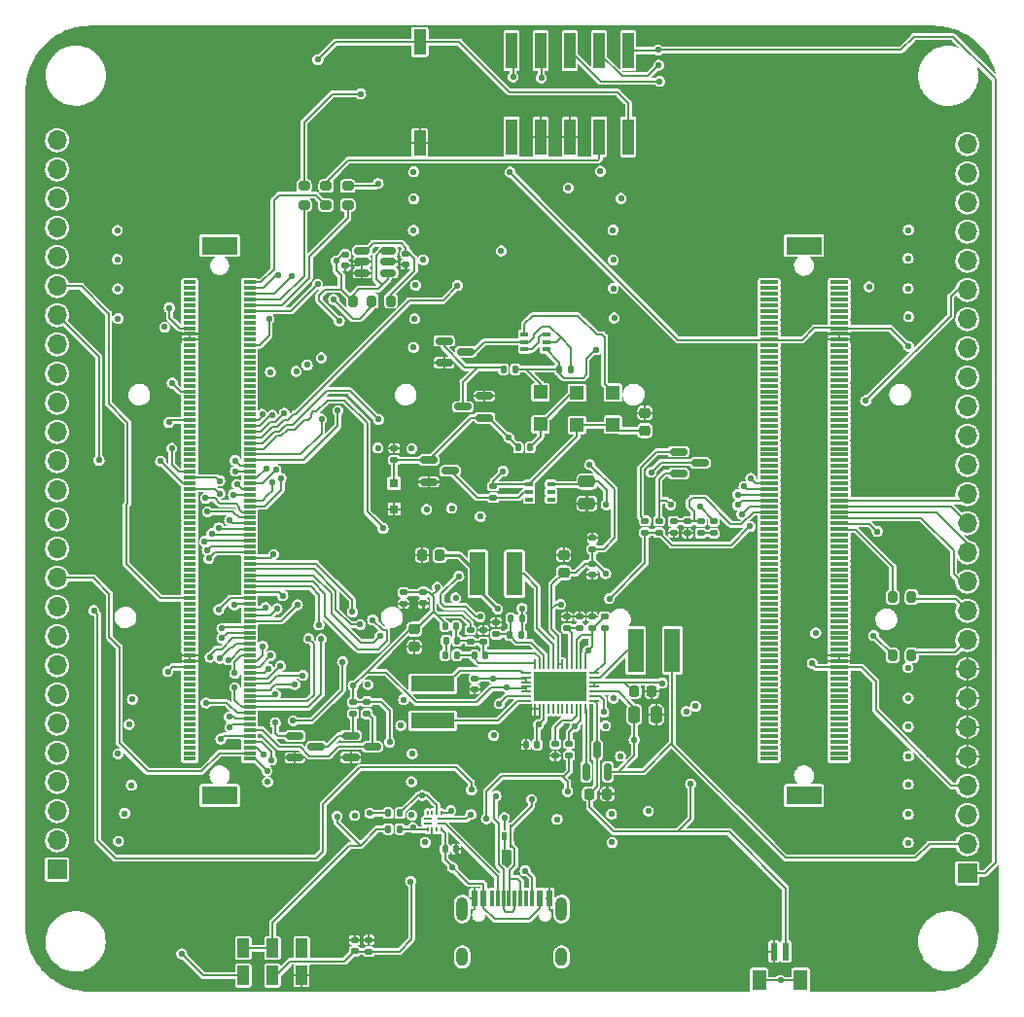
<source format=gbr>
%TF.GenerationSoftware,KiCad,Pcbnew,(6.0.7)*%
%TF.CreationDate,2022-08-29T18:43:19+02:00*%
%TF.ProjectId,UNIclicker,554e4963-6c69-4636-9b65-722e6b696361,rev?*%
%TF.SameCoordinates,Original*%
%TF.FileFunction,Copper,L1,Top*%
%TF.FilePolarity,Positive*%
%FSLAX46Y46*%
G04 Gerber Fmt 4.6, Leading zero omitted, Abs format (unit mm)*
G04 Created by KiCad (PCBNEW (6.0.7)) date 2022-08-29 18:43:19*
%MOMM*%
%LPD*%
G01*
G04 APERTURE LIST*
G04 Aperture macros list*
%AMRoundRect*
0 Rectangle with rounded corners*
0 $1 Rounding radius*
0 $2 $3 $4 $5 $6 $7 $8 $9 X,Y pos of 4 corners*
0 Add a 4 corners polygon primitive as box body*
4,1,4,$2,$3,$4,$5,$6,$7,$8,$9,$2,$3,0*
0 Add four circle primitives for the rounded corners*
1,1,$1+$1,$2,$3*
1,1,$1+$1,$4,$5*
1,1,$1+$1,$6,$7*
1,1,$1+$1,$8,$9*
0 Add four rect primitives between the rounded corners*
20,1,$1+$1,$2,$3,$4,$5,0*
20,1,$1+$1,$4,$5,$6,$7,0*
20,1,$1+$1,$6,$7,$8,$9,0*
20,1,$1+$1,$8,$9,$2,$3,0*%
G04 Aperture macros list end*
%TA.AperFunction,SMDPad,CuDef*%
%ADD10RoundRect,0.150000X0.150000X-0.587500X0.150000X0.587500X-0.150000X0.587500X-0.150000X-0.587500X0*%
%TD*%
%TA.AperFunction,SMDPad,CuDef*%
%ADD11RoundRect,0.140000X0.170000X-0.140000X0.170000X0.140000X-0.170000X0.140000X-0.170000X-0.140000X0*%
%TD*%
%TA.AperFunction,SMDPad,CuDef*%
%ADD12RoundRect,0.135000X-0.185000X0.135000X-0.185000X-0.135000X0.185000X-0.135000X0.185000X0.135000X0*%
%TD*%
%TA.AperFunction,SMDPad,CuDef*%
%ADD13RoundRect,0.150000X0.587500X0.150000X-0.587500X0.150000X-0.587500X-0.150000X0.587500X-0.150000X0*%
%TD*%
%TA.AperFunction,SMDPad,CuDef*%
%ADD14RoundRect,0.150000X-0.587500X-0.150000X0.587500X-0.150000X0.587500X0.150000X-0.587500X0.150000X0*%
%TD*%
%TA.AperFunction,SMDPad,CuDef*%
%ADD15RoundRect,0.140000X-0.170000X0.140000X-0.170000X-0.140000X0.170000X-0.140000X0.170000X0.140000X0*%
%TD*%
%TA.AperFunction,SMDPad,CuDef*%
%ADD16RoundRect,0.135000X0.185000X-0.135000X0.185000X0.135000X-0.185000X0.135000X-0.185000X-0.135000X0*%
%TD*%
%TA.AperFunction,SMDPad,CuDef*%
%ADD17RoundRect,0.135000X-0.135000X-0.185000X0.135000X-0.185000X0.135000X0.185000X-0.135000X0.185000X0*%
%TD*%
%TA.AperFunction,ComponentPad*%
%ADD18R,1.700000X1.700000*%
%TD*%
%TA.AperFunction,ComponentPad*%
%ADD19O,1.700000X1.700000*%
%TD*%
%TA.AperFunction,SMDPad,CuDef*%
%ADD20RoundRect,0.135000X0.135000X0.185000X-0.135000X0.185000X-0.135000X-0.185000X0.135000X-0.185000X0*%
%TD*%
%TA.AperFunction,SMDPad,CuDef*%
%ADD21RoundRect,0.225000X-0.225000X-0.250000X0.225000X-0.250000X0.225000X0.250000X-0.225000X0.250000X0*%
%TD*%
%TA.AperFunction,SMDPad,CuDef*%
%ADD22RoundRect,0.200000X0.275000X-0.200000X0.275000X0.200000X-0.275000X0.200000X-0.275000X-0.200000X0*%
%TD*%
%TA.AperFunction,SMDPad,CuDef*%
%ADD23R,0.254000X0.508000*%
%TD*%
%TA.AperFunction,SMDPad,CuDef*%
%ADD24RoundRect,0.140000X0.140000X0.170000X-0.140000X0.170000X-0.140000X-0.170000X0.140000X-0.170000X0*%
%TD*%
%TA.AperFunction,SMDPad,CuDef*%
%ADD25R,1.200000X1.200000*%
%TD*%
%TA.AperFunction,SMDPad,CuDef*%
%ADD26RoundRect,0.200000X-0.200000X-0.275000X0.200000X-0.275000X0.200000X0.275000X-0.200000X0.275000X0*%
%TD*%
%TA.AperFunction,SMDPad,CuDef*%
%ADD27R,0.800000X0.800000*%
%TD*%
%TA.AperFunction,SMDPad,CuDef*%
%ADD28R,0.650000X0.400000*%
%TD*%
%TA.AperFunction,SMDPad,CuDef*%
%ADD29RoundRect,0.050000X-0.050000X0.375000X-0.050000X-0.375000X0.050000X-0.375000X0.050000X0.375000X0*%
%TD*%
%TA.AperFunction,SMDPad,CuDef*%
%ADD30RoundRect,0.050000X-0.375000X0.050000X-0.375000X-0.050000X0.375000X-0.050000X0.375000X0.050000X0*%
%TD*%
%TA.AperFunction,SMDPad,CuDef*%
%ADD31R,4.650000X2.650000*%
%TD*%
%TA.AperFunction,SMDPad,CuDef*%
%ADD32R,1.000000X3.150000*%
%TD*%
%TA.AperFunction,SMDPad,CuDef*%
%ADD33R,3.100000X1.600000*%
%TD*%
%TA.AperFunction,SMDPad,CuDef*%
%ADD34R,1.100000X0.300000*%
%TD*%
%TA.AperFunction,SMDPad,CuDef*%
%ADD35R,0.600000X1.450000*%
%TD*%
%TA.AperFunction,SMDPad,CuDef*%
%ADD36R,0.300000X1.450000*%
%TD*%
%TA.AperFunction,ComponentPad*%
%ADD37O,1.000000X1.600000*%
%TD*%
%TA.AperFunction,ComponentPad*%
%ADD38O,1.000000X2.100000*%
%TD*%
%TA.AperFunction,SMDPad,CuDef*%
%ADD39R,0.600000X1.550000*%
%TD*%
%TA.AperFunction,SMDPad,CuDef*%
%ADD40R,1.200000X1.800000*%
%TD*%
%TA.AperFunction,SMDPad,CuDef*%
%ADD41R,1.600000X0.300000*%
%TD*%
%TA.AperFunction,SMDPad,CuDef*%
%ADD42R,1.397000X3.810000*%
%TD*%
%TA.AperFunction,SMDPad,CuDef*%
%ADD43R,1.120000X2.200000*%
%TD*%
%TA.AperFunction,SMDPad,CuDef*%
%ADD44RoundRect,0.250000X-0.250000X-0.475000X0.250000X-0.475000X0.250000X0.475000X-0.250000X0.475000X0*%
%TD*%
%TA.AperFunction,SMDPad,CuDef*%
%ADD45RoundRect,0.140000X-0.140000X-0.170000X0.140000X-0.170000X0.140000X0.170000X-0.140000X0.170000X0*%
%TD*%
%TA.AperFunction,SMDPad,CuDef*%
%ADD46RoundRect,0.250000X-0.475000X0.250000X-0.475000X-0.250000X0.475000X-0.250000X0.475000X0.250000X0*%
%TD*%
%TA.AperFunction,SMDPad,CuDef*%
%ADD47RoundRect,0.200000X-0.275000X0.200000X-0.275000X-0.200000X0.275000X-0.200000X0.275000X0.200000X0*%
%TD*%
%TA.AperFunction,SMDPad,CuDef*%
%ADD48RoundRect,0.150000X-0.512500X-0.150000X0.512500X-0.150000X0.512500X0.150000X-0.512500X0.150000X0*%
%TD*%
%TA.AperFunction,SMDPad,CuDef*%
%ADD49RoundRect,0.225000X-0.250000X0.225000X-0.250000X-0.225000X0.250000X-0.225000X0.250000X0.225000X0*%
%TD*%
%TA.AperFunction,SMDPad,CuDef*%
%ADD50RoundRect,0.225000X0.250000X-0.225000X0.250000X0.225000X-0.250000X0.225000X-0.250000X-0.225000X0*%
%TD*%
%TA.AperFunction,SMDPad,CuDef*%
%ADD51R,0.660000X0.180000*%
%TD*%
%TA.AperFunction,SMDPad,CuDef*%
%ADD52R,0.180000X0.410000*%
%TD*%
%TA.AperFunction,SMDPad,CuDef*%
%ADD53RoundRect,0.225000X0.225000X0.250000X-0.225000X0.250000X-0.225000X-0.250000X0.225000X-0.250000X0*%
%TD*%
%TA.AperFunction,SMDPad,CuDef*%
%ADD54R,1.016000X1.651000*%
%TD*%
%TA.AperFunction,SMDPad,CuDef*%
%ADD55R,3.810000X1.397000*%
%TD*%
%TA.AperFunction,ViaPad*%
%ADD56C,0.558800*%
%TD*%
%TA.AperFunction,Conductor*%
%ADD57C,0.200000*%
%TD*%
%TA.AperFunction,Conductor*%
%ADD58C,0.250000*%
%TD*%
G04 APERTURE END LIST*
D10*
%TO.P,M2,1,G*%
%TO.N,Net-(M2-Pad1)*%
X63950000Y-80112500D03*
%TO.P,M2,2,S*%
%TO.N,/VSYS*%
X65850000Y-80112500D03*
%TO.P,M2,3,D*%
%TO.N,/VCC-BAT*%
X64900000Y-78237500D03*
%TD*%
D11*
%TO.P,C28,1*%
%TO.N,/VCC-5V*%
X64525000Y-60730000D03*
%TO.P,C28,2*%
%TO.N,GND*%
X64525000Y-59770000D03*
%TD*%
D12*
%TO.P,R14,1*%
%TO.N,/AN1*%
X72800000Y-58330000D03*
%TO.P,R14,2*%
%TO.N,GND*%
X72800000Y-59350000D03*
%TD*%
D13*
%TO.P,Q5,1,G*%
%TO.N,/USB_PSW*%
X55112500Y-49300000D03*
%TO.P,Q5,2,S*%
%TO.N,GND*%
X55112500Y-47400000D03*
%TO.P,Q5,3,D*%
%TO.N,/USB_PSW!*%
X53237500Y-48350000D03*
%TD*%
D14*
%TO.P,Q7,1,G*%
%TO.N,Net-(Q7-Pad1)*%
X43462500Y-76975000D03*
%TO.P,Q7,2,S*%
%TO.N,GND*%
X43462500Y-78875000D03*
%TO.P,Q7,3,D*%
%TO.N,/MB5-PWM*%
X45337500Y-77925000D03*
%TD*%
D15*
%TO.P,C33,1*%
%TO.N,/AN1*%
X71575000Y-58335000D03*
%TO.P,C33,2*%
%TO.N,GND*%
X71575000Y-59295000D03*
%TD*%
D16*
%TO.P,R27,1*%
%TO.N,Net-(C29-Pad2)*%
X56125000Y-68135000D03*
%TO.P,R27,2*%
%TO.N,GND*%
X56125000Y-67115000D03*
%TD*%
D15*
%TO.P,C19,1*%
%TO.N,/VSYS*%
X54275000Y-71995000D03*
%TO.P,C19,2*%
%TO.N,GND*%
X54275000Y-72955000D03*
%TD*%
D17*
%TO.P,R50,1*%
%TO.N,/VCC-5V*%
X61615000Y-45075000D03*
%TO.P,R50,2*%
%TO.N,Net-(Q3-Pad2)*%
X62635000Y-45075000D03*
%TD*%
D18*
%TO.P,J3,1,Pin_1*%
%TO.N,/NRST*%
X97150000Y-88960000D03*
D19*
%TO.P,J3,2,Pin_2*%
%TO.N,/VSYS*%
X97150000Y-86420000D03*
%TO.P,J3,3,Pin_3*%
%TO.N,/VCC-5V*%
X97150000Y-83880000D03*
%TO.P,J3,4,Pin_4*%
%TO.N,/VCC-3.3V*%
X97150000Y-81340000D03*
%TO.P,J3,5,Pin_5*%
%TO.N,GND*%
X97150000Y-78800000D03*
%TO.P,J3,6,Pin_6*%
X97150000Y-76260000D03*
%TO.P,J3,7,Pin_7*%
X97150000Y-73720000D03*
%TO.P,J3,8,Pin_8*%
X97150000Y-71180000D03*
%TO.P,J3,9,Pin_9*%
%TO.N,/HDR-CAN-RX*%
X97150000Y-68640000D03*
%TO.P,J3,10,Pin_10*%
%TO.N,/HDR-CAN-TX*%
X97150000Y-66100000D03*
%TO.P,J3,11,Pin_11*%
%TO.N,/LAN-RX_N*%
X97150000Y-63560000D03*
%TO.P,J3,12,Pin_12*%
%TO.N,/LAN-RX_P*%
X97150000Y-61020000D03*
%TO.P,J3,13,Pin_13*%
%TO.N,/LAN-TX_N*%
X97150000Y-58480000D03*
%TO.P,J3,14,Pin_14*%
%TO.N,/LAN-TX_P*%
X97150000Y-55940000D03*
%TO.P,J3,15,Pin_15*%
%TO.N,/MB1-AN*%
X97150000Y-53400000D03*
%TO.P,J3,16,Pin_16*%
%TO.N,/MB2-AN*%
X97150000Y-50860000D03*
%TO.P,J3,17,Pin_17*%
%TO.N,/MB3-AN*%
X97150000Y-48320000D03*
%TO.P,J3,18,Pin_18*%
%TO.N,/MB4-AN*%
X97150000Y-45780000D03*
%TO.P,J3,19,Pin_19*%
%TO.N,/MB5-AN*%
X97150000Y-43240000D03*
%TO.P,J3,20,Pin_20*%
%TO.N,/MB2-CS*%
X97150000Y-40700000D03*
%TO.P,J3,21,Pin_21*%
%TO.N,/MB3-CS*%
X97150000Y-38160000D03*
%TO.P,J3,22,Pin_22*%
%TO.N,/MB4-CS*%
X97150000Y-35620000D03*
%TO.P,J3,23,Pin_23*%
%TO.N,/MB1-RST*%
X97150000Y-33080000D03*
%TO.P,J3,24,Pin_24*%
%TO.N,/MB2-RST*%
X97150000Y-30540000D03*
%TO.P,J3,25,Pin_25*%
%TO.N,/MB3-RST*%
X97150000Y-28000000D03*
%TO.P,J3,26,Pin_26*%
%TO.N,/MB4-RST*%
X97150000Y-25460000D03*
%TD*%
D20*
%TO.P,R33,1*%
%TO.N,/VBUS*%
X47735000Y-83725000D03*
%TO.P,R33,2*%
%TO.N,/USB-VBUS*%
X46715000Y-83725000D03*
%TD*%
D21*
%TO.P,C36,1*%
%TO.N,/VCC-BAT*%
X64250000Y-82050000D03*
%TO.P,C36,2*%
%TO.N,GND*%
X65800000Y-82050000D03*
%TD*%
D22*
%TO.P,JP1,1*%
%TO.N,/TDO{slash}MISO{slash}PGD*%
X39400000Y-30775000D03*
%TO.P,JP1,2*%
%TO.N,Net-(J10-Pad6)*%
X39400000Y-29125000D03*
%TD*%
D11*
%TO.P,C55,1*%
%TO.N,/LDO3V3*%
X64475000Y-67580000D03*
%TO.P,C55,2*%
%TO.N,GND*%
X64475000Y-66620000D03*
%TD*%
D23*
%TO.P,D1,1,I/O1*%
%TO.N,/USB-D_N*%
X56350000Y-86475000D03*
%TO.P,D1,2,GND*%
%TO.N,GND*%
X56850000Y-86475000D03*
%TO.P,D1,3,I/O2*%
%TO.N,/USB-D_P*%
X57350000Y-86475000D03*
%TO.P,D1,4,I/O2*%
X57350000Y-84975000D03*
%TO.P,D1,5,VBUS*%
%TO.N,/USB-VBUS*%
X56850000Y-84975000D03*
%TO.P,D1,6,I/O1*%
%TO.N,/USB-D_N*%
X56350000Y-84975000D03*
%TD*%
D24*
%TO.P,C29,1*%
%TO.N,/VCC-5V*%
X58360000Y-66775000D03*
%TO.P,C29,2*%
%TO.N,Net-(C29-Pad2)*%
X57400000Y-66775000D03*
%TD*%
D15*
%TO.P,C27,1*%
%TO.N,/VCC-5V*%
X64500000Y-61995000D03*
%TO.P,C27,2*%
%TO.N,GND*%
X64500000Y-62955000D03*
%TD*%
D16*
%TO.P,R22,1*%
%TO.N,Net-(C21-Pad2)*%
X55025000Y-68810000D03*
%TO.P,R22,2*%
%TO.N,GND*%
X55025000Y-67790000D03*
%TD*%
D25*
%TO.P,D2,1,K*%
%TO.N,/USB-VBUS*%
X66300000Y-49900000D03*
%TO.P,D2,2,A*%
%TO.N,Net-(D2-Pad2)*%
X66300000Y-47100000D03*
%TD*%
D20*
%TO.P,R26,1*%
%TO.N,/VCC-5V*%
X58315000Y-68200000D03*
%TO.P,R26,2*%
%TO.N,Net-(C29-Pad2)*%
X57295000Y-68200000D03*
%TD*%
D26*
%TO.P,JP6,1*%
%TO.N,/CAN-RX*%
X90650000Y-70000000D03*
%TO.P,JP6,2*%
%TO.N,/HDR-CAN-RX*%
X92300000Y-70000000D03*
%TD*%
D12*
%TO.P,R12,1*%
%TO.N,Net-(M1-Pad3)*%
X75075000Y-58330000D03*
%TO.P,R12,2*%
%TO.N,Net-(R12-Pad2)*%
X75075000Y-59350000D03*
%TD*%
D25*
%TO.P,D3,1,K*%
%TO.N,Net-(D3-Pad1)*%
X63175000Y-47125000D03*
%TO.P,D3,2,A*%
%TO.N,/USB-VBUS*%
X63175000Y-49925000D03*
%TD*%
D16*
%TO.P,R13,1*%
%TO.N,Net-(R12-Pad2)*%
X73950000Y-59350000D03*
%TO.P,R13,2*%
%TO.N,/AN1*%
X73950000Y-58330000D03*
%TD*%
D27*
%TO.P,DZ2,1,K*%
%TO.N,/USB_PSW*%
X47250000Y-55000000D03*
%TO.P,DZ2,2,A*%
%TO.N,GND*%
X47250000Y-57250000D03*
%TD*%
D28*
%TO.P,Q2,1,SN*%
%TO.N,/USB-VBUS*%
X59000000Y-55100000D03*
%TO.P,Q2,2,GN*%
%TO.N,Net-(Q2-Pad2)*%
X59000000Y-55750000D03*
%TO.P,Q2,3*%
%TO.N,N/C*%
X59000000Y-56400000D03*
%TO.P,Q2,4*%
X60900000Y-56400000D03*
%TO.P,Q2,5*%
X60900000Y-55750000D03*
%TO.P,Q2,6,DN*%
%TO.N,/VCC-USB*%
X60900000Y-55100000D03*
%TD*%
%TO.P,Q3,1,SN*%
%TO.N,Net-(D2-Pad2)*%
X58575000Y-42050000D03*
%TO.P,Q3,2,GN*%
%TO.N,Net-(Q3-Pad2)*%
X58575000Y-42700000D03*
%TO.P,Q3,3,DP*%
%TO.N,Net-(Q3-Pad3)*%
X58575000Y-43350000D03*
%TO.P,Q3,4,SP*%
%TO.N,/VCC-5V*%
X60475000Y-43350000D03*
%TO.P,Q3,5,GP*%
%TO.N,Net-(Q3-Pad2)*%
X60475000Y-42700000D03*
%TO.P,Q3,6,DN*%
%TO.N,Net-(Q3-Pad3)*%
X60475000Y-42050000D03*
%TD*%
D14*
%TO.P,Q8,1,G*%
%TO.N,Net-(LED1-Pad1)*%
X38612500Y-77000000D03*
%TO.P,Q8,2,S*%
%TO.N,GND*%
X38612500Y-78900000D03*
%TO.P,Q8,3,D*%
%TO.N,Net-(Q7-Pad1)*%
X40487500Y-77950000D03*
%TD*%
%TO.P,M1,1,G*%
%TO.N,Net-(M1-Pad1)*%
X72012500Y-52250000D03*
%TO.P,M1,2,S*%
%TO.N,/VCC-BAT*%
X72012500Y-54150000D03*
%TO.P,M1,3,D*%
%TO.N,Net-(M1-Pad3)*%
X73887500Y-53200000D03*
%TD*%
D12*
%TO.P,R49,1*%
%TO.N,/USB-VBUS*%
X55875000Y-55240000D03*
%TO.P,R49,2*%
%TO.N,Net-(Q2-Pad2)*%
X55875000Y-56260000D03*
%TD*%
D15*
%TO.P,C2,1*%
%TO.N,/VREF*%
X48275000Y-34995000D03*
%TO.P,C2,2*%
%TO.N,GND*%
X48275000Y-35955000D03*
%TD*%
D29*
%TO.P,U2,1,ILIM0*%
%TO.N,/LDO3V3*%
X63900000Y-70775000D03*
%TO.P,U2,2,ILIM1*%
%TO.N,GND*%
X63500000Y-70775000D03*
%TO.P,U2,3,LDO3V3*%
%TO.N,/LDO3V3*%
X63100000Y-70775000D03*
%TO.P,U2,4,CLPROG*%
%TO.N,Net-(C25-Pad2)*%
X62700000Y-70775000D03*
%TO.P,U2,5,NTC*%
%TO.N,GND*%
X62300000Y-70775000D03*
%TO.P,U2,6,VOUT4*%
%TO.N,/VCC-5V*%
X61900000Y-70775000D03*
%TO.P,U2,7,VOUT4*%
X61500000Y-70775000D03*
%TO.P,U2,8,SW4*%
%TO.N,Net-(L3-Pad1)*%
X61100000Y-70775000D03*
%TO.P,U2,9,MODE*%
%TO.N,GND*%
X60700000Y-70775000D03*
%TO.P,U2,10,FB4*%
%TO.N,Net-(C29-Pad2)*%
X60300000Y-70775000D03*
%TO.P,U2,11,FB3*%
%TO.N,Net-(C21-Pad2)*%
X59900000Y-70775000D03*
%TO.P,U2,12,VC3*%
%TO.N,Net-(C23-Pad1)*%
X59500000Y-70775000D03*
D30*
%TO.P,U2,13,SWAB3*%
%TO.N,Net-(L2-Pad1)*%
X58750000Y-71525000D03*
%TO.P,U2,14,VIN3*%
%TO.N,/VSYS*%
X58750000Y-71925000D03*
%TO.P,U2,15,VIN3*%
X58750000Y-72325000D03*
%TO.P,U2,16,VOUT3*%
%TO.N,/VCC-3.3V*%
X58750000Y-72725000D03*
%TO.P,U2,17,VOUT3*%
X58750000Y-73125000D03*
%TO.P,U2,18,EN3*%
%TO.N,/PWR-EN*%
X58750000Y-73525000D03*
%TO.P,U2,19,SWCD3*%
%TO.N,Net-(L2-Pad2)*%
X58750000Y-73925000D03*
D29*
%TO.P,U2,20,EN2*%
%TO.N,GND*%
X59500000Y-74675000D03*
%TO.P,U2,21,EN1*%
X59900000Y-74675000D03*
%TO.P,U2,22,VIN4*%
%TO.N,/VSYS*%
X60300000Y-74675000D03*
%TO.P,U2,23,FB2*%
%TO.N,unconnected-(U2-Pad23)*%
X60700000Y-74675000D03*
%TO.P,U2,24,VIN2*%
%TO.N,unconnected-(U2-Pad24)*%
X61100000Y-74675000D03*
%TO.P,U2,25,SW2*%
%TO.N,unconnected-(U2-Pad25)*%
X61500000Y-74675000D03*
%TO.P,U2,26,SW1*%
%TO.N,unconnected-(U2-Pad26)*%
X61900000Y-74675000D03*
%TO.P,U2,27,VIN1*%
%TO.N,unconnected-(U2-Pad27)*%
X62300000Y-74675000D03*
%TO.P,U2,28,FB1*%
%TO.N,unconnected-(U2-Pad28)*%
X62700000Y-74675000D03*
%TO.P,U2,29,PROG*%
%TO.N,Net-(R18-Pad1)*%
X63100000Y-74675000D03*
%TO.P,U2,30,CHRG#*%
%TO.N,Net-(LED1-Pad1)*%
X63500000Y-74675000D03*
%TO.P,U2,31,GATE*%
%TO.N,Net-(M2-Pad1)*%
X63900000Y-74675000D03*
D30*
%TO.P,U2,32,BAT*%
%TO.N,/VCC-BAT*%
X64650000Y-73925000D03*
%TO.P,U2,33,EN4*%
%TO.N,/PWR-EN*%
X64650000Y-73525000D03*
%TO.P,U2,34,VOUT*%
%TO.N,/VSYS*%
X64650000Y-73125000D03*
%TO.P,U2,35,VBUS*%
%TO.N,/VCC-USB*%
X64650000Y-72725000D03*
%TO.P,U2,36,VBUS*%
X64650000Y-72325000D03*
%TO.P,U2,37,SW*%
%TO.N,Net-(L1-Pad2)*%
X64650000Y-71925000D03*
%TO.P,U2,38,FAULT#*%
%TO.N,Net-(R20-Pad1)*%
X64650000Y-71525000D03*
D31*
%TO.P,U2,39,GND*%
%TO.N,GND*%
X61700000Y-72725000D03*
%TD*%
D26*
%TO.P,JP4,1,Pin_1*%
%TO.N,/VCC-3.3V*%
X43650000Y-39125000D03*
%TO.P,JP4,2,Pin_2*%
%TO.N,/REF*%
X45300000Y-39125000D03*
%TO.P,JP4,3,Pin_3*%
%TO.N,/VREF*%
X46950000Y-39125000D03*
%TD*%
D16*
%TO.P,R20,1*%
%TO.N,Net-(R20-Pad1)*%
X65550000Y-67635000D03*
%TO.P,R20,2*%
%TO.N,/LDO3V3*%
X65550000Y-66615000D03*
%TD*%
D14*
%TO.P,Q4,1,G*%
%TO.N,/USB_PSW!*%
X51587500Y-42600000D03*
%TO.P,Q4,2,S*%
%TO.N,GND*%
X51587500Y-44500000D03*
%TO.P,Q4,3,D*%
%TO.N,Net-(Q3-Pad2)*%
X53462500Y-43550000D03*
%TD*%
D32*
%TO.P,J10,1,Pin_1*%
%TO.N,/VCC-3.3V*%
X57470000Y-24825000D03*
%TO.P,J10,2,Pin_2*%
%TO.N,/TMS{slash}MOSI*%
X57470000Y-17325000D03*
%TO.P,J10,3,Pin_3*%
%TO.N,GND*%
X60010000Y-24825000D03*
%TO.P,J10,4,Pin_4*%
%TO.N,/TCK{slash}SCK{slash}PGC*%
X60010000Y-17325000D03*
%TO.P,J10,5,Pin_5*%
%TO.N,GND*%
X62550000Y-24825000D03*
%TO.P,J10,6,Pin_6*%
%TO.N,Net-(J10-Pad6)*%
X62550000Y-17325000D03*
%TO.P,J10,7,Pin_7*%
%TO.N,Net-(J10-Pad7)*%
X65090000Y-24825000D03*
%TO.P,J10,8,Pin_8*%
%TO.N,Net-(J10-Pad8)*%
X65090000Y-17325000D03*
%TO.P,J10,9,Pin_9*%
%TO.N,/PROG-MUX*%
X67630000Y-24825000D03*
%TO.P,J10,10,Pin_10*%
%TO.N,/NRST*%
X67630000Y-17325000D03*
%TD*%
D33*
%TO.P,CN1,170*%
%TO.N,GNDPWR*%
X32053000Y-82200000D03*
%TO.P,CN1,169*%
X32053000Y-34300000D03*
D34*
%TO.P,CN1,168*%
%TO.N,/SHD_CS0#*%
X34653000Y-37500000D03*
%TO.P,CN1,167*%
%TO.N,/TMS{slash}MOSI*%
X34653000Y-38000000D03*
%TO.P,CN1,166*%
%TO.N,/TCK{slash}SCK{slash}PGC*%
X34653000Y-38500000D03*
%TO.P,CN1,165*%
%TO.N,/TDO{slash}MISO{slash}PGD*%
X34653000Y-39000000D03*
%TO.P,CN1,164*%
%TO.N,/TDI*%
X34653000Y-39500000D03*
%TO.P,CN1,163*%
%TO.N,/NRST*%
X34653000Y-40000000D03*
%TO.P,CN1,162*%
%TO.N,unconnected-(CN1-Pad162)*%
X34653000Y-40500000D03*
%TO.P,CN1,161*%
%TO.N,unconnected-(CN1-Pad161)*%
X34653000Y-41000000D03*
%TO.P,CN1,160*%
%TO.N,unconnected-(CN1-Pad160)*%
X34653000Y-41500000D03*
%TO.P,CN1,159*%
%TO.N,unconnected-(CN1-Pad159)*%
X34653000Y-42000000D03*
%TO.P,CN1,158*%
%TO.N,unconnected-(CN1-Pad158)*%
X34653000Y-42500000D03*
%TO.P,CN1,157*%
%TO.N,/PROG-MUX*%
X34653000Y-43000000D03*
%TO.P,CN1,156*%
%TO.N,unconnected-(CN1-Pad156)*%
X34653000Y-43500000D03*
%TO.P,CN1,155*%
%TO.N,unconnected-(CN1-Pad155)*%
X34653000Y-44000000D03*
%TO.P,CN1,154*%
%TO.N,unconnected-(CN1-Pad154)*%
X34653000Y-44500000D03*
%TO.P,CN1,153*%
%TO.N,unconnected-(CN1-Pad153)*%
X34653000Y-45000000D03*
%TO.P,CN1,152*%
%TO.N,unconnected-(CN1-Pad152)*%
X34653000Y-45500000D03*
%TO.P,CN1,151*%
%TO.N,unconnected-(CN1-Pad151)*%
X34653000Y-46000000D03*
%TO.P,CN1,150*%
%TO.N,unconnected-(CN1-Pad150)*%
X34653000Y-46500000D03*
%TO.P,CN1,149*%
%TO.N,unconnected-(CN1-Pad149)*%
X34653000Y-47000000D03*
%TO.P,CN1,148*%
%TO.N,unconnected-(CN1-Pad148)*%
X34653000Y-47500000D03*
%TO.P,CN1,147*%
%TO.N,unconnected-(CN1-Pad147)*%
X34653000Y-48000000D03*
%TO.P,CN1,146*%
%TO.N,unconnected-(CN1-Pad146)*%
X34653000Y-48500000D03*
%TO.P,CN1,145*%
%TO.N,unconnected-(CN1-Pad145)*%
X34653000Y-49000000D03*
%TO.P,CN1,144*%
%TO.N,/MB1-AN*%
X34653000Y-49500000D03*
%TO.P,CN1,143*%
%TO.N,/MB1-RST*%
X34653000Y-50000000D03*
%TO.P,CN1,142*%
%TO.N,/MB1-CS*%
X34653000Y-50500000D03*
%TO.P,CN1,141*%
%TO.N,/MB1-SCK*%
X34653000Y-51000000D03*
%TO.P,CN1,140*%
%TO.N,/MB1-MISO*%
X34653000Y-51500000D03*
%TO.P,CN1,139*%
%TO.N,/MB1-MOSI*%
X34653000Y-52000000D03*
%TO.P,CN1,138*%
%TO.N,/MB1-PWM*%
X34653000Y-52500000D03*
%TO.P,CN1,137*%
%TO.N,/MB1-INT*%
X34653000Y-53000000D03*
%TO.P,CN1,136*%
%TO.N,/MB1-RX*%
X34653000Y-53500000D03*
%TO.P,CN1,135*%
%TO.N,/MB1-TX*%
X34653000Y-54000000D03*
%TO.P,CN1,134*%
%TO.N,/MB1-SCL*%
X34653000Y-54500000D03*
%TO.P,CN1,133*%
%TO.N,/MB1-SDA*%
X34653000Y-55000000D03*
%TO.P,CN1,132*%
%TO.N,/MB2-AN*%
X34653000Y-55500000D03*
%TO.P,CN1,131*%
%TO.N,/MB2-RST*%
X34653000Y-56000000D03*
%TO.P,CN1,130*%
%TO.N,/MB2-CS*%
X34653000Y-56500000D03*
%TO.P,CN1,129*%
%TO.N,/MB2-SCK*%
X34653000Y-57000000D03*
%TO.P,CN1,128*%
%TO.N,/MB2-MISO*%
X34653000Y-57500000D03*
%TO.P,CN1,127*%
%TO.N,/MB2-MOSI*%
X34653000Y-58000000D03*
%TO.P,CN1,126*%
%TO.N,/MB2-PWM*%
X34653000Y-58500000D03*
%TO.P,CN1,125*%
%TO.N,/MB2-INT*%
X34653000Y-59000000D03*
%TO.P,CN1,124*%
%TO.N,/MB2-RX*%
X34653000Y-59500000D03*
%TO.P,CN1,123*%
%TO.N,/MB2-TX*%
X34653000Y-60000000D03*
%TO.P,CN1,122*%
%TO.N,/MB2-SCL*%
X34653000Y-60500000D03*
%TO.P,CN1,121*%
%TO.N,/MB2-SDA*%
X34653000Y-61000000D03*
%TO.P,CN1,120*%
%TO.N,/MB3-AN*%
X34653000Y-61500000D03*
%TO.P,CN1,119*%
%TO.N,/MB3-RST*%
X34653000Y-62000000D03*
%TO.P,CN1,118*%
%TO.N,/MB3-CS*%
X34653000Y-62500000D03*
%TO.P,CN1,117*%
%TO.N,/MB3-SCK*%
X34653000Y-63000000D03*
%TO.P,CN1,116*%
%TO.N,/MB3-MISO*%
X34653000Y-63500000D03*
%TO.P,CN1,115*%
%TO.N,/MB3-MOSI*%
X34653000Y-64000000D03*
%TO.P,CN1,114*%
%TO.N,/MB3-PWM*%
X34653000Y-64500000D03*
%TO.P,CN1,113*%
%TO.N,/MB3-INT*%
X34653000Y-65000000D03*
%TO.P,CN1,112*%
%TO.N,/MB3-RX*%
X34653000Y-65500000D03*
%TO.P,CN1,111*%
%TO.N,/MB3-TX*%
X34653000Y-66000000D03*
%TO.P,CN1,110*%
%TO.N,/MB3-SCL*%
X34653000Y-66500000D03*
%TO.P,CN1,109*%
%TO.N,/MB3-SDA*%
X34653000Y-67000000D03*
%TO.P,CN1,108*%
%TO.N,/MB4-AN*%
X34653000Y-67500000D03*
%TO.P,CN1,107*%
%TO.N,/MB4-RST*%
X34653000Y-68000000D03*
%TO.P,CN1,106*%
%TO.N,/MB4-CS*%
X34653000Y-68500000D03*
%TO.P,CN1,105*%
%TO.N,/MB4-SCK*%
X34653000Y-69000000D03*
%TO.P,CN1,104*%
%TO.N,/MB4-MISO*%
X34653000Y-69500000D03*
%TO.P,CN1,103*%
%TO.N,/MB4-MOSI*%
X34653000Y-70000000D03*
%TO.P,CN1,102*%
%TO.N,/MB4-PWM*%
X34653000Y-70500000D03*
%TO.P,CN1,101*%
%TO.N,/MB4-INT*%
X34653000Y-71000000D03*
%TO.P,CN1,100*%
%TO.N,/MB4-RX*%
X34653000Y-71500000D03*
%TO.P,CN1,99*%
%TO.N,/MB4-TX*%
X34653000Y-72000000D03*
%TO.P,CN1,98*%
%TO.N,/MB4-SCL*%
X34653000Y-72500000D03*
%TO.P,CN1,97*%
%TO.N,/MB4-SDA*%
X34653000Y-73000000D03*
%TO.P,CN1,96*%
%TO.N,/MB5-AN*%
X34653000Y-73500000D03*
%TO.P,CN1,95*%
%TO.N,/MB5-RST*%
X34653000Y-74000000D03*
%TO.P,CN1,94*%
%TO.N,/MB5-CS*%
X34653000Y-74500000D03*
%TO.P,CN1,93*%
%TO.N,/MB5-SCK*%
X34653000Y-75000000D03*
%TO.P,CN1,92*%
%TO.N,/MB5-MISO*%
X34653000Y-75500000D03*
%TO.P,CN1,91*%
%TO.N,/MB5-MOSI*%
X34653000Y-76000000D03*
%TO.P,CN1,90*%
%TO.N,/MB5-PWM*%
X34653000Y-76500000D03*
%TO.P,CN1,89*%
%TO.N,/MB5-INT*%
X34653000Y-77000000D03*
%TO.P,CN1,88*%
%TO.N,/MB5-RX*%
X34653000Y-77500000D03*
%TO.P,CN1,87*%
%TO.N,/MB5-TX*%
X34653000Y-78000000D03*
%TO.P,CN1,86*%
%TO.N,/MB5-SCL*%
X34653000Y-78500000D03*
%TO.P,CN1,85*%
%TO.N,/MB5-SDA*%
X34653000Y-79000000D03*
%TO.P,CN1,84*%
%TO.N,/PORTD.7*%
X29453000Y-79000000D03*
%TO.P,CN1,83*%
%TO.N,/PORTD.6*%
X29453000Y-78500000D03*
%TO.P,CN1,82*%
%TO.N,/PORTD.5*%
X29453000Y-78000000D03*
%TO.P,CN1,81*%
%TO.N,/PORTD.4*%
X29453000Y-77500000D03*
%TO.P,CN1,80*%
%TO.N,/PORTD.3*%
X29453000Y-77000000D03*
%TO.P,CN1,79*%
%TO.N,/PORTD.2*%
X29453000Y-76500000D03*
%TO.P,CN1,78*%
%TO.N,/PORTD.1*%
X29453000Y-76000000D03*
%TO.P,CN1,77*%
%TO.N,/PORTD.0*%
X29453000Y-75500000D03*
%TO.P,CN1,76*%
%TO.N,/PORTC.7*%
X29453000Y-75000000D03*
%TO.P,CN1,75*%
%TO.N,/PORTC.6*%
X29453000Y-74500000D03*
%TO.P,CN1,74*%
%TO.N,/PORTC.5*%
X29453000Y-74000000D03*
%TO.P,CN1,73*%
%TO.N,/PORTC.4*%
X29453000Y-73500000D03*
%TO.P,CN1,72*%
%TO.N,/PORTC.3*%
X29453000Y-73000000D03*
%TO.P,CN1,71*%
%TO.N,/PORTC.2*%
X29453000Y-72500000D03*
%TO.P,CN1,70*%
%TO.N,/PORTC.1*%
X29453000Y-72000000D03*
%TO.P,CN1,69*%
%TO.N,/PORTC.0*%
X29453000Y-71500000D03*
%TO.P,CN1,68*%
%TO.N,/VCC-3.3V*%
X29453000Y-71000000D03*
%TO.P,CN1,67*%
%TO.N,GND*%
X29453000Y-70500000D03*
%TO.P,CN1,66*%
X29453000Y-70000000D03*
%TO.P,CN1,65*%
%TO.N,/AN7*%
X29453000Y-69500000D03*
%TO.P,CN1,64*%
%TO.N,/AN6*%
X29453000Y-69000000D03*
%TO.P,CN1,63*%
%TO.N,/AN5*%
X29453000Y-68500000D03*
%TO.P,CN1,62*%
%TO.N,/CTP-RST#*%
X29453000Y-68000000D03*
%TO.P,CN1,61*%
%TO.N,/CTP-WAKE#*%
X29453000Y-67500000D03*
%TO.P,CN1,60*%
%TO.N,/CTP-INT#*%
X29453000Y-67000000D03*
%TO.P,CN1,59*%
%TO.N,/CTP-SDA*%
X29453000Y-66500000D03*
%TO.P,CN1,58*%
%TO.N,/CTP-SCL*%
X29453000Y-66000000D03*
%TO.P,CN1,57*%
%TO.N,/LCD-STB*%
X29453000Y-65500000D03*
%TO.P,CN1,56*%
%TO.N,/LCD-BPWM*%
X29453000Y-65000000D03*
%TO.P,CN1,55*%
%TO.N,/LCD-TE*%
X29453000Y-64500000D03*
%TO.P,CN1,54*%
%TO.N,/LCD-GPIO0*%
X29453000Y-64000000D03*
%TO.P,CN1,53*%
%TO.N,/LCD-D23*%
X29453000Y-63500000D03*
%TO.P,CN1,52*%
%TO.N,/LCD-D22*%
X29453000Y-63000000D03*
%TO.P,CN1,51*%
%TO.N,/LCD-D21*%
X29453000Y-62500000D03*
%TO.P,CN1,50*%
%TO.N,/LCD-D20*%
X29453000Y-62000000D03*
%TO.P,CN1,49*%
%TO.N,/LCD-D19*%
X29453000Y-61500000D03*
%TO.P,CN1,48*%
%TO.N,/LCD-D18*%
X29453000Y-61000000D03*
%TO.P,CN1,47*%
%TO.N,/LCD-D17*%
X29453000Y-60500000D03*
%TO.P,CN1,46*%
%TO.N,/LCD-D16*%
X29453000Y-60000000D03*
%TO.P,CN1,45*%
%TO.N,/LCD-D15*%
X29453000Y-59500000D03*
%TO.P,CN1,44*%
%TO.N,/LCD-D14*%
X29453000Y-59000000D03*
%TO.P,CN1,43*%
%TO.N,/LCD-D13*%
X29453000Y-58500000D03*
%TO.P,CN1,42*%
%TO.N,/LCD-D12*%
X29453000Y-58000000D03*
%TO.P,CN1,41*%
%TO.N,/LCD-D11*%
X29453000Y-57500000D03*
%TO.P,CN1,40*%
%TO.N,/LCD-D10*%
X29453000Y-57000000D03*
%TO.P,CN1,39*%
%TO.N,/LCD-D9*%
X29453000Y-56500000D03*
%TO.P,CN1,38*%
%TO.N,/LCD-D8*%
X29453000Y-56000000D03*
%TO.P,CN1,37*%
%TO.N,/LEDC*%
X29453000Y-55500000D03*
%TO.P,CN1,36*%
%TO.N,/LEDB*%
X29453000Y-55000000D03*
%TO.P,CN1,35*%
%TO.N,/LEDA*%
X29453000Y-54500000D03*
%TO.P,CN1,34*%
%TO.N,/Button_4*%
X29453000Y-54000000D03*
%TO.P,CN1,33*%
%TO.N,/LED-D3*%
X29453000Y-53500000D03*
%TO.P,CN1,32*%
%TO.N,/LED-D2*%
X29453000Y-53000000D03*
%TO.P,CN1,31*%
%TO.N,/LED-D1*%
X29453000Y-52500000D03*
%TO.P,CN1,30*%
%TO.N,/LED-D0*%
X29453000Y-52000000D03*
%TO.P,CN1,29*%
%TO.N,/LED-WR#*%
X29453000Y-51500000D03*
%TO.P,CN1,28*%
%TO.N,/LED-RD#*%
X29453000Y-51000000D03*
%TO.P,CN1,27*%
%TO.N,/LED-D{slash}C#*%
X29453000Y-50500000D03*
%TO.P,CN1,26*%
%TO.N,/LED-CS#*%
X29453000Y-50000000D03*
%TO.P,CN1,25*%
%TO.N,/LEDD*%
X29453000Y-49500000D03*
%TO.P,CN1,24*%
%TO.N,unconnected-(CN1-Pad24)*%
X29453000Y-49000000D03*
%TO.P,CN1,23*%
%TO.N,unconnected-(CN1-Pad23)*%
X29453000Y-48500000D03*
%TO.P,CN1,22*%
%TO.N,unconnected-(CN1-Pad22)*%
X29453000Y-48000000D03*
%TO.P,CN1,21*%
%TO.N,unconnected-(CN1-Pad21)*%
X29453000Y-47500000D03*
%TO.P,CN1,20*%
%TO.N,/REF*%
X29453000Y-47000000D03*
%TO.P,CN1,19*%
%TO.N,/PORTB.7*%
X29453000Y-46500000D03*
%TO.P,CN1,18*%
%TO.N,/PORTB.6*%
X29453000Y-46000000D03*
%TO.P,CN1,17*%
%TO.N,/PORTB.5*%
X29453000Y-45500000D03*
%TO.P,CN1,16*%
%TO.N,/PORTB.4*%
X29453000Y-45000000D03*
%TO.P,CN1,15*%
%TO.N,/PORTB.3*%
X29453000Y-44500000D03*
%TO.P,CN1,14*%
%TO.N,/PORTB.2*%
X29453000Y-44000000D03*
%TO.P,CN1,13*%
%TO.N,/PORTB.1*%
X29453000Y-43500000D03*
%TO.P,CN1,12*%
%TO.N,/PORTB.0*%
X29453000Y-43000000D03*
%TO.P,CN1,11*%
%TO.N,GND*%
X29453000Y-42500000D03*
%TO.P,CN1,10*%
X29453000Y-42000000D03*
%TO.P,CN1,9*%
%TO.N,/VCC-3.3V*%
X29453000Y-41500000D03*
%TO.P,CN1,8*%
%TO.N,/PORTA.7*%
X29453000Y-41000000D03*
%TO.P,CN1,7*%
%TO.N,/PORTA.6*%
X29453000Y-40500000D03*
%TO.P,CN1,6*%
%TO.N,/PORTA.5*%
X29453000Y-40000000D03*
%TO.P,CN1,5*%
%TO.N,/PORTA.4*%
X29453000Y-39500000D03*
%TO.P,CN1,4*%
%TO.N,/PORTA.3*%
X29453000Y-39000000D03*
%TO.P,CN1,3*%
%TO.N,/PORTA.2*%
X29453000Y-38500000D03*
%TO.P,CN1,2*%
%TO.N,/PORTA.1*%
X29453000Y-38000000D03*
%TO.P,CN1,1*%
%TO.N,/PORTA.0*%
X29453000Y-37500000D03*
%TD*%
D16*
%TO.P,R11,1*%
%TO.N,/MB5-AN*%
X69100000Y-59300000D03*
%TO.P,R11,2*%
%TO.N,Net-(M1-Pad1)*%
X69100000Y-58280000D03*
%TD*%
D12*
%TO.P,R16,1*%
%TO.N,Net-(LED1-Pad1)*%
X62475000Y-77690000D03*
%TO.P,R16,2*%
%TO.N,/LDO3V3*%
X62475000Y-78710000D03*
%TD*%
%TO.P,R19,1*%
%TO.N,/VCC-3.3V*%
X53900000Y-67765000D03*
%TO.P,R19,2*%
%TO.N,Net-(C21-Pad2)*%
X53900000Y-68785000D03*
%TD*%
%TO.P,R40,1*%
%TO.N,/VCC-3.3V*%
X44875000Y-74040000D03*
%TO.P,R40,2*%
%TO.N,/MB5-PWM*%
X44875000Y-75060000D03*
%TD*%
D35*
%TO.P,CN3,A1,GND*%
%TO.N,GND*%
X54250000Y-91155000D03*
%TO.P,CN3,A4,VBUS*%
%TO.N,/USB-VBUS*%
X55050000Y-91155000D03*
D36*
%TO.P,CN3,A5,CC1*%
%TO.N,/CC1*%
X56250000Y-91155000D03*
%TO.P,CN3,A6,D+*%
%TO.N,/USB-D_P*%
X57250000Y-91155000D03*
%TO.P,CN3,A7,D-*%
%TO.N,/USB-D_N*%
X57750000Y-91155000D03*
%TO.P,CN3,A8,SBU1*%
%TO.N,unconnected-(CN3-PadA8)*%
X58750000Y-91155000D03*
D35*
%TO.P,CN3,A9,VBUS*%
%TO.N,/USB-VBUS*%
X59950000Y-91155000D03*
%TO.P,CN3,A12,GND*%
%TO.N,GND*%
X60750000Y-91155000D03*
%TO.P,CN3,B1,GND*%
X60750000Y-91155000D03*
%TO.P,CN3,B4,VBUS*%
%TO.N,/USB-VBUS*%
X59950000Y-91155000D03*
D36*
%TO.P,CN3,B5,CC2*%
%TO.N,/CC2*%
X59250000Y-91155000D03*
%TO.P,CN3,B6,D+*%
%TO.N,/USB-D_P*%
X58250000Y-91155000D03*
%TO.P,CN3,B7,D-*%
%TO.N,/USB-D_N*%
X56750000Y-91155000D03*
%TO.P,CN3,B8,SBU2*%
%TO.N,unconnected-(CN3-PadB8)*%
X55750000Y-91155000D03*
D35*
%TO.P,CN3,B9,VBUS*%
%TO.N,/USB-VBUS*%
X55050000Y-91155000D03*
%TO.P,CN3,B12,GND*%
%TO.N,GND*%
X54250000Y-91155000D03*
D37*
%TO.P,CN3,S1,SHIELD*%
%TO.N,GNDPWR*%
X53180000Y-96250000D03*
D38*
X53180000Y-92070000D03*
X61820000Y-92070000D03*
D37*
X61820000Y-96250000D03*
%TD*%
D15*
%TO.P,C5,1*%
%TO.N,/VCC-3.3V*%
X49800000Y-64495000D03*
%TO.P,C5,2*%
%TO.N,GND*%
X49800000Y-65455000D03*
%TD*%
D39*
%TO.P,J1,1*%
%TO.N,/VCC-BAT*%
X81325000Y-95775000D03*
%TO.P,J1,2*%
%TO.N,GND*%
X80325000Y-95775000D03*
D40*
%TO.P,J1,3*%
%TO.N,GNDPWR*%
X82625000Y-98300000D03*
%TO.P,J1,4*%
X79025000Y-98300000D03*
%TD*%
D18*
%TO.P,J2,1,Pin_1*%
%TO.N,/MB1-MOSI*%
X17900000Y-88625000D03*
D19*
%TO.P,J2,2,Pin_2*%
%TO.N,/MB1-MISO*%
X17900000Y-86085000D03*
%TO.P,J2,3,Pin_3*%
%TO.N,/MB1-SCK*%
X17900000Y-83545000D03*
%TO.P,J2,4,Pin_4*%
%TO.N,/MB1-CS*%
X17900000Y-81005000D03*
%TO.P,J2,5,Pin_5*%
%TO.N,/MB5-MOSI*%
X17900000Y-78465000D03*
%TO.P,J2,6,Pin_6*%
%TO.N,/MB5-MISO*%
X17900000Y-75925000D03*
%TO.P,J2,7,Pin_7*%
%TO.N,/MB5-SCK*%
X17900000Y-73385000D03*
%TO.P,J2,8,Pin_8*%
%TO.N,/MB5-CS*%
X17900000Y-70845000D03*
%TO.P,J2,9,Pin_9*%
%TO.N,/MB1-SCL*%
X17900000Y-68305000D03*
%TO.P,J2,10,Pin_10*%
%TO.N,/MB1-SDA*%
X17900000Y-65765000D03*
%TO.P,J2,11,Pin_11*%
%TO.N,/MB5-SCL*%
X17900000Y-63225000D03*
%TO.P,J2,12,Pin_12*%
%TO.N,/MB5-SDA*%
X17900000Y-60685000D03*
%TO.P,J2,13,Pin_13*%
%TO.N,/MB1-RX*%
X17900000Y-58145000D03*
%TO.P,J2,14,Pin_14*%
%TO.N,/MB1-TX*%
X17900000Y-55605000D03*
%TO.P,J2,15,Pin_15*%
%TO.N,/MB5-RX*%
X17900000Y-53065000D03*
%TO.P,J2,16,Pin_16*%
%TO.N,/MB5-TX*%
X17900000Y-50525000D03*
%TO.P,J2,17,Pin_17*%
%TO.N,/MB1-PWM*%
X17900000Y-47985000D03*
%TO.P,J2,18,Pin_18*%
%TO.N,/MB2-PWM*%
X17900000Y-45445000D03*
%TO.P,J2,19,Pin_19*%
%TO.N,/MB3-PWM*%
X17900000Y-42905000D03*
%TO.P,J2,20,Pin_20*%
%TO.N,/MB4-PWM*%
X17900000Y-40365000D03*
%TO.P,J2,21,Pin_21*%
%TO.N,/LCD-BPWM*%
X17900000Y-37825000D03*
%TO.P,J2,22,Pin_22*%
%TO.N,/MB1-INT*%
X17900000Y-35285000D03*
%TO.P,J2,23,Pin_23*%
%TO.N,/MB2-INT*%
X17900000Y-32745000D03*
%TO.P,J2,24,Pin_24*%
%TO.N,/MB3-INT*%
X17900000Y-30205000D03*
%TO.P,J2,25,Pin_25*%
%TO.N,/MB4-INT*%
X17900000Y-27665000D03*
%TO.P,J2,26,Pin_26*%
%TO.N,/MB5-INT*%
X17900000Y-25125000D03*
%TD*%
D24*
%TO.P,C20,1*%
%TO.N,/VSYS*%
X59705000Y-77750000D03*
%TO.P,C20,2*%
%TO.N,GND*%
X58745000Y-77750000D03*
%TD*%
D33*
%TO.P,CN2,170*%
%TO.N,GNDPWR*%
X82930000Y-82200000D03*
%TO.P,CN2,169*%
X82930000Y-34300000D03*
D41*
%TO.P,CN2,168*%
%TO.N,/PORTF.0*%
X79880000Y-37500000D03*
%TO.P,CN2,167*%
%TO.N,/PORTF.1*%
X79880000Y-38000000D03*
%TO.P,CN2,166*%
%TO.N,/PORTF.2*%
X79880000Y-38500000D03*
%TO.P,CN2,165*%
%TO.N,/PORTF.3*%
X79880000Y-39000000D03*
%TO.P,CN2,164*%
%TO.N,/PORTF.4*%
X79880000Y-39500000D03*
%TO.P,CN2,163*%
%TO.N,/PORTF.5*%
X79880000Y-40000000D03*
%TO.P,CN2,162*%
%TO.N,/PORTF.6*%
X79880000Y-40500000D03*
%TO.P,CN2,161*%
%TO.N,/PORTF.7*%
X79880000Y-41000000D03*
%TO.P,CN2,160*%
%TO.N,/USB-UART-RX*%
X79880000Y-41500000D03*
%TO.P,CN2,159*%
%TO.N,/USB-UART-TX*%
X79880000Y-42000000D03*
%TO.P,CN2,158*%
%TO.N,/VCC-3.3V*%
X79880000Y-42500000D03*
%TO.P,CN2,157*%
%TO.N,/PORTH.0*%
X79880000Y-43000000D03*
%TO.P,CN2,156*%
%TO.N,/PORTH.1*%
X79880000Y-43500000D03*
%TO.P,CN2,155*%
%TO.N,/PORTH.2*%
X79880000Y-44000000D03*
%TO.P,CN2,154*%
%TO.N,/PORTH.3*%
X79880000Y-44500000D03*
%TO.P,CN2,153*%
%TO.N,/PORTH.4*%
X79880000Y-45000000D03*
%TO.P,CN2,152*%
%TO.N,/PORTH.5*%
X79880000Y-45500000D03*
%TO.P,CN2,151*%
%TO.N,/PORTH.6*%
X79880000Y-46000000D03*
%TO.P,CN2,150*%
%TO.N,/PORTH.7*%
X79880000Y-46500000D03*
%TO.P,CN2,149*%
%TO.N,/PORTJ.0*%
X79880000Y-47000000D03*
%TO.P,CN2,148*%
%TO.N,/PORTJ.1*%
X79880000Y-47500000D03*
%TO.P,CN2,147*%
%TO.N,/PORTJ.2*%
X79880000Y-48000000D03*
%TO.P,CN2,146*%
%TO.N,/PORTJ.3*%
X79880000Y-48500000D03*
%TO.P,CN2,145*%
%TO.N,/PORTJ.4*%
X79880000Y-49000000D03*
%TO.P,CN2,144*%
%TO.N,/PORTJ.5*%
X79880000Y-49500000D03*
%TO.P,CN2,143*%
%TO.N,/PORTJ.6*%
X79880000Y-50000000D03*
%TO.P,CN2,142*%
%TO.N,/PORTJ.7*%
X79880000Y-50500000D03*
%TO.P,CN2,141*%
%TO.N,/PORTL.0*%
X79880000Y-51000000D03*
%TO.P,CN2,140*%
%TO.N,/PORTL.1*%
X79880000Y-51500000D03*
%TO.P,CN2,139*%
%TO.N,/PORTL.2*%
X79880000Y-52000000D03*
%TO.P,CN2,138*%
%TO.N,/PORTL.3*%
X79880000Y-52500000D03*
%TO.P,CN2,137*%
%TO.N,/PORTL.4*%
X79880000Y-53000000D03*
%TO.P,CN2,136*%
%TO.N,/PORTL.5*%
X79880000Y-53500000D03*
%TO.P,CN2,135*%
%TO.N,/PORTL.6*%
X79880000Y-54000000D03*
%TO.P,CN2,134*%
%TO.N,/PORTL.7*%
X79880000Y-54500000D03*
%TO.P,CN2,133*%
%TO.N,/VBUS*%
X79880000Y-55000000D03*
%TO.P,CN2,132*%
%TO.N,/USB-D_N*%
X79880000Y-55500000D03*
%TO.P,CN2,131*%
%TO.N,/USB-D_P*%
X79880000Y-56000000D03*
%TO.P,CN2,130*%
%TO.N,/USB-SW-ID*%
X79880000Y-56500000D03*
%TO.P,CN2,129*%
%TO.N,/USB_PSW*%
X79880000Y-57000000D03*
%TO.P,CN2,128*%
%TO.N,/AN1*%
X79880000Y-57500000D03*
%TO.P,CN2,127*%
%TO.N,/AN2*%
X79880000Y-58000000D03*
%TO.P,CN2,126*%
%TO.N,/AN3*%
X79880000Y-58500000D03*
%TO.P,CN2,125*%
%TO.N,/AN4*%
X79880000Y-59000000D03*
%TO.P,CN2,124*%
%TO.N,/PORTN.0*%
X79880000Y-59500000D03*
%TO.P,CN2,123*%
%TO.N,/PORTN.1*%
X79880000Y-60000000D03*
%TO.P,CN2,122*%
%TO.N,/PORTN.2*%
X79880000Y-60500000D03*
%TO.P,CN2,121*%
%TO.N,/PORTN.3*%
X79880000Y-61000000D03*
%TO.P,CN2,120*%
%TO.N,/PORTN.4*%
X79880000Y-61500000D03*
%TO.P,CN2,119*%
%TO.N,/PORTN.5*%
X79880000Y-62000000D03*
%TO.P,CN2,118*%
%TO.N,/PORTN.6*%
X79880000Y-62500000D03*
%TO.P,CN2,117*%
%TO.N,/PORTN.7*%
X79880000Y-63000000D03*
%TO.P,CN2,116*%
%TO.N,/PORTP.0*%
X79880000Y-63500000D03*
%TO.P,CN2,115*%
%TO.N,/PORTP.1*%
X79880000Y-64000000D03*
%TO.P,CN2,114*%
%TO.N,/PORTP.2*%
X79880000Y-64500000D03*
%TO.P,CN2,113*%
%TO.N,/PORTP.3*%
X79880000Y-65000000D03*
%TO.P,CN2,112*%
%TO.N,/PORTP.4*%
X79880000Y-65500000D03*
%TO.P,CN2,111*%
%TO.N,/PORTP.5*%
X79880000Y-66000000D03*
%TO.P,CN2,110*%
%TO.N,/PORTP.6*%
X79880000Y-66500000D03*
%TO.P,CN2,109*%
%TO.N,/PORTP.7*%
X79880000Y-67000000D03*
%TO.P,CN2,108*%
%TO.N,unconnected-(CN2-Pad108)*%
X79880000Y-67500000D03*
%TO.P,CN2,107*%
%TO.N,unconnected-(CN2-Pad107)*%
X79880000Y-68000000D03*
%TO.P,CN2,106*%
%TO.N,unconnected-(CN2-Pad106)*%
X79880000Y-68500000D03*
%TO.P,CN2,105*%
%TO.N,unconnected-(CN2-Pad105)*%
X79880000Y-69000000D03*
%TO.P,CN2,104*%
%TO.N,unconnected-(CN2-Pad104)*%
X79880000Y-69500000D03*
%TO.P,CN2,103*%
%TO.N,unconnected-(CN2-Pad103)*%
X79880000Y-70000000D03*
%TO.P,CN2,102*%
%TO.N,unconnected-(CN2-Pad102)*%
X79880000Y-70500000D03*
%TO.P,CN2,101*%
%TO.N,unconnected-(CN2-Pad101)*%
X79880000Y-71000000D03*
%TO.P,CN2,100*%
%TO.N,/PORTR.0*%
X79880000Y-71500000D03*
%TO.P,CN2,99*%
%TO.N,/PORTR.1*%
X79880000Y-72000000D03*
%TO.P,CN2,98*%
%TO.N,/PORTR.2*%
X79880000Y-72500000D03*
%TO.P,CN2,97*%
%TO.N,/PORTR.3*%
X79880000Y-73000000D03*
%TO.P,CN2,96*%
%TO.N,/PORTR.4*%
X79880000Y-73500000D03*
%TO.P,CN2,95*%
%TO.N,/PORTR.5*%
X79880000Y-74000000D03*
%TO.P,CN2,94*%
%TO.N,/PORTR.6*%
X79880000Y-74500000D03*
%TO.P,CN2,93*%
%TO.N,/PORTR.7*%
X79880000Y-75000000D03*
%TO.P,CN2,92*%
%TO.N,/PORTT.0*%
X79880000Y-75500000D03*
%TO.P,CN2,91*%
%TO.N,/PORTT.1*%
X79880000Y-76000000D03*
%TO.P,CN2,90*%
%TO.N,/PORTT.2*%
X79880000Y-76500000D03*
%TO.P,CN2,89*%
%TO.N,/PORTT.3*%
X79880000Y-77000000D03*
%TO.P,CN2,88*%
%TO.N,/PORTT.4*%
X79880000Y-77500000D03*
%TO.P,CN2,87*%
%TO.N,/PORTT.5*%
X79880000Y-78000000D03*
%TO.P,CN2,86*%
%TO.N,/PORTT.6*%
X79880000Y-78500000D03*
%TO.P,CN2,85*%
%TO.N,/PORTT.7*%
X79880000Y-79000000D03*
%TO.P,CN2,84*%
%TO.N,/PORTS.7*%
X85980000Y-79000000D03*
%TO.P,CN2,83*%
%TO.N,/PORTS.6*%
X85980000Y-78500000D03*
%TO.P,CN2,82*%
%TO.N,/PORTS.5*%
X85980000Y-78000000D03*
%TO.P,CN2,81*%
%TO.N,/PORTS.4*%
X85980000Y-77500000D03*
%TO.P,CN2,80*%
%TO.N,/PORTS.3*%
X85980000Y-77000000D03*
%TO.P,CN2,79*%
%TO.N,/PORTS.2*%
X85980000Y-76500000D03*
%TO.P,CN2,78*%
%TO.N,/PORTS.1*%
X85980000Y-76000000D03*
%TO.P,CN2,77*%
%TO.N,/PORTS.0*%
X85980000Y-75500000D03*
%TO.P,CN2,76*%
%TO.N,/PORTQ.7*%
X85980000Y-75000000D03*
%TO.P,CN2,75*%
%TO.N,/PORTQ.6*%
X85980000Y-74500000D03*
%TO.P,CN2,74*%
%TO.N,/PORTQ.5*%
X85980000Y-74000000D03*
%TO.P,CN2,73*%
%TO.N,/PORTQ.4*%
X85980000Y-73500000D03*
%TO.P,CN2,72*%
%TO.N,/PORTQ.3*%
X85980000Y-73000000D03*
%TO.P,CN2,71*%
%TO.N,/PORTQ.2*%
X85980000Y-72500000D03*
%TO.P,CN2,70*%
%TO.N,/PORTQ.1*%
X85980000Y-72000000D03*
%TO.P,CN2,69*%
%TO.N,/PORTQ.0*%
X85980000Y-71500000D03*
%TO.P,CN2,68*%
%TO.N,/VCC-3.3V*%
X85980000Y-71000000D03*
%TO.P,CN2,67*%
%TO.N,GND*%
X85980000Y-70500000D03*
%TO.P,CN2,66*%
X85980000Y-70000000D03*
%TO.P,CN2,65*%
%TO.N,unconnected-(CN2-Pad65)*%
X85980000Y-69500000D03*
%TO.P,CN2,64*%
%TO.N,unconnected-(CN2-Pad64)*%
X85980000Y-69000000D03*
%TO.P,CN2,63*%
%TO.N,unconnected-(CN2-Pad63)*%
X85980000Y-68500000D03*
%TO.P,CN2,62*%
%TO.N,unconnected-(CN2-Pad62)*%
X85980000Y-68000000D03*
%TO.P,CN2,61*%
%TO.N,unconnected-(CN2-Pad61)*%
X85980000Y-67500000D03*
%TO.P,CN2,60*%
%TO.N,/PORTO.7*%
X85980000Y-67000000D03*
%TO.P,CN2,59*%
%TO.N,/PORTO.6*%
X85980000Y-66500000D03*
%TO.P,CN2,58*%
%TO.N,/PORTO.5*%
X85980000Y-66000000D03*
%TO.P,CN2,57*%
%TO.N,/PORTO.4*%
X85980000Y-65500000D03*
%TO.P,CN2,56*%
%TO.N,/PORTO.3*%
X85980000Y-65000000D03*
%TO.P,CN2,55*%
%TO.N,/PORTO.2*%
X85980000Y-64500000D03*
%TO.P,CN2,54*%
%TO.N,/PORTO.1*%
X85980000Y-64000000D03*
%TO.P,CN2,53*%
%TO.N,/PORTO.0*%
X85980000Y-63500000D03*
%TO.P,CN2,52*%
%TO.N,/PORTM.7*%
X85980000Y-63000000D03*
%TO.P,CN2,51*%
%TO.N,/PORTM.6*%
X85980000Y-62500000D03*
%TO.P,CN2,50*%
%TO.N,/PORTM.5*%
X85980000Y-62000000D03*
%TO.P,CN2,49*%
%TO.N,/PORTM.4*%
X85980000Y-61500000D03*
%TO.P,CN2,48*%
%TO.N,/PORTM.3*%
X85980000Y-61000000D03*
%TO.P,CN2,47*%
%TO.N,/PORTM.2*%
X85980000Y-60500000D03*
%TO.P,CN2,46*%
%TO.N,/PORTM.1*%
X85980000Y-60000000D03*
%TO.P,CN2,45*%
%TO.N,/PORTM.0*%
X85980000Y-59500000D03*
%TO.P,CN2,44*%
%TO.N,/CAN-TX*%
X85980000Y-59000000D03*
%TO.P,CN2,43*%
%TO.N,/CAN-RX*%
X85980000Y-58500000D03*
%TO.P,CN2,42*%
%TO.N,/LAN-RX_N*%
X85980000Y-58000000D03*
%TO.P,CN2,41*%
%TO.N,/LAN-RX_P*%
X85980000Y-57500000D03*
%TO.P,CN2,40*%
%TO.N,/LAN-TX_N*%
X85980000Y-57000000D03*
%TO.P,CN2,39*%
%TO.N,/LAN-TX_P*%
X85980000Y-56500000D03*
%TO.P,CN2,38*%
%TO.N,/LAN-LED1*%
X85980000Y-56000000D03*
%TO.P,CN2,37*%
%TO.N,/LAN-LED2-*%
X85980000Y-55500000D03*
%TO.P,CN2,36*%
%TO.N,/LAN-LED2+*%
X85980000Y-55000000D03*
%TO.P,CN2,35*%
%TO.N,/PORTK.7*%
X85980000Y-54500000D03*
%TO.P,CN2,34*%
%TO.N,/PORTK.6*%
X85980000Y-54000000D03*
%TO.P,CN2,33*%
%TO.N,/PORTK.5*%
X85980000Y-53500000D03*
%TO.P,CN2,32*%
%TO.N,/PORTK.4*%
X85980000Y-53000000D03*
%TO.P,CN2,31*%
%TO.N,/PORTK.3*%
X85980000Y-52500000D03*
%TO.P,CN2,30*%
%TO.N,/PORTK.2*%
X85980000Y-52000000D03*
%TO.P,CN2,29*%
%TO.N,/PORTK.1*%
X85980000Y-51500000D03*
%TO.P,CN2,28*%
%TO.N,/PORTK.0*%
X85980000Y-51000000D03*
%TO.P,CN2,27*%
%TO.N,/PORTI.7*%
X85980000Y-50500000D03*
%TO.P,CN2,26*%
%TO.N,/PORTI.6*%
X85980000Y-50000000D03*
%TO.P,CN2,25*%
%TO.N,/PORTI.5*%
X85980000Y-49500000D03*
%TO.P,CN2,24*%
%TO.N,/PORTI.4*%
X85980000Y-49000000D03*
%TO.P,CN2,23*%
%TO.N,/PORTI.3*%
X85980000Y-48500000D03*
%TO.P,CN2,22*%
%TO.N,/PORTI.2*%
X85980000Y-48000000D03*
%TO.P,CN2,21*%
%TO.N,/PORTI.1*%
X85980000Y-47500000D03*
%TO.P,CN2,20*%
%TO.N,/PORTI.0*%
X85980000Y-47000000D03*
%TO.P,CN2,19*%
%TO.N,/PORTG.7*%
X85980000Y-46500000D03*
%TO.P,CN2,18*%
%TO.N,/PORTG.6*%
X85980000Y-46000000D03*
%TO.P,CN2,17*%
%TO.N,/PORTG.5*%
X85980000Y-45500000D03*
%TO.P,CN2,16*%
%TO.N,/PORTG.4*%
X85980000Y-45000000D03*
%TO.P,CN2,15*%
%TO.N,/PORTG.3*%
X85980000Y-44500000D03*
%TO.P,CN2,14*%
%TO.N,/PORTG.2*%
X85980000Y-44000000D03*
%TO.P,CN2,13*%
%TO.N,/PORTG.1*%
X85980000Y-43500000D03*
%TO.P,CN2,12*%
%TO.N,/PORTG.0*%
X85980000Y-43000000D03*
%TO.P,CN2,11*%
%TO.N,GND*%
X85980000Y-42500000D03*
%TO.P,CN2,10*%
X85980000Y-42000000D03*
%TO.P,CN2,9*%
%TO.N,/VCC-3.3V*%
X85980000Y-41500000D03*
%TO.P,CN2,8*%
%TO.N,/PORTE.7*%
X85980000Y-41000000D03*
%TO.P,CN2,7*%
%TO.N,/PORTE.6*%
X85980000Y-40500000D03*
%TO.P,CN2,6*%
%TO.N,/PORTE.5*%
X85980000Y-40000000D03*
%TO.P,CN2,5*%
%TO.N,/PORTE.4*%
X85980000Y-39500000D03*
%TO.P,CN2,4*%
%TO.N,/PORTE.3*%
X85980000Y-39000000D03*
%TO.P,CN2,3*%
%TO.N,/PORTE.2*%
X85980000Y-38500000D03*
%TO.P,CN2,2*%
%TO.N,/PORTE.1*%
X85980000Y-38000000D03*
%TO.P,CN2,1*%
%TO.N,/PORTE.0*%
X85980000Y-37500000D03*
%TD*%
D15*
%TO.P,C16,1*%
%TO.N,/VCC-3.3V*%
X48075000Y-64520000D03*
%TO.P,C16,2*%
%TO.N,GND*%
X48075000Y-65480000D03*
%TD*%
D20*
%TO.P,R51,1*%
%TO.N,/VCC-5V*%
X57785000Y-45075000D03*
%TO.P,R51,2*%
%TO.N,/USB_PSW!*%
X56765000Y-45075000D03*
%TD*%
D42*
%TO.P,L3,1,1*%
%TO.N,Net-(L3-Pad1)*%
X57725000Y-62900000D03*
%TO.P,L3,2,2*%
%TO.N,/VSYS*%
X54525000Y-62900000D03*
%TD*%
D43*
%TO.P,SW1,1*%
%TO.N,GND*%
X49475000Y-25375000D03*
%TO.P,SW1,2*%
%TO.N,/PROG-MUX*%
X49475000Y-16575000D03*
%TD*%
D44*
%TO.P,C22,1*%
%TO.N,/VSYS*%
X68150000Y-75150000D03*
%TO.P,C22,2*%
%TO.N,GND*%
X70050000Y-75150000D03*
%TD*%
D12*
%TO.P,R10,1*%
%TO.N,/VCC-BAT*%
X70325000Y-58280000D03*
%TO.P,R10,2*%
%TO.N,/MB5-AN*%
X70325000Y-59300000D03*
%TD*%
D16*
%TO.P,R53,1*%
%TO.N,/USB_PSW*%
X47250000Y-52985000D03*
%TO.P,R53,2*%
%TO.N,GND*%
X47250000Y-51965000D03*
%TD*%
D22*
%TO.P,JP3,1*%
%TO.N,/TDI*%
X43200000Y-30775000D03*
%TO.P,JP3,2*%
%TO.N,Net-(J10-Pad8)*%
X43200000Y-29125000D03*
%TD*%
D45*
%TO.P,C24,1*%
%TO.N,Net-(C24-Pad1)*%
X51795000Y-68700000D03*
%TO.P,C24,2*%
%TO.N,Net-(C21-Pad2)*%
X52755000Y-68700000D03*
%TD*%
D46*
%TO.P,C88,1*%
%TO.N,/VCC-USB*%
X64025000Y-54850000D03*
%TO.P,C88,2*%
%TO.N,GND*%
X64025000Y-56750000D03*
%TD*%
D47*
%TO.P,JP2,1*%
%TO.N,Net-(J10-Pad7)*%
X41325000Y-29125000D03*
%TO.P,JP2,2*%
%TO.N,/SHD_CS0#*%
X41325000Y-30775000D03*
%TD*%
D48*
%TO.P,U3,1,OUT*%
%TO.N,/VREF*%
X44462500Y-34775000D03*
%TO.P,U3,2,GND*%
%TO.N,GND*%
X44462500Y-35725000D03*
%TO.P,U3,3,GND*%
X44462500Y-36675000D03*
%TO.P,U3,4,~{SHDN}*%
%TO.N,/VCC-3.3V*%
X46737500Y-36675000D03*
%TO.P,U3,5,GND*%
%TO.N,GND*%
X46737500Y-35725000D03*
%TO.P,U3,6,VDD*%
%TO.N,/VCC-3.3V*%
X46737500Y-34775000D03*
%TD*%
D49*
%TO.P,C49,1*%
%TO.N,/VCC-3.3V*%
X49000000Y-67700000D03*
%TO.P,C49,2*%
%TO.N,GND*%
X49000000Y-69250000D03*
%TD*%
D50*
%TO.P,C40,1*%
%TO.N,/USB-VBUS*%
X69075000Y-50425000D03*
%TO.P,C40,2*%
%TO.N,GND*%
X69075000Y-48875000D03*
%TD*%
D51*
%TO.P,U7,1,CC1*%
%TO.N,/CC1*%
X51350000Y-84650000D03*
%TO.P,U7,2,CC2*%
%TO.N,/CC2*%
X51350000Y-84250000D03*
D52*
%TO.P,U7,3,PORT*%
%TO.N,/USB_PSW!*%
X51350000Y-83725000D03*
%TO.P,U7,4,VBUS_DET*%
%TO.N,/VBUS*%
X50950000Y-83725000D03*
%TO.P,U7,5,ADR/CON_DET*%
%TO.N,unconnected-(U7-Pad5)*%
X50550000Y-83725000D03*
%TO.P,U7,6,INTB/OUT3*%
%TO.N,unconnected-(U7-Pad6)*%
X50150000Y-83725000D03*
D51*
%TO.P,U7,7,OUT1*%
%TO.N,unconnected-(U7-Pad7)*%
X50150000Y-84250000D03*
%TO.P,U7,8,OUT2*%
%TO.N,unconnected-(U7-Pad8)*%
X50150000Y-84650000D03*
D52*
%TO.P,U7,9,ID*%
%TO.N,/USB-SW-ID*%
X50150000Y-85175000D03*
%TO.P,U7,10,GND*%
%TO.N,GND*%
X50550000Y-85175000D03*
%TO.P,U7,11,EXT_SEL*%
%TO.N,unconnected-(U7-Pad11)*%
X50950000Y-85175000D03*
%TO.P,U7,12,VDD*%
%TO.N,/USB-VBUS*%
X51350000Y-85175000D03*
%TD*%
D16*
%TO.P,R17,1*%
%TO.N,/PWR-EN*%
X45050000Y-95785000D03*
%TO.P,R17,2*%
%TO.N,GND*%
X45050000Y-94765000D03*
%TD*%
D45*
%TO.P,C41,1*%
%TO.N,/USB-VBUS*%
X51670000Y-86850000D03*
%TO.P,C41,2*%
%TO.N,GND*%
X52630000Y-86850000D03*
%TD*%
D42*
%TO.P,L1,1,1*%
%TO.N,/VSYS*%
X71475000Y-69575000D03*
%TO.P,L1,2,2*%
%TO.N,Net-(L1-Pad2)*%
X68275000Y-69575000D03*
%TD*%
D17*
%TO.P,R36,1*%
%TO.N,/VCC-3.3V*%
X46740000Y-85125000D03*
%TO.P,R36,2*%
%TO.N,/USB-SW-ID*%
X47760000Y-85125000D03*
%TD*%
D26*
%TO.P,JP5,1*%
%TO.N,/CAN-TX*%
X90650000Y-64925000D03*
%TO.P,JP5,2*%
%TO.N,/HDR-CAN-TX*%
X92300000Y-64925000D03*
%TD*%
D45*
%TO.P,C23,1*%
%TO.N,Net-(C23-Pad1)*%
X54220000Y-69975000D03*
%TO.P,C23,2*%
%TO.N,Net-(C21-Pad2)*%
X55180000Y-69975000D03*
%TD*%
D53*
%TO.P,C32,1*%
%TO.N,/VSYS*%
X51225000Y-61250000D03*
%TO.P,C32,2*%
%TO.N,GND*%
X49675000Y-61250000D03*
%TD*%
D15*
%TO.P,C25,1*%
%TO.N,GND*%
X63400000Y-66620000D03*
%TO.P,C25,2*%
%TO.N,Net-(C25-Pad2)*%
X63400000Y-67580000D03*
%TD*%
D50*
%TO.P,C30,1*%
%TO.N,/VCC-5V*%
X62000000Y-62800000D03*
%TO.P,C30,2*%
%TO.N,GND*%
X62000000Y-61250000D03*
%TD*%
D15*
%TO.P,C1,1*%
%TO.N,/VCC-3.3V*%
X42975000Y-35095000D03*
%TO.P,C1,2*%
%TO.N,GND*%
X42975000Y-36055000D03*
%TD*%
D12*
%TO.P,R18,1*%
%TO.N,Net-(R18-Pad1)*%
X61275000Y-77715000D03*
%TO.P,R18,2*%
%TO.N,GND*%
X61275000Y-78735000D03*
%TD*%
%TO.P,R41,1*%
%TO.N,/VCC-3.3V*%
X43675000Y-74065000D03*
%TO.P,R41,2*%
%TO.N,Net-(Q7-Pad1)*%
X43675000Y-75085000D03*
%TD*%
D25*
%TO.P,D4,1,K*%
%TO.N,Net-(D3-Pad1)*%
X60000000Y-49875000D03*
%TO.P,D4,2,A*%
%TO.N,/VCC-5V*%
X60000000Y-47075000D03*
%TD*%
D20*
%TO.P,R52,1*%
%TO.N,Net-(D3-Pad1)*%
X59085000Y-51875000D03*
%TO.P,R52,2*%
%TO.N,/USB_PSW*%
X58065000Y-51875000D03*
%TD*%
D54*
%TO.P,SW2,1*%
%TO.N,GND*%
X39190000Y-97875000D03*
%TO.P,SW2,2*%
%TO.N,/PWR-EN*%
X36650000Y-97875000D03*
%TO.P,SW2,3*%
%TO.N,/LDO3V3*%
X34110000Y-97875000D03*
%TO.P,SW2,5*%
%TO.N,unconnected-(SW2-Pad5)*%
X39190000Y-95475000D03*
%TO.P,SW2,6*%
%TO.N,/VCC-3.3V*%
X36650000Y-95475000D03*
%TO.P,SW2,7*%
X34110000Y-95475000D03*
%TD*%
D20*
%TO.P,R21,1*%
%TO.N,Net-(C23-Pad1)*%
X52710000Y-69950000D03*
%TO.P,R21,2*%
%TO.N,Net-(C24-Pad1)*%
X51690000Y-69950000D03*
%TD*%
D11*
%TO.P,C18,1*%
%TO.N,/PWR-EN*%
X43800000Y-95755000D03*
%TO.P,C18,2*%
%TO.N,GND*%
X43800000Y-94795000D03*
%TD*%
D21*
%TO.P,C31,1*%
%TO.N,/VCC-USB*%
X68125000Y-73125000D03*
%TO.P,C31,2*%
%TO.N,GND*%
X69675000Y-73125000D03*
%TD*%
D55*
%TO.P,L2,1,1*%
%TO.N,Net-(L2-Pad1)*%
X50600000Y-72475000D03*
%TO.P,L2,2,2*%
%TO.N,Net-(L2-Pad2)*%
X50600000Y-75675000D03*
%TD*%
D12*
%TO.P,R23,1*%
%TO.N,GND*%
X62300000Y-66615000D03*
%TO.P,R23,2*%
%TO.N,Net-(C25-Pad2)*%
X62300000Y-67635000D03*
%TD*%
D14*
%TO.P,Q6,1,G*%
%TO.N,/USB_PSW*%
X50262500Y-52975000D03*
%TO.P,Q6,2,S*%
%TO.N,GND*%
X50262500Y-54875000D03*
%TO.P,Q6,3,D*%
%TO.N,Net-(Q2-Pad2)*%
X52137500Y-53925000D03*
%TD*%
D45*
%TO.P,C21,1*%
%TO.N,/VCC-3.3V*%
X51670000Y-67450000D03*
%TO.P,C21,2*%
%TO.N,Net-(C21-Pad2)*%
X52630000Y-67450000D03*
%TD*%
D56*
%TO.N,/VCC-3.3V*%
X51000000Y-64050000D03*
X92025000Y-43075000D03*
X57325000Y-27900000D03*
X83650000Y-70700000D03*
X27675000Y-39725000D03*
X57050000Y-72775000D03*
X42200000Y-35650000D03*
X57475000Y-25650000D03*
X61425000Y-84275000D03*
X48925000Y-43175000D03*
X42475000Y-40875000D03*
X27537500Y-71387500D03*
X42275000Y-84000000D03*
X43675000Y-72650000D03*
X46850000Y-77550000D03*
X52275000Y-57175000D03*
%TO.N,GND*%
X50600000Y-67075000D03*
X61075000Y-73675000D03*
X57600000Y-78050000D03*
X48975000Y-45650000D03*
X39475000Y-61025000D03*
X60000000Y-36600000D03*
X93400000Y-68150000D03*
X75350000Y-52475000D03*
X24550000Y-45650000D03*
X53700000Y-88175000D03*
X50525000Y-89400000D03*
X54850000Y-65700000D03*
X62550000Y-25500000D03*
X66300000Y-45450000D03*
X49225000Y-66350000D03*
X57050000Y-87750000D03*
X92025000Y-45075000D03*
X62175000Y-85325000D03*
X24175000Y-68900000D03*
X68400000Y-67000000D03*
X81975000Y-57525000D03*
X53400000Y-72750000D03*
X46700000Y-70650000D03*
X63725000Y-68925000D03*
%TO.N,/VSYS*%
X55855000Y-71995000D03*
X56250000Y-65950000D03*
X68150000Y-77325000D03*
X59825000Y-76025000D03*
%TO.N,/VCC-5V*%
X91980000Y-71050000D03*
X58375000Y-65900000D03*
X64275000Y-53375000D03*
X65675000Y-62875000D03*
X83962500Y-68037500D03*
X64850000Y-43375000D03*
X61750000Y-65550000D03*
%TO.N,/VCC-USB*%
X65700000Y-56875000D03*
X70575000Y-72400000D03*
%TO.N,/VCC-BAT*%
X71325000Y-56875000D03*
X73050000Y-81175000D03*
X73475000Y-74425000D03*
%TO.N,/USB-VBUS*%
X54725000Y-66625000D03*
X52325000Y-88450000D03*
X52875000Y-63100000D03*
X56725000Y-53950000D03*
X55900000Y-76950000D03*
X56850000Y-84125000D03*
X45125000Y-83725000D03*
%TO.N,/LDO3V3*%
X28750000Y-95975000D03*
X55275000Y-84225000D03*
X64125000Y-69600000D03*
X62350000Y-81850000D03*
X72675000Y-74875000D03*
%TO.N,/REF*%
X27925000Y-46275000D03*
X41975000Y-39000000D03*
%TO.N,/LEDD*%
X53975000Y-81700000D03*
X27625000Y-49700000D03*
X21100000Y-66075000D03*
%TO.N,/Button_4*%
X48775000Y-51975000D03*
X27875000Y-51950000D03*
X45825000Y-51925000D03*
%TO.N,/LEDA*%
X32050000Y-54800000D03*
%TO.N,/LEDB*%
X27275000Y-41400000D03*
X56562500Y-34762500D03*
X26900000Y-53075000D03*
%TO.N,/LEDC*%
X32075000Y-55900000D03*
X50075000Y-57275000D03*
%TO.N,/MB5-SDA*%
X36175000Y-80025000D03*
%TO.N,/MB5-TX*%
X35900000Y-78600000D03*
%TO.N,/MB5-RX*%
X36575000Y-79100000D03*
%TO.N,/MB5-INT*%
X32150000Y-77275000D03*
%TO.N,/MB5-MOSI*%
X32950000Y-76225000D03*
%TO.N,/MB5-MISO*%
X32875000Y-75350000D03*
%TO.N,/MB5-SCK*%
X30875000Y-74125000D03*
%TO.N,/MB5-CS*%
X40900000Y-68550000D03*
X33375000Y-72800000D03*
%TO.N,/MB5-RST*%
X39800000Y-68525000D03*
%TO.N,/MB5-AN*%
X65975000Y-65050000D03*
X78225000Y-58750000D03*
X36925000Y-73375000D03*
X52600000Y-64975000D03*
%TO.N,/MB4-SDA*%
X48075000Y-73850000D03*
X38600000Y-72525000D03*
%TO.N,/MB4-SCL*%
X39300000Y-71725000D03*
X47825000Y-76100000D03*
%TO.N,/MB4-TX*%
X48825000Y-78550000D03*
X37350000Y-70900000D03*
%TO.N,/MB4-RX*%
X48750000Y-81000000D03*
X36275000Y-71150000D03*
%TO.N,/MB4-INT*%
X48775000Y-83900000D03*
X36500000Y-70000000D03*
%TO.N,/MB4-PWM*%
X21550000Y-53000000D03*
X35800000Y-69200000D03*
X49950000Y-86275000D03*
%TO.N,/MB4-MOSI*%
X24450000Y-73825000D03*
X33375000Y-71550000D03*
%TO.N,/MB4-MISO*%
X32800000Y-70375000D03*
X24175000Y-76000000D03*
%TO.N,/MB4-SCK*%
X32050000Y-70250000D03*
X23200000Y-78550000D03*
%TO.N,/MB4-CS*%
X88600000Y-37900000D03*
X31225000Y-70150000D03*
X24375000Y-81300000D03*
%TO.N,/MB4-RST*%
X32250000Y-68500000D03*
X23775000Y-83750000D03*
%TO.N,/MB4-AN*%
X23250000Y-86175000D03*
X32250000Y-67650000D03*
%TO.N,/MB3-SDA*%
X38825000Y-65575000D03*
X92000000Y-73700000D03*
%TO.N,/MB3-SCL*%
X92000000Y-76200000D03*
X37050000Y-65925000D03*
%TO.N,/MB3-TX*%
X92025000Y-78775000D03*
X36050000Y-65825000D03*
%TO.N,/MB3-RX*%
X92000000Y-81225000D03*
X33325000Y-65600000D03*
%TO.N,/MB3-INT*%
X92000000Y-83825000D03*
X31975000Y-66000000D03*
%TO.N,/MB3-PWM*%
X37550000Y-64800000D03*
X38450000Y-75675000D03*
X92000000Y-86300000D03*
X42750000Y-70550000D03*
%TO.N,/MB3-MOSI*%
X66350000Y-73725000D03*
X40700000Y-67325000D03*
%TO.N,/MB3-MISO*%
X65650000Y-76125000D03*
X45375000Y-66900000D03*
%TO.N,/MB3-SCK*%
X46000000Y-68325000D03*
X66950000Y-78775000D03*
%TO.N,/MB3-CS*%
X88300000Y-47800000D03*
X44275000Y-67300000D03*
X69375000Y-83550000D03*
%TO.N,/MB3-RST*%
X66175000Y-83800000D03*
X43600000Y-66200000D03*
%TO.N,/MB3-AN*%
X36750000Y-61200000D03*
X66225000Y-86275000D03*
%TO.N,/MB2-SDA*%
X31100000Y-61550000D03*
X23200000Y-40650000D03*
%TO.N,/MB2-SCL*%
X23175000Y-38075000D03*
X30975000Y-60800000D03*
%TO.N,/MB2-TX*%
X23150000Y-35500000D03*
X30750000Y-60050000D03*
%TO.N,/MB2-RX*%
X23150000Y-32975000D03*
X31350000Y-59400000D03*
%TO.N,/MB2-INT*%
X31975000Y-58875000D03*
%TO.N,/MB2-PWM*%
X32925000Y-58250000D03*
%TO.N,/MB2-MOSI*%
X31000000Y-57475000D03*
X49025000Y-40675000D03*
X40900000Y-44075000D03*
%TO.N,/MB2-MISO*%
X39675000Y-44700000D03*
X49100000Y-37750000D03*
X30825000Y-56300000D03*
%TO.N,/MB2-SCK*%
X37400000Y-54550000D03*
X38725000Y-45250000D03*
X49775000Y-35550000D03*
%TO.N,/MB2-CS*%
X48925000Y-32975000D03*
X36625000Y-54950000D03*
X36475000Y-45325000D03*
%TO.N,/MB2-RST*%
X48950000Y-30225000D03*
X33250000Y-55975000D03*
%TO.N,/MB2-AN*%
X48950000Y-27875000D03*
X33575000Y-55100000D03*
%TO.N,/MB1-SDA*%
X36950000Y-53800000D03*
X66400000Y-40600000D03*
%TO.N,/MB1-SCL*%
X36112500Y-53687500D03*
X66325000Y-38025000D03*
%TO.N,/MB1-TX*%
X66325000Y-35550000D03*
X33425000Y-53950000D03*
%TO.N,/MB1-RX*%
X66300000Y-32950000D03*
X33400000Y-53025000D03*
%TO.N,/MB1-INT*%
X67000000Y-30200000D03*
X42350000Y-48675000D03*
%TO.N,/MB1-PWM*%
X40925000Y-49400000D03*
X65200000Y-27825000D03*
%TO.N,/MB1-MOSI*%
X92050000Y-40500000D03*
X46275000Y-58925000D03*
%TO.N,/MB1-MISO*%
X45875000Y-49450000D03*
X92000000Y-38050000D03*
%TO.N,/MB1-SCK*%
X52750000Y-37775000D03*
X92000000Y-35425000D03*
%TO.N,/MB1-CS*%
X37675000Y-48900000D03*
X92025000Y-32950000D03*
%TO.N,/MB1-RST*%
X36625000Y-49075000D03*
%TO.N,/MB1-AN*%
X35750000Y-49000000D03*
%TO.N,/PROG-MUX*%
X40600000Y-18125000D03*
X36350000Y-40700000D03*
%TO.N,/NRST*%
X62400000Y-29275000D03*
X40575000Y-37675000D03*
X70225000Y-17275000D03*
%TO.N,/TCK{slash}SCK{slash}PGC*%
X60050000Y-19700000D03*
X38325000Y-36975000D03*
%TO.N,/TMS{slash}MOSI*%
X57600000Y-19625000D03*
X37175000Y-36900000D03*
%TO.N,GNDPWR*%
X82950000Y-34500000D03*
X82925000Y-82375000D03*
X80875000Y-98300000D03*
X32775000Y-82125000D03*
X32050000Y-34300000D03*
%TO.N,/CAN-RX*%
X89300000Y-59200000D03*
X89000000Y-68250000D03*
%TO.N,/USB_PSW*%
X77525000Y-57700000D03*
X57220000Y-51030000D03*
%TO.N,/USB-SW-ID*%
X48875000Y-84975000D03*
X77150000Y-56900000D03*
%TO.N,/USB-D_P*%
X59200000Y-82525000D03*
X77175000Y-55975000D03*
%TO.N,/USB-D_N*%
X56100000Y-82225000D03*
X77700000Y-55275000D03*
%TO.N,/VBUS*%
X49700000Y-82175000D03*
X78300000Y-54575000D03*
%TO.N,/CC2*%
X58650000Y-88750000D03*
X53925000Y-83850000D03*
%TO.N,Net-(J10-Pad6)*%
X70375000Y-20000000D03*
X44325000Y-21100000D03*
%TO.N,Net-(J10-Pad8)*%
X45850000Y-28900000D03*
X70275000Y-18600000D03*
%TO.N,Net-(LED1-Pad1)*%
X62975000Y-76200000D03*
X36900000Y-75850000D03*
X43812500Y-83937500D03*
%TO.N,/USB_PSW!*%
X53237500Y-48350000D03*
X52175000Y-83500000D03*
X54750000Y-57900000D03*
X44975000Y-72525000D03*
X36225000Y-81000000D03*
%TO.N,/PWR-EN*%
X56400000Y-74200000D03*
X48675000Y-89675000D03*
X65500000Y-74925000D03*
%TO.N,Net-(M1-Pad3)*%
X73850000Y-57050000D03*
X69625000Y-54050000D03*
%TD*%
D57*
%TO.N,/VCC-3.3V*%
X29420000Y-71000000D02*
X27925000Y-71000000D01*
X85980000Y-41525000D02*
X90475000Y-41525000D01*
X50675000Y-66175000D02*
X49150000Y-67700000D01*
X58750000Y-72875000D02*
X57150000Y-72875000D01*
X42200000Y-36450000D02*
X42650000Y-36900000D01*
X27925000Y-71000000D02*
X27537500Y-71387500D01*
X46850000Y-74800000D02*
X46850000Y-77550000D01*
X42650000Y-38125000D02*
X43650000Y-39125000D01*
X51000000Y-64300000D02*
X50525000Y-64775000D01*
X44875000Y-74040000D02*
X46090000Y-74040000D01*
X42275000Y-84525000D02*
X42275000Y-84000000D01*
X49800000Y-64495000D02*
X50245000Y-64495000D01*
X44300000Y-86550000D02*
X45725000Y-85125000D01*
X46737500Y-37187500D02*
X46175000Y-37750000D01*
X58750000Y-72875000D02*
X58750000Y-73125000D01*
X83975000Y-71025000D02*
X83650000Y-70700000D01*
X55725000Y-72775000D02*
X54425000Y-74075000D01*
X27675000Y-40600000D02*
X27675000Y-39725000D01*
D58*
X49775000Y-64520000D02*
X49800000Y-64495000D01*
D57*
X34110000Y-95475000D02*
X36650000Y-95475000D01*
X43675000Y-74065000D02*
X44850000Y-74065000D01*
X54425000Y-74075000D02*
X49125000Y-74075000D01*
X51000000Y-64050000D02*
X51000000Y-64300000D01*
X42650000Y-36900000D02*
X42650000Y-38125000D01*
X85930000Y-41475000D02*
X85980000Y-41525000D01*
X57050000Y-72775000D02*
X55725000Y-72775000D01*
X48075000Y-64520000D02*
X49775000Y-64520000D01*
X50675000Y-64925000D02*
X50675000Y-66175000D01*
X90475000Y-41525000D02*
X92025000Y-43075000D01*
X51670000Y-67450000D02*
X51670000Y-67170000D01*
X27950000Y-40875000D02*
X27675000Y-40600000D01*
X28575000Y-41500000D02*
X27950000Y-40875000D01*
X43650000Y-38625000D02*
X43650000Y-39125000D01*
X53150000Y-66475000D02*
X51100000Y-66475000D01*
X97150000Y-81340000D02*
X95765000Y-81340000D01*
X71950000Y-42525000D02*
X57325000Y-27900000D01*
X46075000Y-34775000D02*
X45675000Y-35175000D01*
X89175000Y-74750000D02*
X89175000Y-72275000D01*
X49125000Y-74075000D02*
X46537500Y-71487500D01*
X50245000Y-64495000D02*
X50525000Y-64775000D01*
X45675000Y-37250000D02*
X46175000Y-37750000D01*
X46537500Y-71487500D02*
X44837500Y-71487500D01*
X36650000Y-93250000D02*
X43350000Y-86550000D01*
X43675000Y-72650000D02*
X44837500Y-71487500D01*
X43350000Y-86550000D02*
X44300000Y-86550000D01*
X85980000Y-71025000D02*
X83975000Y-71025000D01*
X51037500Y-66537500D02*
X50675000Y-66175000D01*
X43675000Y-74065000D02*
X43675000Y-72650000D01*
X41225000Y-38125000D02*
X42650000Y-38125000D01*
X53900000Y-67225000D02*
X53150000Y-66475000D01*
X58750000Y-72725000D02*
X58750000Y-72875000D01*
X53900000Y-67765000D02*
X53900000Y-67225000D01*
X43100000Y-35095000D02*
X42705000Y-35095000D01*
X82775000Y-42525000D02*
X83825000Y-41475000D01*
X45725000Y-85125000D02*
X46740000Y-85125000D01*
X44850000Y-74065000D02*
X44875000Y-74040000D01*
X46090000Y-74040000D02*
X46850000Y-74800000D01*
X42475000Y-40875000D02*
X40700000Y-39100000D01*
X42200000Y-35600000D02*
X42200000Y-35650000D01*
X48625000Y-67700000D02*
X49000000Y-67700000D01*
X50525000Y-64775000D02*
X50675000Y-64925000D01*
X79880000Y-42525000D02*
X82775000Y-42525000D01*
X42200000Y-35650000D02*
X42200000Y-36450000D01*
X95765000Y-81340000D02*
X89175000Y-74750000D01*
X40700000Y-38650000D02*
X41225000Y-38125000D01*
X36650000Y-95475000D02*
X36650000Y-93250000D01*
D58*
X49150000Y-67700000D02*
X49000000Y-67700000D01*
D57*
X57150000Y-72875000D02*
X57050000Y-72775000D01*
X29420000Y-41500000D02*
X28575000Y-41500000D01*
X51100000Y-66475000D02*
X51037500Y-66537500D01*
X44175000Y-38100000D02*
X43650000Y-38625000D01*
X89175000Y-72275000D02*
X87925000Y-71025000D01*
X83825000Y-41475000D02*
X85930000Y-41475000D01*
X45825000Y-38100000D02*
X44175000Y-38100000D01*
X44837500Y-71487500D02*
X48625000Y-67700000D01*
X79880000Y-42525000D02*
X71950000Y-42525000D01*
X46737500Y-36675000D02*
X46737500Y-37187500D01*
X44300000Y-86550000D02*
X42275000Y-84525000D01*
X46737500Y-34775000D02*
X46075000Y-34775000D01*
X45675000Y-35175000D02*
X45675000Y-37250000D01*
X51670000Y-67170000D02*
X51037500Y-66537500D01*
X43650000Y-39125000D02*
X43800000Y-38975000D01*
X42705000Y-35095000D02*
X42200000Y-35600000D01*
X40700000Y-39100000D02*
X40700000Y-38650000D01*
X46175000Y-37750000D02*
X45825000Y-38100000D01*
X87925000Y-71025000D02*
X85980000Y-71025000D01*
%TO.N,GND*%
X52630000Y-86850000D02*
X52630000Y-87105000D01*
X56850000Y-86475000D02*
X56850000Y-87550000D01*
X44132500Y-36055000D02*
X44462500Y-35725000D01*
X50550000Y-85175000D02*
X50550000Y-89375000D01*
X52630000Y-87105000D02*
X53700000Y-88175000D01*
X56850000Y-87550000D02*
X57050000Y-87750000D01*
X43100000Y-36055000D02*
X44132500Y-36055000D01*
X50550000Y-89375000D02*
X50525000Y-89400000D01*
X44462500Y-35725000D02*
X44462500Y-36675000D01*
%TO.N,/VREF*%
X49000000Y-36500000D02*
X49000000Y-35400000D01*
X44462500Y-34775000D02*
X44750000Y-34775000D01*
X48595000Y-34995000D02*
X48275000Y-34995000D01*
X48275000Y-34500000D02*
X48275000Y-34995000D01*
X48255000Y-34975000D02*
X48275000Y-34995000D01*
X46950000Y-39125000D02*
X46950000Y-38550000D01*
X46950000Y-38550000D02*
X49000000Y-36500000D01*
X49000000Y-35400000D02*
X48595000Y-34995000D01*
X45425000Y-34100000D02*
X47875000Y-34100000D01*
X44750000Y-34775000D02*
X45425000Y-34100000D01*
X47875000Y-34100000D02*
X48275000Y-34500000D01*
%TO.N,/VSYS*%
X54275000Y-71995000D02*
X55855000Y-71995000D01*
X60300000Y-75550000D02*
X60300000Y-74675000D01*
X68962500Y-80112500D02*
X66712500Y-80112500D01*
X58750000Y-72325000D02*
X58750000Y-71925000D01*
X66762500Y-80112500D02*
X68150000Y-78725000D01*
X71475000Y-77600000D02*
X71375000Y-77700000D01*
X68150000Y-75150000D02*
X68150000Y-74525000D01*
X97150000Y-86420000D02*
X93830000Y-86420000D01*
X93830000Y-86420000D02*
X92625000Y-87625000D01*
X59705000Y-77750000D02*
X59705000Y-76145000D01*
X58680000Y-71995000D02*
X58750000Y-71925000D01*
X59705000Y-76145000D02*
X59825000Y-76025000D01*
X65850000Y-80112500D02*
X66712500Y-80112500D01*
X68150000Y-78725000D02*
X68150000Y-77325000D01*
X68150000Y-77325000D02*
X68150000Y-75150000D01*
X92625000Y-87625000D02*
X81300000Y-87625000D01*
D58*
X54525000Y-64225000D02*
X56250000Y-65950000D01*
D57*
X71475000Y-69575000D02*
X71475000Y-77600000D01*
X59825000Y-76025000D02*
X60300000Y-75550000D01*
D58*
X52875000Y-61250000D02*
X54525000Y-62900000D01*
D57*
X81300000Y-87625000D02*
X71375000Y-77700000D01*
X66712500Y-80112500D02*
X66762500Y-80112500D01*
X68150000Y-74525000D02*
X66750000Y-73125000D01*
D58*
X54525000Y-62900000D02*
X54525000Y-64225000D01*
D57*
X66750000Y-73125000D02*
X64650000Y-73125000D01*
X55855000Y-71995000D02*
X58680000Y-71995000D01*
D58*
X51225000Y-61250000D02*
X52875000Y-61250000D01*
D57*
X71375000Y-77700000D02*
X68962500Y-80112500D01*
%TO.N,Net-(C21-Pad2)*%
X55025000Y-68810000D02*
X53925000Y-68810000D01*
X53925000Y-68810000D02*
X53900000Y-68785000D01*
X52630000Y-68575000D02*
X52755000Y-68700000D01*
X52630000Y-67450000D02*
X52630000Y-68575000D01*
X59900000Y-70175000D02*
X59500000Y-69775000D01*
X55380000Y-69775000D02*
X55180000Y-69975000D01*
X55025000Y-69820000D02*
X55025000Y-68810000D01*
X52755000Y-68700000D02*
X53815000Y-68700000D01*
X53815000Y-68700000D02*
X53900000Y-68785000D01*
X59900000Y-70775000D02*
X59900000Y-70175000D01*
X59500000Y-69775000D02*
X55380000Y-69775000D01*
X55180000Y-69975000D02*
X55025000Y-69820000D01*
%TO.N,Net-(C23-Pad1)*%
X54220000Y-69975000D02*
X52735000Y-69975000D01*
X54220000Y-70270000D02*
X54220000Y-69975000D01*
X59375000Y-70650000D02*
X54600000Y-70650000D01*
X52735000Y-69975000D02*
X52710000Y-69950000D01*
X52880000Y-69950000D02*
X52855000Y-69975000D01*
X54600000Y-70650000D02*
X54220000Y-70270000D01*
X59500000Y-70775000D02*
X59375000Y-70650000D01*
X52855000Y-69975000D02*
X52755000Y-69875000D01*
%TO.N,Net-(C24-Pad1)*%
X51795000Y-69845000D02*
X51690000Y-69950000D01*
X51795000Y-68700000D02*
X51795000Y-69845000D01*
%TO.N,Net-(C25-Pad2)*%
X62700000Y-68035000D02*
X62700000Y-70775000D01*
X62355000Y-67580000D02*
X62300000Y-67635000D01*
X62300000Y-67635000D02*
X62700000Y-68035000D01*
X63400000Y-67580000D02*
X62355000Y-67580000D01*
%TO.N,/VCC-5V*%
X64525000Y-60730000D02*
X64525000Y-61970000D01*
X64500000Y-61995000D02*
X64795000Y-61995000D01*
X61615000Y-45415000D02*
X62025000Y-45825000D01*
X60475000Y-43350000D02*
X61550000Y-44425000D01*
X61500000Y-70775000D02*
X61900000Y-70775000D01*
X61615000Y-44440000D02*
X61615000Y-45075000D01*
X66425000Y-59775000D02*
X66425000Y-55525000D01*
X64525000Y-60730000D02*
X65470000Y-60730000D01*
X64795000Y-61995000D02*
X65675000Y-62875000D01*
X58360000Y-65915000D02*
X58375000Y-65900000D01*
X62000000Y-62800000D02*
X63075000Y-62800000D01*
X58360000Y-66775000D02*
X58360000Y-65915000D01*
X61500000Y-68250000D02*
X61500000Y-70775000D01*
X58360000Y-66775000D02*
X58360000Y-68155000D01*
X61350000Y-65550000D02*
X61750000Y-65550000D01*
X60000000Y-47075000D02*
X60000000Y-46325000D01*
X61615000Y-45075000D02*
X61615000Y-45415000D01*
X58360000Y-68155000D02*
X58315000Y-68200000D01*
X61600000Y-44425000D02*
X61615000Y-44440000D01*
X60000000Y-46325000D02*
X58750000Y-45075000D01*
X65470000Y-60730000D02*
X66425000Y-59775000D01*
X63975000Y-45550000D02*
X63975000Y-44125000D01*
X64525000Y-61970000D02*
X64500000Y-61995000D01*
X63975000Y-44125000D02*
X64725000Y-43375000D01*
X58750000Y-45075000D02*
X61615000Y-45075000D01*
X66425000Y-55525000D02*
X64275000Y-53375000D01*
X60975000Y-65925000D02*
X60975000Y-67725000D01*
X60975000Y-65925000D02*
X60975000Y-63825000D01*
X63700000Y-45825000D02*
X63975000Y-45550000D01*
X63075000Y-62800000D02*
X63880000Y-61995000D01*
X64725000Y-43375000D02*
X64850000Y-43375000D01*
X61550000Y-44425000D02*
X61600000Y-44425000D01*
X62025000Y-45825000D02*
X63700000Y-45825000D01*
X60975000Y-63825000D02*
X62000000Y-62800000D01*
X57785000Y-45075000D02*
X58750000Y-45075000D01*
X63880000Y-61995000D02*
X64500000Y-61995000D01*
X60975000Y-65925000D02*
X61350000Y-65550000D01*
X60975000Y-67725000D02*
X61500000Y-68250000D01*
%TO.N,Net-(C29-Pad2)*%
X57400000Y-68095000D02*
X57295000Y-68200000D01*
X57230000Y-68135000D02*
X57295000Y-68200000D01*
X60300000Y-70000000D02*
X60300000Y-70775000D01*
X57295000Y-68220000D02*
X57925000Y-68850000D01*
X57400000Y-66775000D02*
X57400000Y-68095000D01*
X57260000Y-68235000D02*
X57295000Y-68200000D01*
X59150000Y-68850000D02*
X60300000Y-70000000D01*
X57925000Y-68850000D02*
X59150000Y-68850000D01*
X57295000Y-68200000D02*
X57295000Y-68220000D01*
X56125000Y-68135000D02*
X57230000Y-68135000D01*
%TO.N,/VCC-USB*%
X67325000Y-72325000D02*
X70500000Y-72325000D01*
X67325000Y-72325000D02*
X65050000Y-72325000D01*
X70500000Y-72325000D02*
X70575000Y-72400000D01*
X64025000Y-54850000D02*
X64975000Y-54850000D01*
X63775000Y-55100000D02*
X64025000Y-54850000D01*
X64650000Y-72325000D02*
X64650000Y-72725000D01*
X64975000Y-54850000D02*
X65725000Y-55600000D01*
X65725000Y-55600000D02*
X65725000Y-56850000D01*
X68125000Y-73125000D02*
X67325000Y-72325000D01*
X60900000Y-55100000D02*
X63775000Y-55100000D01*
X65725000Y-56850000D02*
X65700000Y-56875000D01*
%TO.N,/AN1*%
X72950000Y-56525000D02*
X72950000Y-57025000D01*
X73370000Y-58330000D02*
X73370000Y-57445000D01*
X74275000Y-56300000D02*
X73175000Y-56300000D01*
X76550000Y-58575000D02*
X74275000Y-56300000D01*
X78525000Y-57525000D02*
X77475000Y-58575000D01*
X73370000Y-57445000D02*
X72950000Y-57025000D01*
X73370000Y-58330000D02*
X72800000Y-58330000D01*
X77475000Y-58575000D02*
X76550000Y-58575000D01*
X71575000Y-58335000D02*
X72795000Y-58335000D01*
X73950000Y-58330000D02*
X73370000Y-58330000D01*
X79880000Y-57525000D02*
X78525000Y-57525000D01*
X72795000Y-58335000D02*
X72800000Y-58330000D01*
X73175000Y-56300000D02*
X72950000Y-56525000D01*
%TO.N,/VCC-BAT*%
X70825000Y-54125000D02*
X70325000Y-54625000D01*
X81325000Y-90275000D02*
X81325000Y-95775000D01*
X64900000Y-78237500D02*
X64900000Y-74175000D01*
X66375000Y-85350000D02*
X71900000Y-85350000D01*
X71987500Y-54125000D02*
X70825000Y-54125000D01*
X64250000Y-83225000D02*
X66375000Y-85350000D01*
X64900000Y-81400000D02*
X64900000Y-78237500D01*
X76400000Y-85350000D02*
X81325000Y-90275000D01*
X72012500Y-54150000D02*
X71987500Y-54125000D01*
X64900000Y-74175000D02*
X64650000Y-73925000D01*
X73050000Y-84200000D02*
X73050000Y-81175000D01*
X70325000Y-54625000D02*
X70325000Y-56500000D01*
X64250000Y-82050000D02*
X64250000Y-83225000D01*
X71900000Y-85350000D02*
X73050000Y-84200000D01*
X64250000Y-82050000D02*
X64900000Y-81400000D01*
X70325000Y-56500000D02*
X70950000Y-56500000D01*
X71900000Y-85350000D02*
X76400000Y-85350000D01*
X70950000Y-56500000D02*
X71325000Y-56875000D01*
X70325000Y-56500000D02*
X70325000Y-58280000D01*
%TO.N,/USB-VBUS*%
X59950000Y-91975000D02*
X58975000Y-92950000D01*
X55875000Y-55240000D02*
X55875000Y-54800000D01*
X46715000Y-83725000D02*
X45125000Y-83725000D01*
X51670000Y-85495000D02*
X51670000Y-86850000D01*
X51350000Y-85175000D02*
X51670000Y-85495000D01*
X55875000Y-54800000D02*
X56725000Y-53950000D01*
X66300000Y-49900000D02*
X66825000Y-50425000D01*
X58975000Y-92950000D02*
X58650000Y-92950000D01*
X66825000Y-50425000D02*
X69075000Y-50425000D01*
X56025000Y-92950000D02*
X58650000Y-92950000D01*
X53475000Y-65750000D02*
X51650000Y-65750000D01*
X55050000Y-91155000D02*
X55050000Y-91975000D01*
X55050000Y-89975000D02*
X55050000Y-91155000D01*
X63175000Y-49925000D02*
X66275000Y-49925000D01*
X51670000Y-86850000D02*
X51670000Y-87795000D01*
X63175000Y-49925000D02*
X63175000Y-50925000D01*
X51670000Y-87795000D02*
X53725000Y-89850000D01*
X54350000Y-66625000D02*
X53475000Y-65750000D01*
X56850000Y-84975000D02*
X56850000Y-84125000D01*
X66775000Y-49425000D02*
X66300000Y-49900000D01*
X51325000Y-65425000D02*
X51325000Y-64650000D01*
X55050000Y-91975000D02*
X56025000Y-92950000D01*
X63175000Y-50925000D02*
X59000000Y-55100000D01*
X59000000Y-55100000D02*
X56015000Y-55100000D01*
X54725000Y-66625000D02*
X54350000Y-66625000D01*
X66275000Y-49925000D02*
X66300000Y-49900000D01*
X56015000Y-55100000D02*
X55875000Y-55240000D01*
X53725000Y-89850000D02*
X54925000Y-89850000D01*
X59950000Y-91155000D02*
X59950000Y-91975000D01*
X54925000Y-89850000D02*
X55050000Y-89975000D01*
X51325000Y-64650000D02*
X52875000Y-63100000D01*
X51650000Y-65750000D02*
X51325000Y-65425000D01*
%TO.N,/LDO3V3*%
X64585000Y-67580000D02*
X65550000Y-66615000D01*
X63525000Y-68225000D02*
X64425000Y-68225000D01*
X64425000Y-68225000D02*
X64475000Y-68275000D01*
X63900000Y-70775000D02*
X63900000Y-69825000D01*
X62050000Y-80525000D02*
X62475000Y-80100000D01*
X55275000Y-81875000D02*
X56625000Y-80525000D01*
X63100000Y-70775000D02*
X63100000Y-68650000D01*
X30650000Y-97875000D02*
X28750000Y-95975000D01*
X64125000Y-69600000D02*
X64475000Y-69250000D01*
X62475000Y-80100000D02*
X62475000Y-78710000D01*
X56625000Y-80525000D02*
X61850000Y-80525000D01*
X64475000Y-68275000D02*
X64475000Y-67580000D01*
X64475000Y-67580000D02*
X64585000Y-67580000D01*
X62350000Y-81850000D02*
X62350000Y-81025000D01*
X62350000Y-81025000D02*
X61850000Y-80525000D01*
X63900000Y-69825000D02*
X64125000Y-69600000D01*
X55275000Y-84225000D02*
X55275000Y-81875000D01*
X61850000Y-80525000D02*
X62050000Y-80525000D01*
X34110000Y-97875000D02*
X30650000Y-97875000D01*
X64475000Y-69250000D02*
X64475000Y-68275000D01*
X63100000Y-68650000D02*
X63525000Y-68225000D01*
%TO.N,/REF*%
X29420000Y-47000000D02*
X28650000Y-47000000D01*
X45300000Y-39625000D02*
X44250000Y-40675000D01*
X44250000Y-40675000D02*
X43650000Y-40675000D01*
X43650000Y-40675000D02*
X41975000Y-39000000D01*
X28650000Y-47000000D02*
X27925000Y-46275000D01*
%TO.N,/LEDD*%
X41050000Y-82925000D02*
X44225000Y-79750000D01*
X53975000Y-81050000D02*
X53975000Y-81700000D01*
X21425000Y-66400000D02*
X21425000Y-86100000D01*
X44225000Y-79750000D02*
X52675000Y-79750000D01*
X21100000Y-66075000D02*
X21425000Y-66400000D01*
X40475000Y-87650000D02*
X41050000Y-87075000D01*
X41050000Y-87075000D02*
X41050000Y-82925000D01*
X22975000Y-87650000D02*
X39875000Y-87650000D01*
X52675000Y-79750000D02*
X53975000Y-81050000D01*
X29453000Y-49500000D02*
X27825000Y-49500000D01*
X27825000Y-49500000D02*
X27625000Y-49700000D01*
X39875000Y-87650000D02*
X40475000Y-87650000D01*
X21425000Y-86100000D02*
X22975000Y-87650000D01*
%TO.N,/Button_4*%
X27875000Y-53350000D02*
X28525000Y-54000000D01*
X27875000Y-51950000D02*
X27875000Y-53350000D01*
X28525000Y-54000000D02*
X29420000Y-54000000D01*
%TO.N,/LEDA*%
X31750000Y-54500000D02*
X29420000Y-54500000D01*
X32050000Y-54800000D02*
X31750000Y-54500000D01*
%TO.N,/LEDB*%
X26900000Y-53075000D02*
X28825000Y-55000000D01*
X28825000Y-55000000D02*
X29420000Y-55000000D01*
%TO.N,/LEDC*%
X31675000Y-55500000D02*
X29420000Y-55500000D01*
X32075000Y-55900000D02*
X31675000Y-55500000D01*
%TO.N,/LCD-BPWM*%
X26875000Y-65000000D02*
X29420000Y-65000000D01*
X22400000Y-48075000D02*
X24050000Y-49725000D01*
X24050000Y-56775000D02*
X23925000Y-56900000D01*
X24050000Y-49725000D02*
X24050000Y-56775000D01*
X23925000Y-62050000D02*
X26875000Y-65000000D01*
X20000000Y-37825000D02*
X22400000Y-40225000D01*
X17900000Y-37825000D02*
X20000000Y-37825000D01*
X23925000Y-56900000D02*
X23925000Y-62050000D01*
X22400000Y-40225000D02*
X22400000Y-48075000D01*
%TO.N,/MB5-SDA*%
X36175000Y-80025000D02*
X35150000Y-79000000D01*
X35150000Y-79000000D02*
X34620000Y-79000000D01*
%TO.N,/MB5-SCL*%
X23325000Y-69275000D02*
X23325000Y-77600000D01*
X32075000Y-78500000D02*
X34620000Y-78500000D01*
X25825000Y-80100000D02*
X30475000Y-80100000D01*
X22450000Y-64650000D02*
X22450000Y-68400000D01*
X22450000Y-68400000D02*
X23325000Y-69275000D01*
X21025000Y-63225000D02*
X22450000Y-64650000D01*
X23325000Y-77600000D02*
X25825000Y-80100000D01*
X17900000Y-63225000D02*
X21025000Y-63225000D01*
X30475000Y-80100000D02*
X32075000Y-78500000D01*
%TO.N,/MB5-TX*%
X35300000Y-78000000D02*
X34620000Y-78000000D01*
X35900000Y-78600000D02*
X35300000Y-78000000D01*
X17900000Y-50525000D02*
X18075000Y-50700000D01*
%TO.N,/MB5-RX*%
X36375000Y-78200000D02*
X36575000Y-78400000D01*
X36575000Y-78400000D02*
X36575000Y-79100000D01*
X34620000Y-77500000D02*
X35675000Y-77500000D01*
X35675000Y-77500000D02*
X36375000Y-78200000D01*
%TO.N,/MB5-INT*%
X32425000Y-77000000D02*
X32150000Y-77275000D01*
X34620000Y-77000000D02*
X32425000Y-77000000D01*
%TO.N,/MB5-PWM*%
X44960000Y-75060000D02*
X45375000Y-75475000D01*
X42400000Y-77925000D02*
X41550000Y-78775000D01*
X44875000Y-75060000D02*
X44960000Y-75060000D01*
X45375000Y-77887500D02*
X45337500Y-77925000D01*
X45337500Y-77925000D02*
X42400000Y-77925000D01*
X35775000Y-76500000D02*
X34620000Y-76500000D01*
X39050000Y-77950000D02*
X37225000Y-77950000D01*
X41550000Y-78775000D02*
X39875000Y-78775000D01*
X37225000Y-77950000D02*
X35775000Y-76500000D01*
X45375000Y-75475000D02*
X45375000Y-77887500D01*
X39875000Y-78775000D02*
X39050000Y-77950000D01*
%TO.N,/MB5-MOSI*%
X32950000Y-76225000D02*
X33175000Y-76000000D01*
X33175000Y-76000000D02*
X34620000Y-76000000D01*
%TO.N,/MB5-MISO*%
X33275000Y-75350000D02*
X32875000Y-75350000D01*
X33425000Y-75500000D02*
X33350000Y-75425000D01*
X34620000Y-75500000D02*
X33425000Y-75500000D01*
X33350000Y-75425000D02*
X33275000Y-75350000D01*
%TO.N,/MB5-SCK*%
X34620000Y-75000000D02*
X33550000Y-75000000D01*
X33550000Y-75000000D02*
X32825000Y-74275000D01*
X32675000Y-74125000D02*
X30875000Y-74125000D01*
X32825000Y-74275000D02*
X32675000Y-74125000D01*
%TO.N,/MB5-CS*%
X34620000Y-74500000D02*
X39800000Y-74500000D01*
X39800000Y-74500000D02*
X40900000Y-73400000D01*
X33375000Y-73900000D02*
X33375000Y-72800000D01*
X33975000Y-74500000D02*
X33575000Y-74100000D01*
X34620000Y-74500000D02*
X33975000Y-74500000D01*
X33575000Y-74100000D02*
X33375000Y-73900000D01*
X40900000Y-73400000D02*
X40900000Y-68550000D01*
%TO.N,/MB5-RST*%
X40275000Y-69000000D02*
X40275000Y-73425000D01*
X39800000Y-68525000D02*
X40275000Y-69000000D01*
X40275000Y-73425000D02*
X39700000Y-74000000D01*
X39700000Y-74000000D02*
X34620000Y-74000000D01*
%TO.N,/MB5-AN*%
X71425000Y-60400000D02*
X70325000Y-59300000D01*
X36925000Y-73375000D02*
X36800000Y-73500000D01*
X69100000Y-59300000D02*
X70325000Y-59300000D01*
X78225000Y-58750000D02*
X76575000Y-60400000D01*
X76575000Y-60400000D02*
X71425000Y-60400000D01*
X36800000Y-73500000D02*
X34620000Y-73500000D01*
X69100000Y-61925000D02*
X69100000Y-59300000D01*
X65975000Y-65050000D02*
X69100000Y-61925000D01*
%TO.N,/MB4-SDA*%
X36925000Y-72525000D02*
X38600000Y-72525000D01*
X34620000Y-73000000D02*
X36450000Y-73000000D01*
X36450000Y-73000000D02*
X36675000Y-72775000D01*
X36675000Y-72775000D02*
X36925000Y-72525000D01*
%TO.N,/MB4-SCL*%
X34670000Y-72450000D02*
X34620000Y-72500000D01*
X39300000Y-71725000D02*
X37100000Y-71725000D01*
X36375000Y-72450000D02*
X34670000Y-72450000D01*
X37100000Y-71725000D02*
X36375000Y-72450000D01*
%TO.N,/MB4-TX*%
X36250000Y-72000000D02*
X34620000Y-72000000D01*
X37350000Y-70900000D02*
X36250000Y-72000000D01*
%TO.N,/MB4-RX*%
X35925000Y-71500000D02*
X34620000Y-71500000D01*
X36275000Y-71150000D02*
X35925000Y-71500000D01*
%TO.N,/MB4-INT*%
X35500000Y-71000000D02*
X36500000Y-70000000D01*
X34620000Y-71000000D02*
X35500000Y-71000000D01*
%TO.N,/MB4-PWM*%
X21550000Y-44015000D02*
X17900000Y-40365000D01*
X35300000Y-70500000D02*
X35800000Y-70000000D01*
X35800000Y-70000000D02*
X35800000Y-69200000D01*
X34620000Y-70500000D02*
X35300000Y-70500000D01*
X21550000Y-53000000D02*
X21550000Y-44015000D01*
%TO.N,/MB4-MOSI*%
X33375000Y-71550000D02*
X33375000Y-70575000D01*
X33375000Y-70575000D02*
X33950000Y-70000000D01*
X33950000Y-70000000D02*
X34620000Y-70000000D01*
%TO.N,/MB4-MISO*%
X32800000Y-70375000D02*
X32975000Y-70375000D01*
X32975000Y-70375000D02*
X33850000Y-69500000D01*
X33850000Y-69500000D02*
X34620000Y-69500000D01*
%TO.N,/MB4-SCK*%
X32050000Y-70250000D02*
X32975000Y-69325000D01*
X33175000Y-69325000D02*
X33500000Y-69000000D01*
X32975000Y-69325000D02*
X33175000Y-69325000D01*
X33500000Y-69000000D02*
X34620000Y-69000000D01*
%TO.N,/MB4-CS*%
X31225000Y-70150000D02*
X31300000Y-70150000D01*
X32225000Y-69475000D02*
X31700000Y-69475000D01*
X31700000Y-69475000D02*
X31225000Y-69950000D01*
X31225000Y-69950000D02*
X31225000Y-70150000D01*
X34620000Y-68500000D02*
X33200000Y-68500000D01*
X33200000Y-68500000D02*
X32225000Y-69475000D01*
%TO.N,/MB4-RST*%
X32250000Y-68500000D02*
X32750000Y-68000000D01*
X32750000Y-68000000D02*
X34620000Y-68000000D01*
%TO.N,/MB4-AN*%
X34620000Y-67500000D02*
X32400000Y-67500000D01*
X32400000Y-67500000D02*
X32250000Y-67650000D01*
%TO.N,/MB3-SDA*%
X38825000Y-65575000D02*
X37400000Y-67000000D01*
X37400000Y-67000000D02*
X34620000Y-67000000D01*
%TO.N,/MB3-SCL*%
X36475000Y-66500000D02*
X34620000Y-66500000D01*
X37050000Y-65925000D02*
X36475000Y-66500000D01*
%TO.N,/MB3-TX*%
X36050000Y-65825000D02*
X35875000Y-66000000D01*
X35875000Y-66000000D02*
X34620000Y-66000000D01*
%TO.N,/MB3-RX*%
X33325000Y-65600000D02*
X33525000Y-65600000D01*
X33625000Y-65500000D02*
X34620000Y-65500000D01*
X33525000Y-65600000D02*
X33625000Y-65500000D01*
%TO.N,/MB3-INT*%
X32975000Y-65000000D02*
X31975000Y-66000000D01*
X34620000Y-65000000D02*
X32975000Y-65000000D01*
%TO.N,/MB3-PWM*%
X40250000Y-75500000D02*
X40075000Y-75675000D01*
X42750000Y-70550000D02*
X42750000Y-73000000D01*
X42750000Y-73000000D02*
X40250000Y-75500000D01*
X40075000Y-75675000D02*
X38450000Y-75675000D01*
X37250000Y-64500000D02*
X37550000Y-64800000D01*
X34653000Y-64500000D02*
X37250000Y-64500000D01*
%TO.N,/MB3-MOSI*%
X40700000Y-64700000D02*
X40000000Y-64000000D01*
X40000000Y-64000000D02*
X34620000Y-64000000D01*
X40700000Y-67325000D02*
X40700000Y-64700000D01*
%TO.N,/MB3-MISO*%
X34670000Y-63550000D02*
X34620000Y-63500000D01*
X46600000Y-68750000D02*
X45850000Y-69500000D01*
X44125000Y-69500000D02*
X41250000Y-66625000D01*
X41250000Y-64650000D02*
X40150000Y-63550000D01*
X46250000Y-67775000D02*
X46600000Y-67775000D01*
X40150000Y-63550000D02*
X34670000Y-63550000D01*
X45375000Y-66900000D02*
X46250000Y-67775000D01*
X41250000Y-66625000D02*
X41250000Y-64650000D01*
X46600000Y-67775000D02*
X46600000Y-68750000D01*
X45850000Y-69500000D02*
X44125000Y-69500000D01*
%TO.N,/MB3-SCK*%
X45450000Y-68875000D02*
X44300000Y-68875000D01*
X44300000Y-68875000D02*
X41775000Y-66350000D01*
X41775000Y-66350000D02*
X41775000Y-64575000D01*
X46000000Y-68325000D02*
X45450000Y-68875000D01*
X41775000Y-64575000D02*
X40200000Y-63000000D01*
X40200000Y-63000000D02*
X34620000Y-63000000D01*
%TO.N,/MB3-CS*%
X40250000Y-62475000D02*
X34645000Y-62475000D01*
X34645000Y-62475000D02*
X34620000Y-62500000D01*
X96290000Y-38160000D02*
X97150000Y-38160000D01*
X44275000Y-67300000D02*
X43475000Y-67300000D01*
X43475000Y-67300000D02*
X42175000Y-66000000D01*
X42175000Y-66000000D02*
X42175000Y-64400000D01*
X95700000Y-40400000D02*
X95700000Y-38750000D01*
X42175000Y-64400000D02*
X40250000Y-62475000D01*
X95700000Y-38750000D02*
X96290000Y-38160000D01*
X88300000Y-47800000D02*
X95700000Y-40400000D01*
%TO.N,/MB3-RST*%
X43600000Y-66200000D02*
X43600000Y-65150000D01*
X40450000Y-62000000D02*
X34620000Y-62000000D01*
X43600000Y-65150000D02*
X40450000Y-62000000D01*
%TO.N,/MB3-AN*%
X34620000Y-61500000D02*
X36450000Y-61500000D01*
X36450000Y-61500000D02*
X36750000Y-61200000D01*
%TO.N,/MB2-SDA*%
X34620000Y-61000000D02*
X31650000Y-61000000D01*
X31650000Y-61000000D02*
X31100000Y-61550000D01*
%TO.N,/MB2-SCL*%
X31275000Y-60500000D02*
X34620000Y-60500000D01*
X30975000Y-60800000D02*
X31275000Y-60500000D01*
%TO.N,/MB2-TX*%
X30800000Y-60000000D02*
X34620000Y-60000000D01*
X30750000Y-60050000D02*
X30800000Y-60000000D01*
%TO.N,/MB2-RX*%
X31350000Y-59400000D02*
X31450000Y-59500000D01*
X31450000Y-59500000D02*
X34620000Y-59500000D01*
%TO.N,/MB2-INT*%
X31975000Y-58875000D02*
X32100000Y-59000000D01*
X32100000Y-59000000D02*
X34620000Y-59000000D01*
%TO.N,/MB2-PWM*%
X32925000Y-58250000D02*
X33175000Y-58500000D01*
X33175000Y-58500000D02*
X34620000Y-58500000D01*
%TO.N,/MB2-MOSI*%
X34653000Y-58000000D02*
X33725000Y-58000000D01*
X33225000Y-57500000D02*
X33200000Y-57475000D01*
X33200000Y-57475000D02*
X31000000Y-57475000D01*
X33725000Y-58000000D02*
X33225000Y-57500000D01*
%TO.N,/MB2-MISO*%
X31625000Y-56300000D02*
X32100000Y-56775000D01*
X33775000Y-57275000D02*
X34000000Y-57500000D01*
X30825000Y-56300000D02*
X31625000Y-56300000D01*
X33475000Y-56775000D02*
X33775000Y-57075000D01*
X34000000Y-57500000D02*
X34653000Y-57500000D01*
X34603000Y-57450000D02*
X34653000Y-57500000D01*
X33775000Y-57075000D02*
X33775000Y-57275000D01*
X32100000Y-56775000D02*
X33475000Y-56775000D01*
%TO.N,/MB2-SCK*%
X34653000Y-57000000D02*
X36000000Y-57000000D01*
X37400000Y-55600000D02*
X37400000Y-54550000D01*
X36000000Y-57000000D02*
X37325000Y-55675000D01*
X37325000Y-55675000D02*
X37400000Y-55600000D01*
%TO.N,/MB2-CS*%
X36625000Y-55675000D02*
X36625000Y-54950000D01*
X36250000Y-56050000D02*
X36625000Y-55675000D01*
X34653000Y-56500000D02*
X35800000Y-56500000D01*
X35800000Y-56500000D02*
X36250000Y-56050000D01*
%TO.N,/MB2-RST*%
X33275000Y-56000000D02*
X33250000Y-55975000D01*
X34620000Y-56000000D02*
X33275000Y-56000000D01*
%TO.N,/MB2-AN*%
X33975000Y-55500000D02*
X34620000Y-55500000D01*
X33575000Y-55100000D02*
X33975000Y-55500000D01*
%TO.N,/MB1-SDA*%
X34620000Y-55000000D02*
X35750000Y-55000000D01*
X35750000Y-55000000D02*
X36950000Y-53800000D01*
%TO.N,/MB1-SCL*%
X35300000Y-54500000D02*
X36112500Y-53687500D01*
X34620000Y-54500000D02*
X35300000Y-54500000D01*
%TO.N,/MB1-TX*%
X33425000Y-53950000D02*
X33475000Y-54000000D01*
X33475000Y-54000000D02*
X34620000Y-54000000D01*
%TO.N,/MB1-RX*%
X33400000Y-53025000D02*
X33875000Y-53500000D01*
X33875000Y-53500000D02*
X34620000Y-53500000D01*
%TO.N,/MB1-INT*%
X34620000Y-53000000D02*
X39350000Y-53000000D01*
X39350000Y-53000000D02*
X42350000Y-50000000D01*
X42350000Y-50000000D02*
X42350000Y-48675000D01*
%TO.N,/MB1-PWM*%
X40925000Y-50700000D02*
X39125000Y-52500000D01*
X39125000Y-52500000D02*
X34620000Y-52500000D01*
X40925000Y-49400000D02*
X40925000Y-50700000D01*
%TO.N,/MB1-MOSI*%
X42925000Y-47775000D02*
X41450000Y-47775000D01*
X38600000Y-50300000D02*
X39400000Y-49500000D01*
X40050000Y-49200000D02*
X40050000Y-48950000D01*
X46250000Y-58825000D02*
X44900000Y-57475000D01*
X46250000Y-58900000D02*
X46250000Y-58825000D01*
X44900000Y-49750000D02*
X42925000Y-47775000D01*
X46275000Y-58925000D02*
X46250000Y-58900000D01*
X37425000Y-50875000D02*
X38000000Y-50300000D01*
X39400000Y-49500000D02*
X39750000Y-49500000D01*
X44900000Y-57475000D02*
X44900000Y-49750000D01*
X34620000Y-52000000D02*
X35900000Y-52000000D01*
X38000000Y-50300000D02*
X38600000Y-50300000D01*
X41450000Y-47775000D02*
X40450000Y-48775000D01*
X40050000Y-48950000D02*
X40225000Y-48775000D01*
X40225000Y-48775000D02*
X40450000Y-48775000D01*
X39750000Y-49500000D02*
X40050000Y-49200000D01*
X37025000Y-50875000D02*
X37425000Y-50875000D01*
X35900000Y-52000000D02*
X37025000Y-50875000D01*
%TO.N,/MB1-MISO*%
X39450000Y-48900000D02*
X39425000Y-48900000D01*
X41375000Y-46950000D02*
X40350000Y-47975000D01*
X38425000Y-49900000D02*
X37825000Y-49900000D01*
X37250000Y-50475000D02*
X36825000Y-50475000D01*
X39425000Y-48900000D02*
X38425000Y-49900000D01*
X37825000Y-49900000D02*
X37250000Y-50475000D01*
X40350000Y-47975000D02*
X40350000Y-48000000D01*
X36825000Y-50475000D02*
X35800000Y-51500000D01*
X43375000Y-46950000D02*
X41375000Y-46950000D01*
X45875000Y-49450000D02*
X43375000Y-46950000D01*
X35800000Y-51500000D02*
X34620000Y-51500000D01*
X40350000Y-48000000D02*
X39450000Y-48900000D01*
%TO.N,/MB1-SCK*%
X52750000Y-37850000D02*
X51500000Y-39100000D01*
X37075000Y-50075000D02*
X36650000Y-50075000D01*
X35725000Y-51000000D02*
X34620000Y-51000000D01*
X37650000Y-49500000D02*
X37075000Y-50075000D01*
X38525000Y-48975000D02*
X38000000Y-49500000D01*
X38675000Y-48975000D02*
X38525000Y-48975000D01*
X48550000Y-39100000D02*
X38675000Y-48975000D01*
X36650000Y-50075000D02*
X35725000Y-51000000D01*
X52750000Y-37775000D02*
X52750000Y-37850000D01*
X38000000Y-49500000D02*
X37650000Y-49500000D01*
X51500000Y-39100000D02*
X48550000Y-39100000D01*
%TO.N,/MB1-CS*%
X36900000Y-49675000D02*
X37675000Y-48900000D01*
X36475000Y-49675000D02*
X36900000Y-49675000D01*
X17900000Y-81005000D02*
X18330000Y-81005000D01*
X34620000Y-50500000D02*
X35650000Y-50500000D01*
X35650000Y-50500000D02*
X36475000Y-49675000D01*
%TO.N,/MB1-RST*%
X35575000Y-50000000D02*
X36500000Y-49075000D01*
X36500000Y-49075000D02*
X36625000Y-49075000D01*
X34620000Y-50000000D02*
X35575000Y-50000000D01*
%TO.N,/MB1-AN*%
X35750000Y-49175000D02*
X35425000Y-49500000D01*
X35425000Y-49500000D02*
X34620000Y-49500000D01*
X35750000Y-49000000D02*
X35750000Y-49175000D01*
%TO.N,/PROG-MUX*%
X36350000Y-42150000D02*
X35500000Y-43000000D01*
X52925000Y-16575000D02*
X57300000Y-20950000D01*
X42150000Y-16575000D02*
X40600000Y-18125000D01*
X57300000Y-20950000D02*
X66725000Y-20950000D01*
X35500000Y-43000000D02*
X34620000Y-43000000D01*
X49475000Y-16575000D02*
X42150000Y-16575000D01*
X66725000Y-20950000D02*
X67630000Y-21855000D01*
X67630000Y-21855000D02*
X67630000Y-24825000D01*
X36350000Y-40700000D02*
X36350000Y-42150000D01*
X49475000Y-16575000D02*
X52925000Y-16575000D01*
X67630000Y-24825000D02*
X67630000Y-24855000D01*
%TO.N,/NRST*%
X95925000Y-16125000D02*
X92475000Y-16125000D01*
X38250000Y-40000000D02*
X34620000Y-40000000D01*
X99600000Y-19800000D02*
X95925000Y-16125000D01*
X91325000Y-17275000D02*
X70225000Y-17275000D01*
X97150000Y-88960000D02*
X98690000Y-88960000D01*
X98690000Y-88960000D02*
X99600000Y-88050000D01*
X70225000Y-17275000D02*
X70175000Y-17325000D01*
X92475000Y-16125000D02*
X91325000Y-17275000D01*
X99600000Y-88050000D02*
X99600000Y-19800000D01*
X40575000Y-37675000D02*
X38250000Y-40000000D01*
X70175000Y-17325000D02*
X67630000Y-17325000D01*
%TO.N,/TDI*%
X43200000Y-30775000D02*
X43200000Y-31925000D01*
X39850000Y-37150000D02*
X37500000Y-39500000D01*
X37500000Y-39500000D02*
X34636500Y-39500000D01*
X39850000Y-35275000D02*
X39850000Y-37150000D01*
X43200000Y-31925000D02*
X39850000Y-35275000D01*
%TO.N,/TDO{slash}MISO{slash}PGD*%
X37325000Y-39000000D02*
X34636500Y-39000000D01*
X39400000Y-36925000D02*
X37325000Y-39000000D01*
X39400000Y-30775000D02*
X39400000Y-36925000D01*
%TO.N,/TCK{slash}SCK{slash}PGC*%
X36800000Y-38500000D02*
X38325000Y-36975000D01*
X60050000Y-19700000D02*
X60050000Y-17365000D01*
X60050000Y-17365000D02*
X60010000Y-17325000D01*
X34620000Y-38500000D02*
X36800000Y-38500000D01*
%TO.N,/TMS{slash}MOSI*%
X36950000Y-36900000D02*
X37175000Y-36900000D01*
X57600000Y-19625000D02*
X57600000Y-17455000D01*
X36550000Y-37300000D02*
X36950000Y-36900000D01*
X35850000Y-38000000D02*
X36550000Y-37300000D01*
X57600000Y-17455000D02*
X57470000Y-17325000D01*
X34620000Y-38000000D02*
X35850000Y-38000000D01*
%TO.N,/SHD_CS0#*%
X35650000Y-37500000D02*
X36775000Y-36375000D01*
X40475000Y-29925000D02*
X41325000Y-30775000D01*
X36775000Y-30375000D02*
X37225000Y-29925000D01*
X36775000Y-36375000D02*
X36775000Y-30375000D01*
X34636500Y-37500000D02*
X35650000Y-37500000D01*
X37225000Y-29925000D02*
X40475000Y-29925000D01*
%TO.N,GNDPWR*%
X79025000Y-98300000D02*
X80875000Y-98300000D01*
X80875000Y-98300000D02*
X82625000Y-98300000D01*
%TO.N,/LAN-TX_P*%
X85980000Y-56525000D02*
X96565000Y-56525000D01*
X96565000Y-56525000D02*
X97150000Y-55940000D01*
%TO.N,/LAN-TX_N*%
X95695000Y-57025000D02*
X97150000Y-58480000D01*
X85980000Y-57025000D02*
X95695000Y-57025000D01*
%TO.N,/LAN-RX_P*%
X94450000Y-57525000D02*
X97150000Y-60225000D01*
X97150000Y-60225000D02*
X97150000Y-61020000D01*
X85980000Y-57525000D02*
X94450000Y-57525000D01*
%TO.N,/LAN-RX_N*%
X96635000Y-63560000D02*
X97150000Y-63560000D01*
X85980000Y-58025000D02*
X93100000Y-58025000D01*
X95950000Y-60875000D02*
X95950000Y-62875000D01*
X95950000Y-62875000D02*
X96635000Y-63560000D01*
X93100000Y-58025000D02*
X95950000Y-60875000D01*
%TO.N,/CAN-RX*%
X85980000Y-58525000D02*
X88625000Y-58525000D01*
X90650000Y-69900000D02*
X90650000Y-70000000D01*
X88625000Y-58525000D02*
X89300000Y-59200000D01*
X89000000Y-68250000D02*
X90650000Y-69900000D01*
%TO.N,/CAN-TX*%
X90650000Y-62250000D02*
X90650000Y-65075000D01*
X85980000Y-59025000D02*
X87425000Y-59025000D01*
X87425000Y-59025000D02*
X90650000Y-62250000D01*
%TO.N,/USB_PSW*%
X47250000Y-52985000D02*
X47250000Y-55000000D01*
X77525000Y-57700000D02*
X78200000Y-57025000D01*
X47250000Y-52985000D02*
X50252500Y-52985000D01*
X55490000Y-49300000D02*
X57220000Y-51030000D01*
X55112500Y-49300000D02*
X55490000Y-49300000D01*
X57220000Y-51030000D02*
X58065000Y-51875000D01*
X78200000Y-57025000D02*
X79880000Y-57025000D01*
X50252500Y-52985000D02*
X50262500Y-52975000D01*
X53937500Y-49300000D02*
X55112500Y-49300000D01*
X50262500Y-52975000D02*
X53937500Y-49300000D01*
%TO.N,/USB-SW-ID*%
X48875000Y-84975000D02*
X48725000Y-85125000D01*
X48875000Y-84975000D02*
X49075000Y-85175000D01*
X48725000Y-85125000D02*
X47760000Y-85125000D01*
X49075000Y-85175000D02*
X50150000Y-85175000D01*
X77525000Y-56525000D02*
X77150000Y-56900000D01*
X79880000Y-56525000D02*
X77525000Y-56525000D01*
%TO.N,/USB-D_P*%
X58250000Y-89675000D02*
X58000000Y-89425000D01*
X59200000Y-83125000D02*
X59200000Y-82525000D01*
X57300000Y-91105000D02*
X57300000Y-89425000D01*
X57350000Y-84975000D02*
X59200000Y-83125000D01*
X58250000Y-91155000D02*
X58250000Y-89675000D01*
X57350000Y-84975000D02*
X57350000Y-86475000D01*
X79880000Y-56025000D02*
X77225000Y-56025000D01*
X57300000Y-89425000D02*
X57300000Y-88725000D01*
X57750000Y-86875000D02*
X57350000Y-86475000D01*
X58000000Y-89425000D02*
X57300000Y-89425000D01*
X57750000Y-88275000D02*
X57750000Y-86875000D01*
X57300000Y-88725000D02*
X57750000Y-88275000D01*
X77225000Y-56025000D02*
X77175000Y-55975000D01*
X57250000Y-91155000D02*
X57300000Y-91105000D01*
%TO.N,/USB-D_N*%
X55975000Y-82350000D02*
X56100000Y-82225000D01*
X57750000Y-92075000D02*
X57750000Y-91155000D01*
X55975000Y-84250000D02*
X55975000Y-82350000D01*
X56325000Y-88200000D02*
X56325000Y-86500000D01*
X56950000Y-92300000D02*
X57525000Y-92300000D01*
X56350000Y-84975000D02*
X56350000Y-86475000D01*
X56350000Y-84625000D02*
X55975000Y-84250000D01*
X56350000Y-84975000D02*
X56350000Y-84625000D01*
X77950000Y-55525000D02*
X77700000Y-55275000D01*
X79880000Y-55525000D02*
X77950000Y-55525000D01*
X56750000Y-92100000D02*
X56950000Y-92300000D01*
X56325000Y-86500000D02*
X56350000Y-86475000D01*
X56750000Y-91155000D02*
X56750000Y-88625000D01*
X56750000Y-88625000D02*
X56325000Y-88200000D01*
X57525000Y-92300000D02*
X57750000Y-92075000D01*
X56750000Y-91155000D02*
X56750000Y-92100000D01*
%TO.N,/VBUS*%
X47735000Y-83725000D02*
X47750000Y-83725000D01*
X49700000Y-82175000D02*
X50125000Y-82175000D01*
X79880000Y-55025000D02*
X78750000Y-55025000D01*
X78750000Y-55025000D02*
X78300000Y-54575000D01*
X50125000Y-82175000D02*
X50950000Y-83000000D01*
X47750000Y-83725000D02*
X49300000Y-82175000D01*
X50950000Y-83000000D02*
X50950000Y-83725000D01*
X49300000Y-82175000D02*
X49700000Y-82175000D01*
%TO.N,/CC1*%
X51675000Y-84650000D02*
X56250000Y-89225000D01*
X56250000Y-89225000D02*
X56250000Y-91155000D01*
X51350000Y-84650000D02*
X51675000Y-84650000D01*
%TO.N,/CC2*%
X51350000Y-84250000D02*
X53525000Y-84250000D01*
X59250000Y-89350000D02*
X58650000Y-88750000D01*
X53525000Y-84250000D02*
X53925000Y-83850000D01*
X59250000Y-91155000D02*
X59250000Y-89350000D01*
%TO.N,Net-(D2-Pad2)*%
X64875000Y-42050000D02*
X65350000Y-42050000D01*
X59300000Y-40425000D02*
X63250000Y-40425000D01*
X58575000Y-42050000D02*
X58575000Y-41150000D01*
X65350000Y-42050000D02*
X65575000Y-42275000D01*
X63250000Y-40425000D02*
X64875000Y-42050000D01*
X65575000Y-46375000D02*
X66300000Y-47100000D01*
X58575000Y-41150000D02*
X59300000Y-40425000D01*
X65575000Y-42275000D02*
X65575000Y-46375000D01*
%TO.N,Net-(D3-Pad1)*%
X60000000Y-50960000D02*
X59085000Y-51875000D01*
X60000000Y-49875000D02*
X62750000Y-47125000D01*
X62750000Y-47125000D02*
X63175000Y-47125000D01*
X60000000Y-49875000D02*
X60000000Y-50960000D01*
%TO.N,/HDR-CAN-RX*%
X92600000Y-69700000D02*
X96090000Y-69700000D01*
X92300000Y-70000000D02*
X92600000Y-69700000D01*
X96090000Y-69700000D02*
X97150000Y-68640000D01*
%TO.N,/HDR-CAN-TX*%
X92300000Y-65075000D02*
X96125000Y-65075000D01*
X96125000Y-65075000D02*
X97150000Y-66100000D01*
%TO.N,Net-(J10-Pad6)*%
X65225000Y-20000000D02*
X70375000Y-20000000D01*
X39400000Y-29125000D02*
X39400000Y-23550000D01*
X62550000Y-17325000D02*
X65225000Y-20000000D01*
X41850000Y-21100000D02*
X44325000Y-21100000D01*
X39400000Y-23550000D02*
X41775000Y-21175000D01*
X41775000Y-21175000D02*
X41850000Y-21100000D01*
%TO.N,Net-(J10-Pad7)*%
X64975000Y-26875000D02*
X65090000Y-26760000D01*
X41325000Y-29125000D02*
X41325000Y-28800000D01*
X41325000Y-28800000D02*
X43250000Y-26875000D01*
X65090000Y-26760000D02*
X65090000Y-24825000D01*
X43250000Y-26875000D02*
X64975000Y-26875000D01*
%TO.N,Net-(J10-Pad8)*%
X67075000Y-19525000D02*
X69350000Y-19525000D01*
X45625000Y-29125000D02*
X45850000Y-28900000D01*
X65090000Y-17325000D02*
X65090000Y-17540000D01*
X43200000Y-29125000D02*
X45625000Y-29125000D01*
X65090000Y-17540000D02*
X67075000Y-19525000D01*
X69350000Y-19525000D02*
X70275000Y-18600000D01*
%TO.N,Net-(L1-Pad2)*%
X64650000Y-71925000D02*
X65175000Y-71925000D01*
X67525000Y-69575000D02*
X68275000Y-69575000D01*
X65175000Y-71925000D02*
X67525000Y-69575000D01*
%TO.N,Net-(L2-Pad1)*%
X51800000Y-72475000D02*
X52975000Y-71300000D01*
X58225000Y-71300000D02*
X58450000Y-71525000D01*
X50600000Y-72475000D02*
X51800000Y-72475000D01*
X52975000Y-71300000D02*
X58225000Y-71300000D01*
X58450000Y-71525000D02*
X58750000Y-71525000D01*
%TO.N,Net-(L2-Pad2)*%
X50600000Y-75675000D02*
X56250000Y-75675000D01*
X56250000Y-75675000D02*
X58000000Y-73925000D01*
X58000000Y-73925000D02*
X58750000Y-73925000D01*
%TO.N,Net-(L3-Pad1)*%
X59675000Y-64025000D02*
X59675000Y-67625000D01*
X57725000Y-62900000D02*
X58550000Y-62900000D01*
X59675000Y-67625000D02*
X61100000Y-69050000D01*
X58550000Y-62900000D02*
X59675000Y-64025000D01*
X61100000Y-70775000D02*
X61100000Y-69050000D01*
%TO.N,Net-(LED1-Pad1)*%
X36900000Y-75850000D02*
X36900000Y-76775000D01*
X62975000Y-76200000D02*
X63500000Y-75675000D01*
X62475000Y-76700000D02*
X62475000Y-77690000D01*
X36900000Y-76775000D02*
X37125000Y-77000000D01*
X63500000Y-75675000D02*
X63500000Y-74675000D01*
X37125000Y-77000000D02*
X38612500Y-77000000D01*
X62975000Y-76200000D02*
X62475000Y-76700000D01*
%TO.N,Net-(M1-Pad1)*%
X68700000Y-57880000D02*
X69100000Y-58280000D01*
X72012500Y-52250000D02*
X70100000Y-52250000D01*
X70100000Y-52250000D02*
X68700000Y-53650000D01*
X68700000Y-53650000D02*
X68700000Y-57880000D01*
%TO.N,Net-(M2-Pad1)*%
X63950000Y-74725000D02*
X63900000Y-74675000D01*
X63950000Y-80112500D02*
X63950000Y-74725000D01*
%TO.N,Net-(Q2-Pad2)*%
X54472500Y-56260000D02*
X55875000Y-56260000D01*
X52137500Y-53925000D02*
X54472500Y-56260000D01*
X55875000Y-56260000D02*
X58065000Y-56260000D01*
X58065000Y-56260000D02*
X58575000Y-55750000D01*
X58575000Y-55750000D02*
X59000000Y-55750000D01*
%TO.N,Net-(Q3-Pad2)*%
X53462500Y-43550000D02*
X54250000Y-43550000D01*
X59400000Y-42325000D02*
X59400000Y-42025000D01*
X61375000Y-42700000D02*
X61750000Y-42325000D01*
X58575000Y-42700000D02*
X59025000Y-42700000D01*
X55100000Y-42700000D02*
X58575000Y-42700000D01*
X59025000Y-42700000D02*
X59400000Y-42325000D01*
X59400000Y-42025000D02*
X60075000Y-41350000D01*
X60475000Y-42700000D02*
X61375000Y-42700000D01*
X61750000Y-42325000D02*
X62635000Y-43210000D01*
X60775000Y-41350000D02*
X61750000Y-42325000D01*
X60075000Y-41350000D02*
X60775000Y-41350000D01*
X62635000Y-43210000D02*
X62635000Y-45075000D01*
X54250000Y-43550000D02*
X55100000Y-42700000D01*
%TO.N,Net-(Q3-Pad3)*%
X59800000Y-42750000D02*
X59800000Y-42300000D01*
X59200000Y-43350000D02*
X59800000Y-42750000D01*
X58575000Y-43350000D02*
X59200000Y-43350000D01*
X60050000Y-42050000D02*
X60475000Y-42050000D01*
X59800000Y-42300000D02*
X60050000Y-42050000D01*
%TO.N,/USB_PSW!*%
X51587500Y-43087500D02*
X51587500Y-42600000D01*
X53425000Y-44925000D02*
X51587500Y-43087500D01*
X54475000Y-44925000D02*
X53425000Y-44925000D01*
X51950000Y-83725000D02*
X51350000Y-83725000D01*
X56615000Y-44925000D02*
X56765000Y-45075000D01*
X53237500Y-46162500D02*
X54475000Y-44925000D01*
X54475000Y-44925000D02*
X56615000Y-44925000D01*
X53237500Y-48350000D02*
X53237500Y-46162500D01*
X52175000Y-83500000D02*
X51950000Y-83725000D01*
%TO.N,Net-(Q7-Pad1)*%
X42425000Y-76975000D02*
X41450000Y-77950000D01*
X43675000Y-76762500D02*
X43462500Y-76975000D01*
X43462500Y-76975000D02*
X42425000Y-76975000D01*
X41450000Y-77950000D02*
X40487500Y-77950000D01*
X43675000Y-75085000D02*
X43675000Y-76762500D01*
%TO.N,Net-(R12-Pad2)*%
X75075000Y-59350000D02*
X73950000Y-59350000D01*
%TO.N,Net-(R18-Pad1)*%
X61900000Y-75650000D02*
X62725000Y-75650000D01*
X61275000Y-76275000D02*
X61900000Y-75650000D01*
X61275000Y-77715000D02*
X61275000Y-76275000D01*
X62725000Y-75650000D02*
X63100000Y-75275000D01*
X63100000Y-75275000D02*
X63100000Y-74675000D01*
%TO.N,Net-(R20-Pad1)*%
X65550000Y-67635000D02*
X65550000Y-70625000D01*
X65550000Y-67635000D02*
X65495000Y-67580000D01*
X65550000Y-70625000D02*
X64650000Y-71525000D01*
%TO.N,/PWR-EN*%
X47690000Y-95785000D02*
X45050000Y-95785000D01*
X48675000Y-89675000D02*
X48750000Y-89750000D01*
X38175000Y-96650000D02*
X42905000Y-96650000D01*
X43830000Y-95785000D02*
X43800000Y-95755000D01*
X48750000Y-89750000D02*
X48750000Y-94725000D01*
X45050000Y-95785000D02*
X43830000Y-95785000D01*
X42905000Y-96650000D02*
X43800000Y-95755000D01*
X58750000Y-73525000D02*
X57075000Y-73525000D01*
X65500000Y-73850000D02*
X65175000Y-73525000D01*
X48750000Y-94725000D02*
X47690000Y-95785000D01*
X65175000Y-73525000D02*
X64650000Y-73525000D01*
X57075000Y-73525000D02*
X56400000Y-74200000D01*
X36950000Y-97875000D02*
X38175000Y-96650000D01*
X36650000Y-97875000D02*
X36950000Y-97875000D01*
X65500000Y-74925000D02*
X65500000Y-73850000D01*
%TO.N,Net-(M1-Pad3)*%
X73887500Y-53200000D02*
X70475000Y-53200000D01*
X75075000Y-58330000D02*
X75075000Y-58275000D01*
X75075000Y-58275000D02*
X73850000Y-57050000D01*
X70475000Y-53200000D02*
X69625000Y-54050000D01*
%TD*%
%TA.AperFunction,Conductor*%
%TO.N,GND*%
G36*
X94183779Y-15153948D02*
G01*
X94196088Y-15157246D01*
X94196089Y-15157246D01*
X94200000Y-15158294D01*
X94213052Y-15154797D01*
X94222216Y-15153773D01*
X94641862Y-15170261D01*
X94644252Y-15170448D01*
X95082212Y-15222284D01*
X95084581Y-15222660D01*
X95346682Y-15274795D01*
X95517107Y-15308695D01*
X95519435Y-15309253D01*
X95943910Y-15428968D01*
X95946183Y-15429707D01*
X96359923Y-15582344D01*
X96362142Y-15583263D01*
X96762639Y-15767894D01*
X96764779Y-15768984D01*
X96984357Y-15891954D01*
X97149541Y-15984462D01*
X97151600Y-15985723D01*
X97518278Y-16230729D01*
X97520229Y-16232146D01*
X97730056Y-16397560D01*
X97866556Y-16505168D01*
X97868392Y-16506737D01*
X98192216Y-16806077D01*
X98193922Y-16807783D01*
X98428738Y-17061805D01*
X98493263Y-17131608D01*
X98494827Y-17133438D01*
X98762435Y-17472898D01*
X98767852Y-17479769D01*
X98769269Y-17481719D01*
X98830412Y-17573226D01*
X99014277Y-17848400D01*
X99015538Y-17850459D01*
X99029562Y-17875500D01*
X99230026Y-18233453D01*
X99231013Y-18235216D01*
X99232106Y-18237361D01*
X99402105Y-18606117D01*
X99416735Y-18637852D01*
X99417656Y-18640077D01*
X99567497Y-19046236D01*
X99570289Y-19053805D01*
X99571033Y-19056092D01*
X99649257Y-19333453D01*
X99652950Y-19346548D01*
X99650183Y-19369920D01*
X99631701Y-19384491D01*
X99608329Y-19381724D01*
X99601610Y-19376639D01*
X96176656Y-15951685D01*
X96173591Y-15947391D01*
X96173363Y-15947560D01*
X96171673Y-15945284D01*
X96170425Y-15942731D01*
X96168345Y-15940801D01*
X96168343Y-15940799D01*
X96133224Y-15908222D01*
X96132393Y-15907422D01*
X96117723Y-15892752D01*
X96115067Y-15890929D01*
X96111554Y-15888120D01*
X96110923Y-15887534D01*
X96088354Y-15866599D01*
X96070607Y-15859519D01*
X96064611Y-15856317D01*
X96048854Y-15845508D01*
X96018064Y-15838201D01*
X96013774Y-15836845D01*
X95984378Y-15825117D01*
X95980737Y-15824760D01*
X95978832Y-15824573D01*
X95978827Y-15824573D01*
X95978085Y-15824500D01*
X95963927Y-15824500D01*
X95956827Y-15823669D01*
X95942695Y-15820315D01*
X95942694Y-15820315D01*
X95939934Y-15819660D01*
X95906435Y-15824219D01*
X95902288Y-15824500D01*
X92530400Y-15824500D01*
X92525194Y-15823631D01*
X92525153Y-15823910D01*
X92522340Y-15823495D01*
X92519658Y-15822574D01*
X92516825Y-15822680D01*
X92516822Y-15822680D01*
X92468945Y-15824478D01*
X92467791Y-15824500D01*
X92447052Y-15824500D01*
X92443883Y-15825090D01*
X92439417Y-15825587D01*
X92429809Y-15825947D01*
X92410630Y-15826667D01*
X92410628Y-15826668D01*
X92407792Y-15826774D01*
X92390233Y-15834318D01*
X92383732Y-15836292D01*
X92364947Y-15839791D01*
X92362531Y-15841280D01*
X92362529Y-15841281D01*
X92355672Y-15845508D01*
X92338004Y-15856399D01*
X92334015Y-15858471D01*
X92304938Y-15870964D01*
X92300051Y-15874977D01*
X92290035Y-15884993D01*
X92284430Y-15889423D01*
X92269652Y-15898532D01*
X92267934Y-15900791D01*
X92267933Y-15900792D01*
X92249193Y-15925437D01*
X92246460Y-15928568D01*
X91209535Y-16965494D01*
X91187791Y-16974500D01*
X70613694Y-16974500D01*
X70590399Y-16963822D01*
X70579730Y-16951439D01*
X70543719Y-16909646D01*
X70541881Y-16908454D01*
X70541879Y-16908453D01*
X70430203Y-16836069D01*
X70430201Y-16836068D01*
X70428365Y-16834878D01*
X70332063Y-16806077D01*
X70298764Y-16796118D01*
X70298762Y-16796118D01*
X70296663Y-16795490D01*
X70228439Y-16795074D01*
X70161396Y-16794664D01*
X70161393Y-16794664D01*
X70159200Y-16794651D01*
X70027027Y-16832426D01*
X70025178Y-16833593D01*
X70025175Y-16833594D01*
X69912621Y-16904611D01*
X69912619Y-16904613D01*
X69910769Y-16905780D01*
X69819771Y-17008815D01*
X69818904Y-17010663D01*
X69799486Y-17023861D01*
X69793248Y-17024500D01*
X68361250Y-17024500D01*
X68339506Y-17015494D01*
X68330500Y-16993750D01*
X68330500Y-15730252D01*
X68318867Y-15671769D01*
X68274552Y-15605448D01*
X68208231Y-15561133D01*
X68205260Y-15560542D01*
X68151232Y-15549795D01*
X68151230Y-15549795D01*
X68149748Y-15549500D01*
X67110252Y-15549500D01*
X67108770Y-15549795D01*
X67108768Y-15549795D01*
X67054740Y-15560542D01*
X67051769Y-15561133D01*
X66985448Y-15605448D01*
X66941133Y-15671769D01*
X66929500Y-15730252D01*
X66929500Y-18880291D01*
X66920494Y-18902035D01*
X66898750Y-18911041D01*
X66877006Y-18902035D01*
X65799506Y-17824535D01*
X65790500Y-17802791D01*
X65790500Y-15730252D01*
X65778867Y-15671769D01*
X65734552Y-15605448D01*
X65668231Y-15561133D01*
X65665260Y-15560542D01*
X65611232Y-15549795D01*
X65611230Y-15549795D01*
X65609748Y-15549500D01*
X64570252Y-15549500D01*
X64568770Y-15549795D01*
X64568768Y-15549795D01*
X64514740Y-15560542D01*
X64511769Y-15561133D01*
X64445448Y-15605448D01*
X64401133Y-15671769D01*
X64389500Y-15730252D01*
X64389500Y-18665291D01*
X64380494Y-18687035D01*
X64358750Y-18696041D01*
X64337006Y-18687035D01*
X63259506Y-17609535D01*
X63250500Y-17587791D01*
X63250500Y-15730252D01*
X63238867Y-15671769D01*
X63194552Y-15605448D01*
X63128231Y-15561133D01*
X63125260Y-15560542D01*
X63071232Y-15549795D01*
X63071230Y-15549795D01*
X63069748Y-15549500D01*
X62030252Y-15549500D01*
X62028770Y-15549795D01*
X62028768Y-15549795D01*
X61974740Y-15560542D01*
X61971769Y-15561133D01*
X61905448Y-15605448D01*
X61861133Y-15671769D01*
X61849500Y-15730252D01*
X61849500Y-18919748D01*
X61861133Y-18978231D01*
X61905448Y-19044552D01*
X61971769Y-19088867D01*
X61974740Y-19089458D01*
X62028768Y-19100205D01*
X62028770Y-19100205D01*
X62030252Y-19100500D01*
X63069748Y-19100500D01*
X63071230Y-19100205D01*
X63071232Y-19100205D01*
X63125260Y-19089458D01*
X63128231Y-19088867D01*
X63194552Y-19044552D01*
X63238867Y-18978231D01*
X63250500Y-18919748D01*
X63250500Y-18524709D01*
X63259506Y-18502965D01*
X63281250Y-18493959D01*
X63302994Y-18502965D01*
X64146576Y-19346548D01*
X64973345Y-20173317D01*
X64976409Y-20177609D01*
X64976637Y-20177440D01*
X64978327Y-20179716D01*
X64979575Y-20182269D01*
X64981655Y-20184199D01*
X64981657Y-20184201D01*
X65016762Y-20216765D01*
X65017593Y-20217565D01*
X65032276Y-20232248D01*
X65034934Y-20234071D01*
X65038449Y-20236882D01*
X65061646Y-20258401D01*
X65064283Y-20259453D01*
X65079390Y-20265480D01*
X65085389Y-20268684D01*
X65098803Y-20277885D01*
X65101146Y-20279492D01*
X65131936Y-20286799D01*
X65136226Y-20288155D01*
X65165622Y-20299883D01*
X65169190Y-20300233D01*
X65171168Y-20300427D01*
X65171173Y-20300427D01*
X65171915Y-20300500D01*
X65186073Y-20300500D01*
X65193173Y-20301331D01*
X65207305Y-20304685D01*
X65207306Y-20304685D01*
X65210066Y-20305340D01*
X65243565Y-20300781D01*
X65247712Y-20300500D01*
X69986300Y-20300500D01*
X70008044Y-20309506D01*
X70009839Y-20311464D01*
X70051842Y-20361433D01*
X70053669Y-20362649D01*
X70053671Y-20362651D01*
X70152060Y-20428144D01*
X70166273Y-20437605D01*
X70168365Y-20438259D01*
X70168366Y-20438259D01*
X70295397Y-20477946D01*
X70297484Y-20478598D01*
X70346303Y-20479493D01*
X70432737Y-20481077D01*
X70432738Y-20481077D01*
X70434926Y-20481117D01*
X70437038Y-20480541D01*
X70437040Y-20480541D01*
X70501239Y-20463038D01*
X70567551Y-20444960D01*
X70569413Y-20443817D01*
X70569417Y-20443815D01*
X70682834Y-20374176D01*
X70682835Y-20374176D01*
X70684697Y-20373032D01*
X70762279Y-20287320D01*
X70775477Y-20272739D01*
X70776946Y-20271116D01*
X70836884Y-20147406D01*
X70859690Y-20011846D01*
X70859835Y-20000000D01*
X70859554Y-19998032D01*
X70844675Y-19894147D01*
X70840347Y-19863923D01*
X70783450Y-19738785D01*
X70761246Y-19713015D01*
X70695151Y-19636308D01*
X70693719Y-19634646D01*
X70691881Y-19633454D01*
X70691879Y-19633453D01*
X70580203Y-19561069D01*
X70580201Y-19561068D01*
X70578365Y-19559878D01*
X70504233Y-19537707D01*
X70448764Y-19521118D01*
X70448762Y-19521118D01*
X70446663Y-19520490D01*
X70378439Y-19520074D01*
X70311396Y-19519664D01*
X70311393Y-19519664D01*
X70309200Y-19519651D01*
X70307090Y-19520254D01*
X70181086Y-19556266D01*
X70177027Y-19557426D01*
X70175178Y-19558593D01*
X70175175Y-19558594D01*
X70062621Y-19629611D01*
X70062619Y-19629613D01*
X70060769Y-19630780D01*
X70055887Y-19636308D01*
X70009257Y-19689106D01*
X69986209Y-19699500D01*
X69674709Y-19699500D01*
X69652965Y-19690494D01*
X69643959Y-19668750D01*
X69652965Y-19647006D01*
X70211703Y-19088268D01*
X70234010Y-19079267D01*
X70313862Y-19080731D01*
X70332737Y-19081077D01*
X70332738Y-19081077D01*
X70334926Y-19081117D01*
X70337038Y-19080541D01*
X70337040Y-19080541D01*
X70435107Y-19053805D01*
X70467551Y-19044960D01*
X70469413Y-19043817D01*
X70469417Y-19043815D01*
X70582834Y-18974176D01*
X70582835Y-18974176D01*
X70584697Y-18973032D01*
X70676946Y-18871116D01*
X70736884Y-18747406D01*
X70759690Y-18611846D01*
X70759835Y-18600000D01*
X70759299Y-18596252D01*
X70744999Y-18496409D01*
X70740347Y-18463923D01*
X70683450Y-18338785D01*
X70635630Y-18283286D01*
X70609712Y-18253207D01*
X70593719Y-18234646D01*
X70591881Y-18233454D01*
X70591879Y-18233453D01*
X70480203Y-18161069D01*
X70480201Y-18161068D01*
X70478365Y-18159878D01*
X70401353Y-18136846D01*
X70348764Y-18121118D01*
X70348762Y-18121118D01*
X70346663Y-18120490D01*
X70278439Y-18120074D01*
X70211396Y-18119664D01*
X70211393Y-18119664D01*
X70209200Y-18119651D01*
X70077027Y-18157426D01*
X70075178Y-18158593D01*
X70075175Y-18158594D01*
X69962621Y-18229611D01*
X69962619Y-18229613D01*
X69960769Y-18230780D01*
X69869771Y-18333815D01*
X69868838Y-18335801D01*
X69868838Y-18335802D01*
X69812280Y-18456266D01*
X69812279Y-18456269D01*
X69811350Y-18458248D01*
X69811013Y-18460410D01*
X69811013Y-18460411D01*
X69793484Y-18572993D01*
X69790201Y-18594077D01*
X69792370Y-18610661D01*
X69795841Y-18637202D01*
X69789731Y-18659930D01*
X69787095Y-18662934D01*
X69234535Y-19215494D01*
X69212791Y-19224500D01*
X67212209Y-19224500D01*
X67190465Y-19215494D01*
X67127965Y-19152994D01*
X67118959Y-19131250D01*
X67127965Y-19109506D01*
X67149709Y-19100500D01*
X68149748Y-19100500D01*
X68151230Y-19100205D01*
X68151232Y-19100205D01*
X68205260Y-19089458D01*
X68208231Y-19088867D01*
X68274552Y-19044552D01*
X68318867Y-18978231D01*
X68330500Y-18919748D01*
X68330500Y-17656250D01*
X68339506Y-17634506D01*
X68361250Y-17625500D01*
X69878338Y-17625500D01*
X69898833Y-17633326D01*
X69900432Y-17634756D01*
X69901842Y-17636433D01*
X69903666Y-17637647D01*
X69903667Y-17637648D01*
X69977002Y-17686464D01*
X70016273Y-17712605D01*
X70018365Y-17713259D01*
X70018366Y-17713259D01*
X70106718Y-17740862D01*
X70147484Y-17753598D01*
X70196303Y-17754493D01*
X70282737Y-17756077D01*
X70282738Y-17756077D01*
X70284926Y-17756117D01*
X70287038Y-17755541D01*
X70287040Y-17755541D01*
X70351238Y-17738039D01*
X70417551Y-17719960D01*
X70419413Y-17718817D01*
X70419417Y-17718815D01*
X70532834Y-17649176D01*
X70532835Y-17649176D01*
X70534697Y-17648032D01*
X70591194Y-17585615D01*
X70613991Y-17575500D01*
X91269603Y-17575500D01*
X91274806Y-17576369D01*
X91274847Y-17576089D01*
X91277661Y-17576504D01*
X91280342Y-17577425D01*
X91283175Y-17577319D01*
X91283177Y-17577319D01*
X91331040Y-17575522D01*
X91332193Y-17575500D01*
X91352948Y-17575500D01*
X91354336Y-17575242D01*
X91354342Y-17575241D01*
X91356114Y-17574911D01*
X91360588Y-17574413D01*
X91367684Y-17574147D01*
X91389370Y-17573333D01*
X91389372Y-17573332D01*
X91392208Y-17573226D01*
X91409767Y-17565682D01*
X91416268Y-17563708D01*
X91435053Y-17560209D01*
X91461990Y-17543605D01*
X91465988Y-17541528D01*
X91493069Y-17529893D01*
X91493071Y-17529892D01*
X91495063Y-17529036D01*
X91499949Y-17525022D01*
X91509961Y-17515010D01*
X91515569Y-17510578D01*
X91527932Y-17502957D01*
X91530348Y-17501468D01*
X91550810Y-17474559D01*
X91553543Y-17471428D01*
X92590465Y-16434506D01*
X92612209Y-16425500D01*
X95787791Y-16425500D01*
X95809535Y-16434506D01*
X96359738Y-16984709D01*
X96368744Y-17006453D01*
X96359738Y-17028197D01*
X96337994Y-17037203D01*
X96328723Y-17035772D01*
X96140225Y-16976158D01*
X96139309Y-16975986D01*
X96139306Y-16975985D01*
X96006360Y-16950985D01*
X95829378Y-16917704D01*
X95575122Y-16901039D01*
X95514692Y-16897078D01*
X95514691Y-16897078D01*
X95513760Y-16897017D01*
X95512833Y-16897068D01*
X95375767Y-16904611D01*
X95197943Y-16914397D01*
X95104724Y-16930918D01*
X94887408Y-16969432D01*
X94887404Y-16969433D01*
X94886501Y-16969593D01*
X94885628Y-16969859D01*
X94885620Y-16969861D01*
X94669362Y-17035772D01*
X94583946Y-17061805D01*
X94583095Y-17062181D01*
X94583093Y-17062182D01*
X94295503Y-17189324D01*
X94295499Y-17189326D01*
X94294660Y-17189697D01*
X94022834Y-17351417D01*
X93874679Y-17465718D01*
X93798490Y-17524497D01*
X93772405Y-17544621D01*
X93741300Y-17575241D01*
X93557561Y-17756117D01*
X93547001Y-17766512D01*
X93546421Y-17767240D01*
X93546420Y-17767241D01*
X93350469Y-18013144D01*
X93350465Y-18013149D01*
X93349887Y-18013875D01*
X93183918Y-18283128D01*
X93051498Y-18570369D01*
X93051213Y-18571254D01*
X93029767Y-18637852D01*
X92954545Y-18871438D01*
X92954369Y-18872349D01*
X92954368Y-18872352D01*
X92899122Y-19157901D01*
X92894464Y-19181975D01*
X92894399Y-19182894D01*
X92894398Y-19182901D01*
X92872872Y-19486925D01*
X92872125Y-19497480D01*
X92873302Y-19521118D01*
X92873495Y-19525000D01*
X92886562Y-19787466D01*
X92887852Y-19813384D01*
X92941416Y-20125110D01*
X92941678Y-20125987D01*
X92941679Y-20125990D01*
X93027166Y-20411840D01*
X93032042Y-20428144D01*
X93066001Y-20506058D01*
X93133044Y-20659878D01*
X93158418Y-20718096D01*
X93158883Y-20718887D01*
X93158884Y-20718889D01*
X93236256Y-20850503D01*
X93318712Y-20990765D01*
X93510603Y-21242202D01*
X93731310Y-21468765D01*
X93732029Y-21469344D01*
X93732030Y-21469345D01*
X93955888Y-21649652D01*
X93977638Y-21667171D01*
X94102348Y-21744947D01*
X94245227Y-21834055D01*
X94245231Y-21834057D01*
X94246018Y-21834548D01*
X94246854Y-21834939D01*
X94246860Y-21834942D01*
X94531725Y-21968079D01*
X94532562Y-21968470D01*
X94533440Y-21968758D01*
X94533443Y-21968759D01*
X94545322Y-21972653D01*
X94833119Y-22066998D01*
X94834030Y-22067179D01*
X94834033Y-22067180D01*
X95137912Y-22127625D01*
X95143337Y-22128704D01*
X95144270Y-22128775D01*
X95457796Y-22152625D01*
X95457802Y-22152625D01*
X95458721Y-22152695D01*
X95477457Y-22151861D01*
X95773792Y-22138663D01*
X95773799Y-22138662D01*
X95774703Y-22138622D01*
X96086706Y-22086691D01*
X96390210Y-21997653D01*
X96605248Y-21905265D01*
X96679968Y-21873163D01*
X96679973Y-21873160D01*
X96680819Y-21872797D01*
X96733110Y-21842424D01*
X96953524Y-21714398D01*
X96953528Y-21714395D01*
X96954324Y-21713933D01*
X97206762Y-21523361D01*
X97364692Y-21371116D01*
X97433809Y-21304487D01*
X97434477Y-21303843D01*
X97634171Y-21058557D01*
X97802951Y-20791058D01*
X97938371Y-20505219D01*
X97947239Y-20478638D01*
X98038177Y-20206063D01*
X98038178Y-20206059D01*
X98038471Y-20205181D01*
X98065809Y-20071409D01*
X98101614Y-19896207D01*
X98101614Y-19896204D01*
X98101801Y-19895291D01*
X98127443Y-19580037D01*
X98127649Y-19560411D01*
X98128013Y-19525566D01*
X98128019Y-19525000D01*
X98125502Y-19483248D01*
X98109041Y-19210204D01*
X98109041Y-19210201D01*
X98108985Y-19209278D01*
X98054517Y-18911041D01*
X98052325Y-18899037D01*
X98052324Y-18899031D01*
X98052159Y-18898130D01*
X97989550Y-18696494D01*
X97991704Y-18673058D01*
X98009798Y-18658009D01*
X98033235Y-18660163D01*
X98040661Y-18665632D01*
X99290494Y-19915465D01*
X99299500Y-19937209D01*
X99299500Y-87912791D01*
X99290494Y-87934535D01*
X98574535Y-88650494D01*
X98552791Y-88659500D01*
X98231250Y-88659500D01*
X98209506Y-88650494D01*
X98200500Y-88628750D01*
X98200500Y-88090252D01*
X98199716Y-88086308D01*
X98189458Y-88034740D01*
X98188867Y-88031769D01*
X98155948Y-87982503D01*
X98146236Y-87967968D01*
X98144552Y-87965448D01*
X98137577Y-87960787D01*
X98084799Y-87925522D01*
X98078231Y-87921133D01*
X98065522Y-87918605D01*
X98021232Y-87909795D01*
X98021230Y-87909795D01*
X98019748Y-87909500D01*
X96280252Y-87909500D01*
X96278770Y-87909795D01*
X96278768Y-87909795D01*
X96234478Y-87918605D01*
X96221769Y-87921133D01*
X96215201Y-87925522D01*
X96162424Y-87960787D01*
X96155448Y-87965448D01*
X96153764Y-87967968D01*
X96144052Y-87982503D01*
X96111133Y-88031769D01*
X96110542Y-88034740D01*
X96100285Y-88086308D01*
X96099500Y-88090252D01*
X96099500Y-89829748D01*
X96099795Y-89831230D01*
X96099795Y-89831232D01*
X96107057Y-89867740D01*
X96111133Y-89888231D01*
X96126100Y-89910630D01*
X96150896Y-89947739D01*
X96155448Y-89954552D01*
X96221769Y-89998867D01*
X96224740Y-89999458D01*
X96278768Y-90010205D01*
X96278770Y-90010205D01*
X96280252Y-90010500D01*
X98019748Y-90010500D01*
X98021230Y-90010205D01*
X98021232Y-90010205D01*
X98075260Y-89999458D01*
X98078231Y-89998867D01*
X98144552Y-89954552D01*
X98149105Y-89947739D01*
X98173900Y-89910630D01*
X98188867Y-89888231D01*
X98192943Y-89867740D01*
X98200205Y-89831232D01*
X98200205Y-89831230D01*
X98200500Y-89829748D01*
X98200500Y-89291250D01*
X98209506Y-89269506D01*
X98231250Y-89260500D01*
X98634603Y-89260500D01*
X98639806Y-89261369D01*
X98639847Y-89261089D01*
X98642661Y-89261504D01*
X98645342Y-89262425D01*
X98648175Y-89262319D01*
X98648177Y-89262319D01*
X98696040Y-89260522D01*
X98697193Y-89260500D01*
X98717948Y-89260500D01*
X98719336Y-89260242D01*
X98719342Y-89260241D01*
X98721114Y-89259911D01*
X98725588Y-89259413D01*
X98732684Y-89259147D01*
X98754370Y-89258333D01*
X98754372Y-89258332D01*
X98757208Y-89258226D01*
X98774767Y-89250682D01*
X98781268Y-89248708D01*
X98800053Y-89245209D01*
X98804059Y-89242740D01*
X98826990Y-89228605D01*
X98830988Y-89226528D01*
X98858069Y-89214893D01*
X98858071Y-89214892D01*
X98860063Y-89214036D01*
X98864949Y-89210022D01*
X98874961Y-89200010D01*
X98880569Y-89195578D01*
X98883538Y-89193748D01*
X98895348Y-89186468D01*
X98915810Y-89159559D01*
X98918543Y-89156428D01*
X99773317Y-88301655D01*
X99777608Y-88298592D01*
X99777439Y-88298365D01*
X99779719Y-88296671D01*
X99782269Y-88295425D01*
X99816766Y-88258236D01*
X99817538Y-88257433D01*
X99817780Y-88257191D01*
X99839522Y-88248186D01*
X99861266Y-88257192D01*
X99870272Y-88278925D01*
X99870998Y-90390465D01*
X99872036Y-93412276D01*
X99872092Y-93575842D01*
X99871045Y-93583807D01*
X99866706Y-93600000D01*
X99867754Y-93603911D01*
X99870203Y-93613052D01*
X99871227Y-93622216D01*
X99858531Y-93945369D01*
X99854740Y-94041853D01*
X99854552Y-94044252D01*
X99813249Y-94393221D01*
X99802717Y-94482204D01*
X99802340Y-94484581D01*
X99758621Y-94704370D01*
X99716305Y-94917107D01*
X99715747Y-94919435D01*
X99596032Y-95343910D01*
X99595293Y-95346183D01*
X99460291Y-95712124D01*
X99442659Y-95759917D01*
X99441737Y-95762142D01*
X99282578Y-96107387D01*
X99257109Y-96162633D01*
X99256016Y-96164779D01*
X99157610Y-96340494D01*
X99040538Y-96549541D01*
X99039277Y-96551600D01*
X98931579Y-96712782D01*
X98803215Y-96904893D01*
X98794271Y-96918278D01*
X98792854Y-96920229D01*
X98528589Y-97255448D01*
X98519832Y-97266556D01*
X98518268Y-97268386D01*
X98218923Y-97592216D01*
X98217217Y-97593922D01*
X97895331Y-97891471D01*
X97893392Y-97893263D01*
X97891562Y-97894827D01*
X97618178Y-98110345D01*
X97545231Y-98167852D01*
X97543281Y-98169269D01*
X97533535Y-98175781D01*
X97176600Y-98414277D01*
X97174541Y-98415538D01*
X97015656Y-98504518D01*
X96844269Y-98600500D01*
X96789784Y-98631013D01*
X96787639Y-98632106D01*
X96387142Y-98816737D01*
X96384923Y-98817656D01*
X96139589Y-98908165D01*
X95971183Y-98970293D01*
X95968910Y-98971032D01*
X95544435Y-99090747D01*
X95542107Y-99091305D01*
X95424419Y-99114715D01*
X95109581Y-99177340D01*
X95107212Y-99177716D01*
X94669252Y-99229552D01*
X94666862Y-99229739D01*
X94247216Y-99246227D01*
X94238052Y-99245203D01*
X94225000Y-99241706D01*
X94221089Y-99242754D01*
X94221088Y-99242754D01*
X94208749Y-99246060D01*
X94200801Y-99247108D01*
X83456234Y-99250766D01*
X83434488Y-99241767D01*
X83425474Y-99220026D01*
X83425483Y-99219831D01*
X83425500Y-99219748D01*
X83425500Y-97380252D01*
X83423989Y-97372653D01*
X83414458Y-97324740D01*
X83413867Y-97321769D01*
X83369552Y-97255448D01*
X83360844Y-97249629D01*
X83305748Y-97212815D01*
X83305749Y-97212815D01*
X83303231Y-97211133D01*
X83300240Y-97210538D01*
X83246232Y-97199795D01*
X83246230Y-97199795D01*
X83244748Y-97199500D01*
X82005252Y-97199500D01*
X82003770Y-97199795D01*
X82003768Y-97199795D01*
X81949760Y-97210538D01*
X81946769Y-97211133D01*
X81944251Y-97212815D01*
X81944252Y-97212815D01*
X81889157Y-97249629D01*
X81880448Y-97255448D01*
X81836133Y-97321769D01*
X81835542Y-97324740D01*
X81826012Y-97372653D01*
X81824500Y-97380252D01*
X81824500Y-97968750D01*
X81815494Y-97990494D01*
X81793750Y-97999500D01*
X81263694Y-97999500D01*
X81240399Y-97988822D01*
X81223852Y-97969617D01*
X81193719Y-97934646D01*
X81191881Y-97933454D01*
X81191879Y-97933453D01*
X81080203Y-97861069D01*
X81080201Y-97861068D01*
X81078365Y-97859878D01*
X81003820Y-97837584D01*
X80948764Y-97821118D01*
X80948762Y-97821118D01*
X80946663Y-97820490D01*
X80878439Y-97820074D01*
X80811396Y-97819664D01*
X80811393Y-97819664D01*
X80809200Y-97819651D01*
X80677027Y-97857426D01*
X80675178Y-97858593D01*
X80675175Y-97858594D01*
X80562621Y-97929611D01*
X80562619Y-97929613D01*
X80560769Y-97930780D01*
X80530289Y-97965292D01*
X80509257Y-97989106D01*
X80486209Y-97999500D01*
X79856250Y-97999500D01*
X79834506Y-97990494D01*
X79825500Y-97968750D01*
X79825500Y-97380252D01*
X79823989Y-97372653D01*
X79814458Y-97324740D01*
X79813867Y-97321769D01*
X79769552Y-97255448D01*
X79760844Y-97249629D01*
X79705748Y-97212815D01*
X79705749Y-97212815D01*
X79703231Y-97211133D01*
X79700240Y-97210538D01*
X79646232Y-97199795D01*
X79646230Y-97199795D01*
X79644748Y-97199500D01*
X78405252Y-97199500D01*
X78403770Y-97199795D01*
X78403768Y-97199795D01*
X78349760Y-97210538D01*
X78346769Y-97211133D01*
X78344251Y-97212815D01*
X78344252Y-97212815D01*
X78289157Y-97249629D01*
X78280448Y-97255448D01*
X78236133Y-97321769D01*
X78235542Y-97324740D01*
X78226012Y-97372653D01*
X78224500Y-97380252D01*
X78224500Y-99219748D01*
X78224266Y-99219748D01*
X78217723Y-99241316D01*
X78196967Y-99252411D01*
X78193971Y-99252559D01*
X20824154Y-99272092D01*
X20816193Y-99271045D01*
X20800000Y-99266706D01*
X20786948Y-99270203D01*
X20777784Y-99271227D01*
X20358138Y-99254739D01*
X20355748Y-99254552D01*
X19917788Y-99202716D01*
X19915419Y-99202340D01*
X19600581Y-99139715D01*
X19482893Y-99116305D01*
X19480565Y-99115747D01*
X19056090Y-98996032D01*
X19053817Y-98995293D01*
X18885411Y-98933165D01*
X18640077Y-98842656D01*
X18637858Y-98841737D01*
X18237361Y-98657106D01*
X18235216Y-98656013D01*
X18192533Y-98632109D01*
X17850459Y-98440538D01*
X17848400Y-98439277D01*
X17481722Y-98194271D01*
X17479769Y-98192852D01*
X17458812Y-98176331D01*
X17133438Y-97919827D01*
X17131608Y-97918263D01*
X17116405Y-97904209D01*
X16807783Y-97618922D01*
X16806077Y-97617216D01*
X16662070Y-97461430D01*
X16506732Y-97293386D01*
X16505168Y-97291556D01*
X16486203Y-97267498D01*
X16232146Y-96945229D01*
X16230729Y-96943278D01*
X16225338Y-96935209D01*
X16085206Y-96725487D01*
X15985723Y-96576600D01*
X15984462Y-96574541D01*
X15867541Y-96365765D01*
X15768984Y-96189779D01*
X15767891Y-96187633D01*
X15763554Y-96178224D01*
X15583263Y-95787142D01*
X15582341Y-95784917D01*
X15582190Y-95784506D01*
X15429707Y-95371183D01*
X15428968Y-95368910D01*
X15309253Y-94944435D01*
X15308695Y-94942107D01*
X15294845Y-94872480D01*
X16872125Y-94872480D01*
X16872171Y-94873401D01*
X16873495Y-94900000D01*
X16884524Y-95121527D01*
X16887852Y-95188384D01*
X16941416Y-95500110D01*
X16941678Y-95500987D01*
X16941679Y-95500990D01*
X17023775Y-95775500D01*
X17032042Y-95803144D01*
X17077519Y-95907484D01*
X17154851Y-96084911D01*
X17158418Y-96093096D01*
X17158883Y-96093887D01*
X17158884Y-96093889D01*
X17238295Y-96228972D01*
X17318712Y-96365765D01*
X17510603Y-96617202D01*
X17731310Y-96843765D01*
X17732029Y-96844344D01*
X17732030Y-96844345D01*
X17966971Y-97033579D01*
X17977638Y-97042171D01*
X18053364Y-97089398D01*
X18245227Y-97209055D01*
X18245231Y-97209057D01*
X18246018Y-97209548D01*
X18246854Y-97209939D01*
X18246860Y-97209942D01*
X18531725Y-97343079D01*
X18532562Y-97343470D01*
X18533440Y-97343758D01*
X18533443Y-97343759D01*
X18644764Y-97380252D01*
X18833119Y-97441998D01*
X18834030Y-97442179D01*
X18834033Y-97442180D01*
X19094964Y-97494082D01*
X19143337Y-97503704D01*
X19144270Y-97503775D01*
X19457796Y-97527625D01*
X19457802Y-97527625D01*
X19458721Y-97527695D01*
X19477457Y-97526861D01*
X19773792Y-97513663D01*
X19773799Y-97513662D01*
X19774703Y-97513622D01*
X20086706Y-97461691D01*
X20390210Y-97372653D01*
X20578968Y-97291556D01*
X20679968Y-97248163D01*
X20679973Y-97248160D01*
X20680819Y-97247797D01*
X20741045Y-97212815D01*
X20953524Y-97089398D01*
X20953528Y-97089395D01*
X20954324Y-97088933D01*
X21206762Y-96898361D01*
X21434477Y-96678843D01*
X21634171Y-96433557D01*
X21802951Y-96166058D01*
X21896273Y-95969077D01*
X28265201Y-95969077D01*
X28283025Y-96105382D01*
X28283907Y-96107386D01*
X28283907Y-96107387D01*
X28315576Y-96179359D01*
X28338389Y-96231205D01*
X28339794Y-96232877D01*
X28339795Y-96232878D01*
X28405260Y-96310758D01*
X28426842Y-96336433D01*
X28428669Y-96337649D01*
X28428671Y-96337651D01*
X28522302Y-96399977D01*
X28541273Y-96412605D01*
X28672484Y-96453598D01*
X28691344Y-96453944D01*
X28793668Y-96455819D01*
X28814849Y-96464820D01*
X30398344Y-98048315D01*
X30401409Y-98052609D01*
X30401637Y-98052440D01*
X30403327Y-98054716D01*
X30404575Y-98057269D01*
X30406655Y-98059199D01*
X30406657Y-98059201D01*
X30441776Y-98091778D01*
X30442607Y-98092578D01*
X30457277Y-98107248D01*
X30459933Y-98109071D01*
X30463444Y-98111879D01*
X30486646Y-98133401D01*
X30489285Y-98134454D01*
X30504389Y-98140480D01*
X30510386Y-98143682D01*
X30526146Y-98154493D01*
X30539011Y-98157546D01*
X30556940Y-98161801D01*
X30561234Y-98163159D01*
X30588608Y-98174080D01*
X30588611Y-98174081D01*
X30590622Y-98174883D01*
X30592777Y-98175094D01*
X30592780Y-98175095D01*
X30596168Y-98175427D01*
X30596173Y-98175427D01*
X30596915Y-98175500D01*
X30611072Y-98175500D01*
X30618172Y-98176331D01*
X30632305Y-98179685D01*
X30632306Y-98179685D01*
X30635066Y-98180340D01*
X30668565Y-98175781D01*
X30672712Y-98175500D01*
X33370750Y-98175500D01*
X33392494Y-98184506D01*
X33401500Y-98206250D01*
X33401500Y-98720248D01*
X33401795Y-98721730D01*
X33401795Y-98721732D01*
X33406530Y-98745536D01*
X33413133Y-98778731D01*
X33414815Y-98781248D01*
X33455232Y-98841735D01*
X33457448Y-98845052D01*
X33523769Y-98889367D01*
X33526740Y-98889958D01*
X33580768Y-98900705D01*
X33580770Y-98900705D01*
X33582252Y-98901000D01*
X34637748Y-98901000D01*
X34639230Y-98900705D01*
X34639232Y-98900705D01*
X34693260Y-98889958D01*
X34696231Y-98889367D01*
X34762552Y-98845052D01*
X34764769Y-98841735D01*
X34805185Y-98781248D01*
X34806867Y-98778731D01*
X34813470Y-98745536D01*
X34818205Y-98721732D01*
X34818205Y-98721730D01*
X34818500Y-98720248D01*
X35941500Y-98720248D01*
X35941795Y-98721730D01*
X35941795Y-98721732D01*
X35946530Y-98745536D01*
X35953133Y-98778731D01*
X35954815Y-98781248D01*
X35995232Y-98841735D01*
X35997448Y-98845052D01*
X36063769Y-98889367D01*
X36066740Y-98889958D01*
X36120768Y-98900705D01*
X36120770Y-98900705D01*
X36122252Y-98901000D01*
X37177748Y-98901000D01*
X37179230Y-98900705D01*
X37179232Y-98900705D01*
X37233260Y-98889958D01*
X37236231Y-98889367D01*
X37302552Y-98845052D01*
X37304769Y-98841735D01*
X37345185Y-98781248D01*
X37346867Y-98778731D01*
X37353470Y-98745536D01*
X37358205Y-98721732D01*
X37358205Y-98721730D01*
X37358500Y-98720248D01*
X37358500Y-98716421D01*
X38505001Y-98716421D01*
X38505296Y-98719420D01*
X38514678Y-98766592D01*
X38516950Y-98772078D01*
X38552707Y-98825591D01*
X38556909Y-98829793D01*
X38610421Y-98865549D01*
X38615909Y-98867822D01*
X38663081Y-98877205D01*
X38666078Y-98877500D01*
X39095383Y-98877500D01*
X39099708Y-98875708D01*
X39101500Y-98871383D01*
X39101500Y-98871382D01*
X39278500Y-98871382D01*
X39280292Y-98875707D01*
X39284617Y-98877499D01*
X39713921Y-98877499D01*
X39716920Y-98877204D01*
X39764092Y-98867822D01*
X39769578Y-98865550D01*
X39823091Y-98829793D01*
X39827293Y-98825591D01*
X39863049Y-98772079D01*
X39865322Y-98766591D01*
X39874705Y-98719419D01*
X39875000Y-98716422D01*
X39875000Y-97969617D01*
X39873208Y-97965292D01*
X39868883Y-97963500D01*
X39284617Y-97963500D01*
X39280292Y-97965292D01*
X39278500Y-97969617D01*
X39278500Y-98871382D01*
X39101500Y-98871382D01*
X39101500Y-97969617D01*
X39099708Y-97965292D01*
X39095383Y-97963500D01*
X38511118Y-97963500D01*
X38506793Y-97965292D01*
X38505001Y-97969617D01*
X38505001Y-98716421D01*
X37358500Y-98716421D01*
X37358500Y-97904209D01*
X37367506Y-97882465D01*
X38290465Y-96959506D01*
X38312209Y-96950500D01*
X38483755Y-96950500D01*
X38505499Y-96959506D01*
X38514505Y-96981250D01*
X38513914Y-96987249D01*
X38505295Y-97030580D01*
X38505000Y-97033578D01*
X38505000Y-97780383D01*
X38506792Y-97784708D01*
X38511117Y-97786500D01*
X39868882Y-97786500D01*
X39873207Y-97784708D01*
X39874999Y-97780383D01*
X39874999Y-97033579D01*
X39874704Y-97030581D01*
X39866085Y-96987248D01*
X39870677Y-96964166D01*
X39890246Y-96951091D01*
X39896244Y-96950500D01*
X42849603Y-96950500D01*
X42854806Y-96951369D01*
X42854847Y-96951089D01*
X42857661Y-96951504D01*
X42860342Y-96952425D01*
X42863175Y-96952319D01*
X42863177Y-96952319D01*
X42911040Y-96950522D01*
X42912193Y-96950500D01*
X42932948Y-96950500D01*
X42934336Y-96950242D01*
X42934342Y-96950241D01*
X42936114Y-96949911D01*
X42940588Y-96949413D01*
X42947684Y-96949147D01*
X42969370Y-96948333D01*
X42969372Y-96948332D01*
X42972208Y-96948226D01*
X42989767Y-96940682D01*
X42996268Y-96938708D01*
X43015053Y-96935209D01*
X43041990Y-96918605D01*
X43045988Y-96916528D01*
X43073069Y-96904893D01*
X43073071Y-96904892D01*
X43075063Y-96904036D01*
X43079949Y-96900022D01*
X43089961Y-96890010D01*
X43095569Y-96885578D01*
X43107932Y-96877957D01*
X43110348Y-96876468D01*
X43130810Y-96849559D01*
X43133543Y-96846428D01*
X43387455Y-96592516D01*
X52479500Y-96592516D01*
X52479611Y-96593430D01*
X52479611Y-96593437D01*
X52487606Y-96659499D01*
X52494724Y-96718320D01*
X52506772Y-96750205D01*
X52548500Y-96860633D01*
X52554655Y-96876923D01*
X52555704Y-96878450D01*
X52555705Y-96878451D01*
X52570857Y-96900497D01*
X52650688Y-97016651D01*
X52652074Y-97017886D01*
X52652075Y-97017887D01*
X52731188Y-97088374D01*
X52777279Y-97129440D01*
X52778914Y-97130306D01*
X52778916Y-97130307D01*
X52925486Y-97207912D01*
X52925490Y-97207914D01*
X52927119Y-97208776D01*
X52928909Y-97209226D01*
X52928910Y-97209226D01*
X52961548Y-97217424D01*
X53091559Y-97250081D01*
X53093411Y-97250091D01*
X53093413Y-97250091D01*
X53175590Y-97250521D01*
X53261105Y-97250969D01*
X53262909Y-97250536D01*
X53424166Y-97211821D01*
X53424169Y-97211820D01*
X53425968Y-97211388D01*
X53576631Y-97133625D01*
X53580435Y-97130307D01*
X53702999Y-97023388D01*
X53703000Y-97023386D01*
X53704396Y-97022169D01*
X53801887Y-96883453D01*
X53863476Y-96725487D01*
X53864083Y-96720882D01*
X53876671Y-96625260D01*
X53880500Y-96596174D01*
X53880500Y-96592516D01*
X61119500Y-96592516D01*
X61119611Y-96593430D01*
X61119611Y-96593437D01*
X61127606Y-96659499D01*
X61134724Y-96718320D01*
X61146772Y-96750205D01*
X61188500Y-96860633D01*
X61194655Y-96876923D01*
X61195704Y-96878450D01*
X61195705Y-96878451D01*
X61210857Y-96900497D01*
X61290688Y-97016651D01*
X61292074Y-97017886D01*
X61292075Y-97017887D01*
X61371188Y-97088374D01*
X61417279Y-97129440D01*
X61418914Y-97130306D01*
X61418916Y-97130307D01*
X61565486Y-97207912D01*
X61565490Y-97207914D01*
X61567119Y-97208776D01*
X61568909Y-97209226D01*
X61568910Y-97209226D01*
X61601548Y-97217424D01*
X61731559Y-97250081D01*
X61733411Y-97250091D01*
X61733413Y-97250091D01*
X61815590Y-97250521D01*
X61901105Y-97250969D01*
X61902909Y-97250536D01*
X62064166Y-97211821D01*
X62064169Y-97211820D01*
X62065968Y-97211388D01*
X62216631Y-97133625D01*
X62220435Y-97130307D01*
X62342999Y-97023388D01*
X62343000Y-97023386D01*
X62344396Y-97022169D01*
X62441887Y-96883453D01*
X62503476Y-96725487D01*
X62504083Y-96720882D01*
X62516671Y-96625260D01*
X62520500Y-96596174D01*
X62520500Y-96565921D01*
X79848001Y-96565921D01*
X79848296Y-96568920D01*
X79857678Y-96616092D01*
X79859950Y-96621578D01*
X79895707Y-96675091D01*
X79899909Y-96679293D01*
X79953421Y-96715049D01*
X79958909Y-96717322D01*
X80006081Y-96726705D01*
X80009078Y-96727000D01*
X80230383Y-96727000D01*
X80234708Y-96725208D01*
X80236500Y-96720883D01*
X80236500Y-95869617D01*
X80234708Y-95865292D01*
X80230383Y-95863500D01*
X79854118Y-95863500D01*
X79849793Y-95865292D01*
X79848001Y-95869617D01*
X79848001Y-96565921D01*
X62520500Y-96565921D01*
X62520500Y-95907484D01*
X62520180Y-95904834D01*
X62507767Y-95802265D01*
X62505276Y-95781680D01*
X62478993Y-95712124D01*
X62466999Y-95680383D01*
X79848000Y-95680383D01*
X79849792Y-95684708D01*
X79854117Y-95686500D01*
X80230383Y-95686500D01*
X80234708Y-95684708D01*
X80236500Y-95680383D01*
X80236500Y-94829118D01*
X80234708Y-94824793D01*
X80230383Y-94823001D01*
X80009079Y-94823001D01*
X80006080Y-94823296D01*
X79958908Y-94832678D01*
X79953422Y-94834950D01*
X79899909Y-94870707D01*
X79895707Y-94874909D01*
X79859951Y-94928421D01*
X79857678Y-94933909D01*
X79848295Y-94981081D01*
X79848000Y-94984078D01*
X79848000Y-95680383D01*
X62466999Y-95680383D01*
X62446001Y-95624812D01*
X62446000Y-95624809D01*
X62445345Y-95623077D01*
X62349312Y-95483349D01*
X62344822Y-95479348D01*
X62224105Y-95371793D01*
X62224104Y-95371793D01*
X62222721Y-95370560D01*
X62221084Y-95369693D01*
X62074514Y-95292088D01*
X62074510Y-95292086D01*
X62072881Y-95291224D01*
X62071091Y-95290774D01*
X62071090Y-95290774D01*
X62006301Y-95274500D01*
X61908441Y-95249919D01*
X61906589Y-95249909D01*
X61906587Y-95249909D01*
X61824410Y-95249479D01*
X61738895Y-95249031D01*
X61737092Y-95249464D01*
X61737091Y-95249464D01*
X61575834Y-95288179D01*
X61575831Y-95288180D01*
X61574032Y-95288612D01*
X61423369Y-95366375D01*
X61421971Y-95367595D01*
X61421969Y-95367596D01*
X61319448Y-95457031D01*
X61295604Y-95477831D01*
X61198113Y-95616547D01*
X61136524Y-95774513D01*
X61136283Y-95776347D01*
X61136282Y-95776349D01*
X61132870Y-95802265D01*
X61119500Y-95903826D01*
X61119500Y-96592516D01*
X53880500Y-96592516D01*
X53880500Y-95907484D01*
X53880180Y-95904834D01*
X53867767Y-95802265D01*
X53865276Y-95781680D01*
X53838993Y-95712124D01*
X53806001Y-95624812D01*
X53806000Y-95624809D01*
X53805345Y-95623077D01*
X53709312Y-95483349D01*
X53704822Y-95479348D01*
X53584105Y-95371793D01*
X53584104Y-95371793D01*
X53582721Y-95370560D01*
X53581084Y-95369693D01*
X53434514Y-95292088D01*
X53434510Y-95292086D01*
X53432881Y-95291224D01*
X53431091Y-95290774D01*
X53431090Y-95290774D01*
X53366301Y-95274500D01*
X53268441Y-95249919D01*
X53266589Y-95249909D01*
X53266587Y-95249909D01*
X53184410Y-95249479D01*
X53098895Y-95249031D01*
X53097092Y-95249464D01*
X53097091Y-95249464D01*
X52935834Y-95288179D01*
X52935831Y-95288180D01*
X52934032Y-95288612D01*
X52783369Y-95366375D01*
X52781971Y-95367595D01*
X52781969Y-95367596D01*
X52679448Y-95457031D01*
X52655604Y-95477831D01*
X52558113Y-95616547D01*
X52496524Y-95774513D01*
X52496283Y-95776347D01*
X52496282Y-95776349D01*
X52492870Y-95802265D01*
X52479500Y-95903826D01*
X52479500Y-96592516D01*
X43387455Y-96592516D01*
X43735465Y-96244506D01*
X43757209Y-96235500D01*
X43990508Y-96235499D01*
X44009900Y-96235499D01*
X44010894Y-96235368D01*
X44010896Y-96235368D01*
X44042522Y-96231205D01*
X44059487Y-96228972D01*
X44168316Y-96178224D01*
X44252034Y-96094506D01*
X44273778Y-96085500D01*
X44552400Y-96085500D01*
X44574144Y-96094506D01*
X44580269Y-96103254D01*
X44585935Y-96115404D01*
X44669596Y-96199065D01*
X44672029Y-96200199D01*
X44672031Y-96200201D01*
X44767044Y-96244506D01*
X44776827Y-96249068D01*
X44825684Y-96255500D01*
X45274316Y-96255500D01*
X45323173Y-96249068D01*
X45332956Y-96244506D01*
X45427969Y-96200201D01*
X45427971Y-96200199D01*
X45430404Y-96199065D01*
X45514065Y-96115404D01*
X45519731Y-96103254D01*
X45537084Y-96087354D01*
X45547600Y-96085500D01*
X47634603Y-96085500D01*
X47639806Y-96086369D01*
X47639847Y-96086089D01*
X47642661Y-96086504D01*
X47645342Y-96087425D01*
X47648175Y-96087319D01*
X47648177Y-96087319D01*
X47696040Y-96085522D01*
X47697193Y-96085500D01*
X47717948Y-96085500D01*
X47719336Y-96085242D01*
X47719342Y-96085241D01*
X47721114Y-96084911D01*
X47725588Y-96084413D01*
X47732684Y-96084147D01*
X47754370Y-96083333D01*
X47754372Y-96083332D01*
X47757208Y-96083226D01*
X47774767Y-96075682D01*
X47781268Y-96073708D01*
X47800053Y-96070209D01*
X47826990Y-96053605D01*
X47830988Y-96051528D01*
X47858069Y-96039893D01*
X47858071Y-96039892D01*
X47860063Y-96039036D01*
X47864949Y-96035022D01*
X47874961Y-96025010D01*
X47880569Y-96020578D01*
X47895348Y-96011468D01*
X47915810Y-95984559D01*
X47918543Y-95981428D01*
X48923317Y-94976655D01*
X48927609Y-94973591D01*
X48927440Y-94973363D01*
X48929716Y-94971673D01*
X48932269Y-94970425D01*
X48934199Y-94968345D01*
X48934201Y-94968343D01*
X48966765Y-94933238D01*
X48967565Y-94932407D01*
X48982248Y-94917724D01*
X48984071Y-94915066D01*
X48986883Y-94911550D01*
X49006470Y-94890436D01*
X49006471Y-94890435D01*
X49008401Y-94888354D01*
X49013765Y-94874909D01*
X49015480Y-94870610D01*
X49018684Y-94864611D01*
X49027885Y-94851197D01*
X49027886Y-94851196D01*
X49029492Y-94848854D01*
X49036799Y-94818064D01*
X49038156Y-94813771D01*
X49038538Y-94812815D01*
X49046770Y-94792180D01*
X49049078Y-94786396D01*
X49049078Y-94786395D01*
X49049883Y-94784378D01*
X49050500Y-94778085D01*
X49050500Y-94763927D01*
X49051331Y-94756827D01*
X49054685Y-94742695D01*
X49054685Y-94742694D01*
X49055340Y-94739934D01*
X49050781Y-94706435D01*
X49050500Y-94702288D01*
X49050500Y-92662516D01*
X52479500Y-92662516D01*
X52479611Y-92663430D01*
X52479611Y-92663437D01*
X52487175Y-92725941D01*
X52494724Y-92788320D01*
X52497432Y-92795487D01*
X52551216Y-92937821D01*
X52554655Y-92946923D01*
X52650688Y-93086651D01*
X52652074Y-93087886D01*
X52652075Y-93087887D01*
X52774445Y-93196915D01*
X52777279Y-93199440D01*
X52778914Y-93200306D01*
X52778916Y-93200307D01*
X52925486Y-93277912D01*
X52925490Y-93277914D01*
X52927119Y-93278776D01*
X52928909Y-93279226D01*
X52928910Y-93279226D01*
X52939241Y-93281821D01*
X53091559Y-93320081D01*
X53093411Y-93320091D01*
X53093413Y-93320091D01*
X53175590Y-93320521D01*
X53261105Y-93320969D01*
X53262909Y-93320536D01*
X53424166Y-93281821D01*
X53424169Y-93281820D01*
X53425968Y-93281388D01*
X53442778Y-93272712D01*
X53492388Y-93247106D01*
X53576631Y-93203625D01*
X53580435Y-93200307D01*
X53702999Y-93093388D01*
X53703000Y-93093386D01*
X53704396Y-93092169D01*
X53801887Y-92953453D01*
X53863476Y-92795487D01*
X53869697Y-92748237D01*
X53880369Y-92667167D01*
X53880500Y-92666174D01*
X53880500Y-92084113D01*
X53889506Y-92062369D01*
X53911250Y-92053363D01*
X53917248Y-92053954D01*
X53931078Y-92056704D01*
X53934078Y-92057000D01*
X54155383Y-92057000D01*
X54159708Y-92055208D01*
X54161500Y-92050883D01*
X54161500Y-91249617D01*
X54159708Y-91245292D01*
X54155383Y-91243500D01*
X53845651Y-91243500D01*
X53823907Y-91234494D01*
X53816886Y-91223619D01*
X53806001Y-91194812D01*
X53806000Y-91194809D01*
X53805345Y-91193077D01*
X53751455Y-91114667D01*
X53746562Y-91091646D01*
X53759380Y-91071908D01*
X53776797Y-91066500D01*
X54155383Y-91066500D01*
X54159708Y-91064708D01*
X54161500Y-91060383D01*
X54161500Y-90259118D01*
X54159708Y-90254793D01*
X54155383Y-90253001D01*
X53934079Y-90253001D01*
X53931080Y-90253296D01*
X53883908Y-90262678D01*
X53878422Y-90264950D01*
X53824909Y-90300707D01*
X53820707Y-90304909D01*
X53784951Y-90358421D01*
X53782678Y-90363909D01*
X53773295Y-90411081D01*
X53773000Y-90414078D01*
X53773000Y-91046984D01*
X53763994Y-91068728D01*
X53742250Y-91077734D01*
X53720506Y-91068728D01*
X53716908Y-91064401D01*
X53710364Y-91054880D01*
X53709312Y-91053349D01*
X53704822Y-91049348D01*
X53584105Y-90941793D01*
X53584104Y-90941793D01*
X53582721Y-90940560D01*
X53573208Y-90935523D01*
X53434514Y-90862088D01*
X53434510Y-90862086D01*
X53432881Y-90861224D01*
X53431091Y-90860774D01*
X53431090Y-90860774D01*
X53390013Y-90850456D01*
X53268441Y-90819919D01*
X53266589Y-90819909D01*
X53266587Y-90819909D01*
X53184410Y-90819479D01*
X53098895Y-90819031D01*
X53097092Y-90819464D01*
X53097091Y-90819464D01*
X52935834Y-90858179D01*
X52935831Y-90858180D01*
X52934032Y-90858612D01*
X52783369Y-90936375D01*
X52781971Y-90937595D01*
X52781969Y-90937596D01*
X52778572Y-90940560D01*
X52655604Y-91047831D01*
X52558113Y-91186547D01*
X52496524Y-91344513D01*
X52479500Y-91473826D01*
X52479500Y-92662516D01*
X49050500Y-92662516D01*
X49050500Y-89987184D01*
X49058452Y-89966549D01*
X49075478Y-89947739D01*
X49075481Y-89947734D01*
X49076946Y-89946116D01*
X49079100Y-89941672D01*
X49135929Y-89824377D01*
X49136884Y-89822406D01*
X49159690Y-89686846D01*
X49159835Y-89675000D01*
X49159486Y-89672559D01*
X49143728Y-89562529D01*
X49140347Y-89538923D01*
X49083450Y-89413785D01*
X49071740Y-89400194D01*
X48995151Y-89311308D01*
X48993719Y-89309646D01*
X48991881Y-89308454D01*
X48991879Y-89308453D01*
X48880203Y-89236069D01*
X48880201Y-89236068D01*
X48878365Y-89234878D01*
X48804071Y-89212659D01*
X48748764Y-89196118D01*
X48748762Y-89196118D01*
X48746663Y-89195490D01*
X48678439Y-89195074D01*
X48611396Y-89194664D01*
X48611393Y-89194664D01*
X48609200Y-89194651D01*
X48607090Y-89195254D01*
X48481856Y-89231046D01*
X48477027Y-89232426D01*
X48475178Y-89233593D01*
X48475175Y-89233594D01*
X48362621Y-89304611D01*
X48362619Y-89304613D01*
X48360769Y-89305780D01*
X48269771Y-89408815D01*
X48268838Y-89410801D01*
X48268838Y-89410802D01*
X48212280Y-89531266D01*
X48212279Y-89531269D01*
X48211350Y-89533248D01*
X48211013Y-89535410D01*
X48211013Y-89535411D01*
X48195784Y-89633223D01*
X48190201Y-89669077D01*
X48208025Y-89805382D01*
X48208907Y-89807386D01*
X48208907Y-89807387D01*
X48243980Y-89887095D01*
X48263389Y-89931205D01*
X48264794Y-89932877D01*
X48264795Y-89932878D01*
X48300482Y-89975333D01*
X48351842Y-90036433D01*
X48353669Y-90037649D01*
X48353671Y-90037651D01*
X48435789Y-90092313D01*
X48448899Y-90111858D01*
X48449500Y-90117910D01*
X48449500Y-94587791D01*
X48440494Y-94609535D01*
X47574535Y-95475494D01*
X47552791Y-95484500D01*
X45547600Y-95484500D01*
X45525856Y-95475494D01*
X45519731Y-95466746D01*
X45515201Y-95457031D01*
X45515200Y-95457029D01*
X45514065Y-95454596D01*
X45430404Y-95370935D01*
X45427971Y-95369801D01*
X45427969Y-95369799D01*
X45325307Y-95321927D01*
X45325306Y-95321927D01*
X45323173Y-95320932D01*
X45274316Y-95314500D01*
X44825684Y-95314500D01*
X44776827Y-95320932D01*
X44774694Y-95321927D01*
X44774693Y-95321927D01*
X44672031Y-95369799D01*
X44672029Y-95369801D01*
X44669596Y-95370935D01*
X44585935Y-95454596D01*
X44584800Y-95457029D01*
X44584799Y-95457031D01*
X44580269Y-95466746D01*
X44562916Y-95482646D01*
X44552400Y-95484500D01*
X44304437Y-95484500D01*
X44282693Y-95475494D01*
X44276568Y-95466746D01*
X44272038Y-95457031D01*
X44253224Y-95416684D01*
X44168316Y-95331776D01*
X44165882Y-95330641D01*
X44165879Y-95330639D01*
X44078522Y-95289904D01*
X44062621Y-95272552D01*
X44063648Y-95249040D01*
X44078522Y-95234166D01*
X44152193Y-95199813D01*
X44156527Y-95196779D01*
X44231779Y-95121527D01*
X44234813Y-95117193D01*
X44279928Y-95020443D01*
X44281229Y-95015980D01*
X44286869Y-94973137D01*
X44287000Y-94971141D01*
X44287000Y-94935554D01*
X44553001Y-94935554D01*
X44553132Y-94937554D01*
X44558675Y-94979663D01*
X44559977Y-94984130D01*
X44604346Y-95079281D01*
X44607381Y-95083615D01*
X44681385Y-95157619D01*
X44685719Y-95160654D01*
X44780869Y-95205023D01*
X44785338Y-95206325D01*
X44827448Y-95211869D01*
X44829444Y-95212000D01*
X44955383Y-95212000D01*
X44959708Y-95210208D01*
X44961500Y-95205883D01*
X44961500Y-95205882D01*
X45138500Y-95205882D01*
X45140292Y-95210207D01*
X45144617Y-95211999D01*
X45270554Y-95211999D01*
X45272554Y-95211868D01*
X45314663Y-95206325D01*
X45319130Y-95205023D01*
X45414281Y-95160654D01*
X45418615Y-95157619D01*
X45492619Y-95083615D01*
X45495654Y-95079281D01*
X45540023Y-94984131D01*
X45541325Y-94979662D01*
X45546869Y-94937552D01*
X45547000Y-94935556D01*
X45547000Y-94859617D01*
X45545208Y-94855292D01*
X45540883Y-94853500D01*
X45144617Y-94853500D01*
X45140292Y-94855292D01*
X45138500Y-94859617D01*
X45138500Y-95205882D01*
X44961500Y-95205882D01*
X44961500Y-94859617D01*
X44959708Y-94855292D01*
X44955383Y-94853500D01*
X44559118Y-94853500D01*
X44554793Y-94855292D01*
X44553001Y-94859617D01*
X44553001Y-94935554D01*
X44287000Y-94935554D01*
X44287000Y-94889617D01*
X44285208Y-94885292D01*
X44280883Y-94883500D01*
X43319117Y-94883500D01*
X43314792Y-94885292D01*
X43313000Y-94889617D01*
X43313000Y-94971141D01*
X43313131Y-94973137D01*
X43318771Y-95015980D01*
X43320072Y-95020443D01*
X43365187Y-95117193D01*
X43368221Y-95121527D01*
X43443473Y-95196779D01*
X43447807Y-95199813D01*
X43521478Y-95234166D01*
X43537379Y-95251518D01*
X43536352Y-95275030D01*
X43521478Y-95289904D01*
X43434121Y-95330639D01*
X43434118Y-95330641D01*
X43431684Y-95331776D01*
X43346776Y-95416684D01*
X43296028Y-95525513D01*
X43289500Y-95575099D01*
X43289501Y-95707171D01*
X43289501Y-95827790D01*
X43280495Y-95849534D01*
X42789535Y-96340494D01*
X42767791Y-96349500D01*
X39929250Y-96349500D01*
X39907506Y-96340494D01*
X39898500Y-96318750D01*
X39898500Y-94700383D01*
X43313000Y-94700383D01*
X43314792Y-94704708D01*
X43319117Y-94706500D01*
X43705383Y-94706500D01*
X43709708Y-94704708D01*
X43711500Y-94700383D01*
X43888500Y-94700383D01*
X43890292Y-94704708D01*
X43894617Y-94706500D01*
X44280883Y-94706500D01*
X44285208Y-94704708D01*
X44287000Y-94700383D01*
X44287000Y-94670383D01*
X44553000Y-94670383D01*
X44554792Y-94674708D01*
X44559117Y-94676500D01*
X44955383Y-94676500D01*
X44959708Y-94674708D01*
X44961500Y-94670383D01*
X45138500Y-94670383D01*
X45140292Y-94674708D01*
X45144617Y-94676500D01*
X45540882Y-94676500D01*
X45545207Y-94674708D01*
X45546999Y-94670383D01*
X45546999Y-94594446D01*
X45546868Y-94592446D01*
X45541325Y-94550337D01*
X45540023Y-94545870D01*
X45495654Y-94450719D01*
X45492619Y-94446385D01*
X45418615Y-94372381D01*
X45414281Y-94369346D01*
X45319131Y-94324977D01*
X45314662Y-94323675D01*
X45272552Y-94318131D01*
X45270556Y-94318000D01*
X45144617Y-94318000D01*
X45140292Y-94319792D01*
X45138500Y-94324117D01*
X45138500Y-94670383D01*
X44961500Y-94670383D01*
X44961500Y-94324118D01*
X44959708Y-94319793D01*
X44955383Y-94318001D01*
X44829446Y-94318001D01*
X44827446Y-94318132D01*
X44785337Y-94323675D01*
X44780870Y-94324977D01*
X44685719Y-94369346D01*
X44681385Y-94372381D01*
X44607381Y-94446385D01*
X44604346Y-94450719D01*
X44559977Y-94545869D01*
X44558675Y-94550338D01*
X44553131Y-94592448D01*
X44553000Y-94594444D01*
X44553000Y-94670383D01*
X44287000Y-94670383D01*
X44287000Y-94618859D01*
X44286869Y-94616863D01*
X44281229Y-94574020D01*
X44279928Y-94569557D01*
X44234813Y-94472807D01*
X44231779Y-94468473D01*
X44156527Y-94393221D01*
X44152193Y-94390187D01*
X44055443Y-94345072D01*
X44050980Y-94343771D01*
X44008137Y-94338131D01*
X44006141Y-94338000D01*
X43894617Y-94338000D01*
X43890292Y-94339792D01*
X43888500Y-94344117D01*
X43888500Y-94700383D01*
X43711500Y-94700383D01*
X43711500Y-94344117D01*
X43709708Y-94339792D01*
X43705383Y-94338000D01*
X43593859Y-94338000D01*
X43591863Y-94338131D01*
X43549020Y-94343771D01*
X43544557Y-94345072D01*
X43447807Y-94390187D01*
X43443473Y-94393221D01*
X43368221Y-94468473D01*
X43365187Y-94472807D01*
X43320072Y-94569557D01*
X43318771Y-94574020D01*
X43313131Y-94616863D01*
X43313000Y-94618859D01*
X43313000Y-94700383D01*
X39898500Y-94700383D01*
X39898500Y-94629752D01*
X39890154Y-94587791D01*
X39887458Y-94574240D01*
X39886867Y-94571269D01*
X39842552Y-94504948D01*
X39776231Y-94460633D01*
X39773260Y-94460042D01*
X39719232Y-94449295D01*
X39719230Y-94449295D01*
X39717748Y-94449000D01*
X38662252Y-94449000D01*
X38660770Y-94449295D01*
X38660768Y-94449295D01*
X38606740Y-94460042D01*
X38603769Y-94460633D01*
X38537448Y-94504948D01*
X38493133Y-94571269D01*
X38492542Y-94574240D01*
X38489847Y-94587791D01*
X38481500Y-94629752D01*
X38481500Y-96318750D01*
X38472494Y-96340494D01*
X38450750Y-96349500D01*
X38230400Y-96349500D01*
X38225194Y-96348631D01*
X38225153Y-96348910D01*
X38222340Y-96348495D01*
X38219658Y-96347574D01*
X38216825Y-96347680D01*
X38216822Y-96347680D01*
X38168945Y-96349478D01*
X38167791Y-96349500D01*
X38147052Y-96349500D01*
X38143883Y-96350090D01*
X38139417Y-96350587D01*
X38129809Y-96350947D01*
X38110630Y-96351667D01*
X38110628Y-96351668D01*
X38107792Y-96351774D01*
X38090233Y-96359318D01*
X38083732Y-96361292D01*
X38064947Y-96364791D01*
X38062531Y-96366280D01*
X38062529Y-96366281D01*
X38048429Y-96374972D01*
X38038004Y-96381399D01*
X38034015Y-96383471D01*
X38004938Y-96395964D01*
X38000051Y-96399977D01*
X37990035Y-96409993D01*
X37984430Y-96414423D01*
X37969652Y-96423532D01*
X37967934Y-96425791D01*
X37967933Y-96425792D01*
X37949193Y-96450437D01*
X37946460Y-96453568D01*
X37660571Y-96739458D01*
X37401133Y-96998896D01*
X37379389Y-97007902D01*
X37357645Y-96998896D01*
X37349230Y-96983150D01*
X37347458Y-96974240D01*
X37346867Y-96971269D01*
X37312130Y-96919282D01*
X37304236Y-96907468D01*
X37302552Y-96904948D01*
X37299127Y-96902659D01*
X37258014Y-96875188D01*
X37236231Y-96860633D01*
X37233260Y-96860042D01*
X37179232Y-96849295D01*
X37179230Y-96849295D01*
X37177748Y-96849000D01*
X36122252Y-96849000D01*
X36120770Y-96849295D01*
X36120768Y-96849295D01*
X36066740Y-96860042D01*
X36063769Y-96860633D01*
X36041986Y-96875188D01*
X36000874Y-96902659D01*
X35997448Y-96904948D01*
X35995764Y-96907468D01*
X35987870Y-96919282D01*
X35953133Y-96971269D01*
X35941500Y-97029752D01*
X35941500Y-98720248D01*
X34818500Y-98720248D01*
X34818500Y-97029752D01*
X34806867Y-96971269D01*
X34772130Y-96919282D01*
X34764236Y-96907468D01*
X34762552Y-96904948D01*
X34759127Y-96902659D01*
X34718014Y-96875188D01*
X34696231Y-96860633D01*
X34693260Y-96860042D01*
X34639232Y-96849295D01*
X34639230Y-96849295D01*
X34637748Y-96849000D01*
X33582252Y-96849000D01*
X33580770Y-96849295D01*
X33580768Y-96849295D01*
X33526740Y-96860042D01*
X33523769Y-96860633D01*
X33501986Y-96875188D01*
X33460874Y-96902659D01*
X33457448Y-96904948D01*
X33455764Y-96907468D01*
X33447870Y-96919282D01*
X33413133Y-96971269D01*
X33401500Y-97029752D01*
X33401500Y-97543750D01*
X33392494Y-97565494D01*
X33370750Y-97574500D01*
X30787210Y-97574500D01*
X30765466Y-97565494D01*
X29520219Y-96320248D01*
X33401500Y-96320248D01*
X33401795Y-96321730D01*
X33401795Y-96321732D01*
X33410699Y-96366493D01*
X33413133Y-96378731D01*
X33457448Y-96445052D01*
X33459968Y-96446736D01*
X33473562Y-96455819D01*
X33523769Y-96489367D01*
X33526740Y-96489958D01*
X33580768Y-96500705D01*
X33580770Y-96500705D01*
X33582252Y-96501000D01*
X34637748Y-96501000D01*
X34639230Y-96500705D01*
X34639232Y-96500705D01*
X34693260Y-96489958D01*
X34696231Y-96489367D01*
X34746438Y-96455819D01*
X34760032Y-96446736D01*
X34762552Y-96445052D01*
X34806867Y-96378731D01*
X34809301Y-96366493D01*
X34818205Y-96321732D01*
X34818205Y-96321730D01*
X34818500Y-96320248D01*
X34818500Y-95806250D01*
X34827506Y-95784506D01*
X34849250Y-95775500D01*
X35910750Y-95775500D01*
X35932494Y-95784506D01*
X35941500Y-95806250D01*
X35941500Y-96320248D01*
X35941795Y-96321730D01*
X35941795Y-96321732D01*
X35950699Y-96366493D01*
X35953133Y-96378731D01*
X35997448Y-96445052D01*
X35999968Y-96446736D01*
X36013562Y-96455819D01*
X36063769Y-96489367D01*
X36066740Y-96489958D01*
X36120768Y-96500705D01*
X36120770Y-96500705D01*
X36122252Y-96501000D01*
X37177748Y-96501000D01*
X37179230Y-96500705D01*
X37179232Y-96500705D01*
X37233260Y-96489958D01*
X37236231Y-96489367D01*
X37286438Y-96455819D01*
X37300032Y-96446736D01*
X37302552Y-96445052D01*
X37346867Y-96378731D01*
X37349301Y-96366493D01*
X37358205Y-96321732D01*
X37358205Y-96321730D01*
X37358500Y-96320248D01*
X37358500Y-94629752D01*
X37350154Y-94587791D01*
X37347458Y-94574240D01*
X37346867Y-94571269D01*
X37302552Y-94504948D01*
X37236231Y-94460633D01*
X37233260Y-94460042D01*
X37179232Y-94449295D01*
X37179230Y-94449295D01*
X37177748Y-94449000D01*
X36981250Y-94449000D01*
X36959506Y-94439994D01*
X36950500Y-94418250D01*
X36950500Y-93387209D01*
X36959506Y-93365465D01*
X43465465Y-86859506D01*
X43487209Y-86850500D01*
X44244603Y-86850500D01*
X44249806Y-86851369D01*
X44249847Y-86851089D01*
X44252661Y-86851504D01*
X44255342Y-86852425D01*
X44258176Y-86852319D01*
X44258178Y-86852319D01*
X44266218Y-86852017D01*
X44274470Y-86852826D01*
X44282303Y-86854685D01*
X44282306Y-86854685D01*
X44285066Y-86855340D01*
X44318565Y-86850781D01*
X44322712Y-86850500D01*
X44327948Y-86850500D01*
X44329336Y-86850242D01*
X44329342Y-86850241D01*
X44331114Y-86849911D01*
X44335588Y-86849413D01*
X44342684Y-86849147D01*
X44364370Y-86848333D01*
X44364372Y-86848332D01*
X44367208Y-86848226D01*
X44369816Y-86847105D01*
X44369818Y-86847105D01*
X44377212Y-86843928D01*
X44385206Y-86841711D01*
X44388477Y-86841266D01*
X44393176Y-86840627D01*
X44393177Y-86840627D01*
X44395989Y-86840244D01*
X44398475Y-86838874D01*
X44399915Y-86838398D01*
X44405866Y-86836267D01*
X44407261Y-86835729D01*
X44410053Y-86835209D01*
X44436990Y-86818605D01*
X44440988Y-86816528D01*
X44468069Y-86804893D01*
X44468071Y-86804892D01*
X44470063Y-86804036D01*
X44474949Y-86800022D01*
X44479162Y-86795809D01*
X44486068Y-86790620D01*
X44491555Y-86787597D01*
X44494040Y-86786228D01*
X44495866Y-86784056D01*
X44496979Y-86783142D01*
X44501883Y-86778909D01*
X44502933Y-86777957D01*
X44505348Y-86776468D01*
X44525810Y-86749559D01*
X44528543Y-86746428D01*
X45005894Y-86269077D01*
X49465201Y-86269077D01*
X49483025Y-86405382D01*
X49483907Y-86407386D01*
X49483907Y-86407387D01*
X49501516Y-86447406D01*
X49538389Y-86531205D01*
X49539794Y-86532877D01*
X49539795Y-86532878D01*
X49588242Y-86590513D01*
X49626842Y-86636433D01*
X49628669Y-86637649D01*
X49628671Y-86637651D01*
X49732749Y-86706931D01*
X49741273Y-86712605D01*
X49743365Y-86713259D01*
X49743366Y-86713259D01*
X49795370Y-86729506D01*
X49872484Y-86753598D01*
X49921303Y-86754493D01*
X50007737Y-86756077D01*
X50007738Y-86756077D01*
X50009926Y-86756117D01*
X50012038Y-86755541D01*
X50012040Y-86755541D01*
X50091008Y-86734012D01*
X50142551Y-86719960D01*
X50144413Y-86718817D01*
X50144417Y-86718815D01*
X50257834Y-86649176D01*
X50257835Y-86649176D01*
X50259697Y-86648032D01*
X50314597Y-86587379D01*
X50350477Y-86547739D01*
X50351946Y-86546116D01*
X50411884Y-86422406D01*
X50434690Y-86286846D01*
X50434732Y-86283472D01*
X50434766Y-86280614D01*
X50434835Y-86275000D01*
X50434299Y-86271253D01*
X50419355Y-86166910D01*
X50415347Y-86138923D01*
X50358450Y-86013785D01*
X50351392Y-86005593D01*
X50270151Y-85911308D01*
X50268719Y-85909646D01*
X50266881Y-85908454D01*
X50266879Y-85908453D01*
X50155203Y-85836069D01*
X50155201Y-85836068D01*
X50153365Y-85834878D01*
X50068997Y-85809646D01*
X50023764Y-85796118D01*
X50023762Y-85796118D01*
X50021663Y-85795490D01*
X49953439Y-85795074D01*
X49886396Y-85794664D01*
X49886393Y-85794664D01*
X49884200Y-85794651D01*
X49882090Y-85795254D01*
X49778189Y-85824949D01*
X49752027Y-85832426D01*
X49750178Y-85833593D01*
X49750175Y-85833594D01*
X49637621Y-85904611D01*
X49637619Y-85904613D01*
X49635769Y-85905780D01*
X49544771Y-86008815D01*
X49543838Y-86010801D01*
X49543838Y-86010802D01*
X49487280Y-86131266D01*
X49487279Y-86131269D01*
X49486350Y-86133248D01*
X49486013Y-86135410D01*
X49486013Y-86135411D01*
X49466511Y-86260666D01*
X49465201Y-86269077D01*
X45005894Y-86269077D01*
X45840466Y-85434506D01*
X45862210Y-85425500D01*
X46269085Y-85425500D01*
X46290829Y-85434506D01*
X46296954Y-85443253D01*
X46325935Y-85505404D01*
X46409596Y-85589065D01*
X46412029Y-85590199D01*
X46412031Y-85590201D01*
X46514693Y-85638073D01*
X46516827Y-85639068D01*
X46565684Y-85645500D01*
X46914316Y-85645500D01*
X46963173Y-85639068D01*
X46965307Y-85638073D01*
X47067969Y-85590201D01*
X47067971Y-85590199D01*
X47070404Y-85589065D01*
X47154065Y-85505404D01*
X47155199Y-85502971D01*
X47155201Y-85502969D01*
X47203073Y-85400307D01*
X47203073Y-85400306D01*
X47204068Y-85398173D01*
X47210500Y-85349316D01*
X47210500Y-84900684D01*
X47204068Y-84851827D01*
X47202335Y-84848111D01*
X47155201Y-84747031D01*
X47155199Y-84747029D01*
X47154065Y-84744596D01*
X47070404Y-84660935D01*
X47067971Y-84659801D01*
X47067969Y-84659799D01*
X46965307Y-84611927D01*
X46965306Y-84611927D01*
X46963173Y-84610932D01*
X46914316Y-84604500D01*
X46565684Y-84604500D01*
X46516827Y-84610932D01*
X46514694Y-84611927D01*
X46514693Y-84611927D01*
X46412031Y-84659799D01*
X46412029Y-84659801D01*
X46409596Y-84660935D01*
X46325935Y-84744596D01*
X46299098Y-84802148D01*
X46296954Y-84806746D01*
X46279602Y-84822646D01*
X46269085Y-84824500D01*
X45780397Y-84824500D01*
X45775194Y-84823631D01*
X45775153Y-84823911D01*
X45772339Y-84823496D01*
X45769658Y-84822575D01*
X45766825Y-84822681D01*
X45766823Y-84822681D01*
X45718959Y-84824478D01*
X45717806Y-84824500D01*
X45697052Y-84824500D01*
X45695664Y-84824758D01*
X45695658Y-84824759D01*
X45693886Y-84825089D01*
X45689412Y-84825587D01*
X45682262Y-84825855D01*
X45660629Y-84826667D01*
X45660627Y-84826668D01*
X45657791Y-84826774D01*
X45655183Y-84827895D01*
X45655181Y-84827895D01*
X45640233Y-84834317D01*
X45633725Y-84836294D01*
X45619608Y-84838923D01*
X45614947Y-84839791D01*
X45612531Y-84841280D01*
X45612529Y-84841281D01*
X45588010Y-84856395D01*
X45584012Y-84858472D01*
X45556931Y-84870107D01*
X45556929Y-84870108D01*
X45554937Y-84870964D01*
X45550051Y-84874978D01*
X45540039Y-84884990D01*
X45534431Y-84889422D01*
X45519652Y-84898532D01*
X45517935Y-84900790D01*
X45517934Y-84900791D01*
X45499190Y-84925441D01*
X45496457Y-84928572D01*
X44321744Y-86103285D01*
X44300000Y-86112291D01*
X44278256Y-86103285D01*
X42587951Y-84412980D01*
X42578945Y-84391236D01*
X42586897Y-84370601D01*
X42589806Y-84367388D01*
X42669591Y-84279242D01*
X42675477Y-84272739D01*
X42676946Y-84271116D01*
X42736884Y-84147406D01*
X42759690Y-84011846D01*
X42759835Y-84000000D01*
X42759574Y-83998173D01*
X42750036Y-83931577D01*
X43327701Y-83931577D01*
X43345525Y-84067882D01*
X43346407Y-84069886D01*
X43346407Y-84069887D01*
X43391078Y-84171409D01*
X43400889Y-84193705D01*
X43402294Y-84195377D01*
X43402295Y-84195378D01*
X43480796Y-84288766D01*
X43489342Y-84298933D01*
X43491169Y-84300149D01*
X43491171Y-84300151D01*
X43589249Y-84365437D01*
X43603773Y-84375105D01*
X43605865Y-84375759D01*
X43605866Y-84375759D01*
X43693722Y-84403207D01*
X43734984Y-84416098D01*
X43783803Y-84416993D01*
X43870237Y-84418577D01*
X43870238Y-84418577D01*
X43872426Y-84418617D01*
X43874538Y-84418041D01*
X43874540Y-84418041D01*
X43954960Y-84396116D01*
X44005051Y-84382460D01*
X44006913Y-84381317D01*
X44006917Y-84381315D01*
X44120334Y-84311676D01*
X44120335Y-84311676D01*
X44122197Y-84310532D01*
X44194079Y-84231117D01*
X44212977Y-84210239D01*
X44214446Y-84208616D01*
X44274384Y-84084906D01*
X44297190Y-83949346D01*
X44297335Y-83937500D01*
X44296799Y-83933753D01*
X44282201Y-83831824D01*
X44277847Y-83801423D01*
X44240406Y-83719077D01*
X44640201Y-83719077D01*
X44658025Y-83855382D01*
X44658907Y-83857386D01*
X44658907Y-83857387D01*
X44702026Y-83955382D01*
X44713389Y-83981205D01*
X44714794Y-83982877D01*
X44714795Y-83982878D01*
X44788967Y-84071116D01*
X44801842Y-84086433D01*
X44803669Y-84087649D01*
X44803671Y-84087651D01*
X44903654Y-84154205D01*
X44916273Y-84162605D01*
X44918365Y-84163259D01*
X44918366Y-84163259D01*
X45004603Y-84190201D01*
X45047484Y-84203598D01*
X45096303Y-84204493D01*
X45182737Y-84206077D01*
X45182738Y-84206077D01*
X45184926Y-84206117D01*
X45187038Y-84205541D01*
X45187040Y-84205541D01*
X45254439Y-84187166D01*
X45317551Y-84169960D01*
X45319413Y-84168817D01*
X45319417Y-84168815D01*
X45432834Y-84099176D01*
X45432835Y-84099176D01*
X45434697Y-84098032D01*
X45491194Y-84035615D01*
X45513991Y-84025500D01*
X46244085Y-84025500D01*
X46265829Y-84034506D01*
X46271954Y-84043253D01*
X46300935Y-84105404D01*
X46384596Y-84189065D01*
X46387029Y-84190199D01*
X46387031Y-84190201D01*
X46489693Y-84238073D01*
X46491827Y-84239068D01*
X46540684Y-84245500D01*
X46889316Y-84245500D01*
X46938173Y-84239068D01*
X46940307Y-84238073D01*
X47042969Y-84190201D01*
X47042971Y-84190199D01*
X47045404Y-84189065D01*
X47129065Y-84105404D01*
X47130199Y-84102971D01*
X47130201Y-84102969D01*
X47178073Y-84000307D01*
X47178073Y-84000306D01*
X47179068Y-83998173D01*
X47185500Y-83949316D01*
X47264500Y-83949316D01*
X47270932Y-83998173D01*
X47271927Y-84000306D01*
X47271927Y-84000307D01*
X47319799Y-84102969D01*
X47319801Y-84102971D01*
X47320935Y-84105404D01*
X47404596Y-84189065D01*
X47407029Y-84190199D01*
X47407031Y-84190201D01*
X47509693Y-84238073D01*
X47511827Y-84239068D01*
X47560684Y-84245500D01*
X47909316Y-84245500D01*
X47958173Y-84239068D01*
X47960307Y-84238073D01*
X48062969Y-84190201D01*
X48062971Y-84190199D01*
X48065404Y-84189065D01*
X48149065Y-84105404D01*
X48150199Y-84102971D01*
X48150201Y-84102969D01*
X48198073Y-84000307D01*
X48198073Y-84000306D01*
X48199068Y-83998173D01*
X48205500Y-83949316D01*
X48205500Y-83894077D01*
X48290201Y-83894077D01*
X48308025Y-84030382D01*
X48308907Y-84032386D01*
X48308907Y-84032387D01*
X48336949Y-84096116D01*
X48363389Y-84156205D01*
X48364794Y-84157877D01*
X48364795Y-84157878D01*
X48429900Y-84235330D01*
X48451842Y-84261433D01*
X48453669Y-84262649D01*
X48453671Y-84262651D01*
X48553388Y-84329028D01*
X48566273Y-84337605D01*
X48568365Y-84338259D01*
X48568366Y-84338259D01*
X48688397Y-84375759D01*
X48697484Y-84378598D01*
X48746303Y-84379493D01*
X48832737Y-84381077D01*
X48832738Y-84381077D01*
X48834926Y-84381117D01*
X48837038Y-84380541D01*
X48837040Y-84380541D01*
X48902664Y-84362650D01*
X48967551Y-84344960D01*
X48969413Y-84343817D01*
X48969417Y-84343815D01*
X49082834Y-84274176D01*
X49082835Y-84274176D01*
X49084697Y-84273032D01*
X49176946Y-84171116D01*
X49236884Y-84047406D01*
X49259690Y-83911846D01*
X49259714Y-83909930D01*
X49259766Y-83905614D01*
X49259835Y-83900000D01*
X49259407Y-83897006D01*
X49245344Y-83798817D01*
X49240347Y-83763923D01*
X49183450Y-83638785D01*
X49177967Y-83632421D01*
X49095151Y-83536308D01*
X49093719Y-83534646D01*
X49091881Y-83533454D01*
X49091879Y-83533453D01*
X48980203Y-83461069D01*
X48980201Y-83461068D01*
X48978365Y-83459878D01*
X48893997Y-83434646D01*
X48848764Y-83421118D01*
X48848762Y-83421118D01*
X48846663Y-83420490D01*
X48778439Y-83420074D01*
X48711396Y-83419664D01*
X48711393Y-83419664D01*
X48709200Y-83419651D01*
X48707090Y-83420254D01*
X48586877Y-83454611D01*
X48577027Y-83457426D01*
X48575178Y-83458593D01*
X48575175Y-83458594D01*
X48462621Y-83529611D01*
X48462619Y-83529613D01*
X48460769Y-83530780D01*
X48369771Y-83633815D01*
X48368838Y-83635801D01*
X48368838Y-83635802D01*
X48312280Y-83756266D01*
X48312279Y-83756269D01*
X48311350Y-83758248D01*
X48311013Y-83760410D01*
X48311013Y-83760411D01*
X48290731Y-83890675D01*
X48290201Y-83894077D01*
X48205500Y-83894077D01*
X48205500Y-83707209D01*
X48214506Y-83685465D01*
X49351042Y-82548929D01*
X49372786Y-82539923D01*
X49389824Y-82545075D01*
X49491273Y-82612605D01*
X49493365Y-82613259D01*
X49493366Y-82613259D01*
X49539170Y-82627569D01*
X49622484Y-82653598D01*
X49671303Y-82654493D01*
X49757737Y-82656077D01*
X49757738Y-82656077D01*
X49759926Y-82656117D01*
X49762038Y-82655541D01*
X49762040Y-82655541D01*
X49854341Y-82630377D01*
X49892551Y-82619960D01*
X49894413Y-82618817D01*
X49894417Y-82618815D01*
X50007834Y-82549176D01*
X50007835Y-82549176D01*
X50009697Y-82548032D01*
X50011164Y-82546411D01*
X50011168Y-82546408D01*
X50018113Y-82538735D01*
X50039382Y-82528658D01*
X50062655Y-82537626D01*
X50353289Y-82828261D01*
X50640494Y-83115466D01*
X50649500Y-83137210D01*
X50649500Y-83288750D01*
X50640494Y-83310494D01*
X50618750Y-83319500D01*
X50440252Y-83319500D01*
X50438770Y-83319795D01*
X50438768Y-83319795D01*
X50417136Y-83324098D01*
X50381769Y-83331133D01*
X50367083Y-83340946D01*
X50344001Y-83345537D01*
X50332918Y-83340947D01*
X50318231Y-83331133D01*
X50282864Y-83324098D01*
X50261232Y-83319795D01*
X50261230Y-83319795D01*
X50259748Y-83319500D01*
X50040252Y-83319500D01*
X50038770Y-83319795D01*
X50038768Y-83319795D01*
X50017136Y-83324098D01*
X49981769Y-83331133D01*
X49972282Y-83337472D01*
X49922888Y-83370477D01*
X49915448Y-83375448D01*
X49913764Y-83377968D01*
X49910789Y-83382421D01*
X49871133Y-83441769D01*
X49870542Y-83444740D01*
X49860072Y-83497378D01*
X49859500Y-83500252D01*
X49859500Y-83928750D01*
X49850494Y-83950494D01*
X49828750Y-83959500D01*
X49800252Y-83959500D01*
X49798770Y-83959795D01*
X49798768Y-83959795D01*
X49793706Y-83960802D01*
X49741769Y-83971133D01*
X49726604Y-83981266D01*
X49680423Y-84012124D01*
X49675448Y-84015448D01*
X49673764Y-84017968D01*
X49662714Y-84034506D01*
X49631133Y-84081769D01*
X49630542Y-84084740D01*
X49622429Y-84125529D01*
X49619500Y-84140252D01*
X49619500Y-84359748D01*
X49619795Y-84361230D01*
X49619795Y-84361232D01*
X49630542Y-84415260D01*
X49631133Y-84418231D01*
X49640946Y-84432917D01*
X49645537Y-84455999D01*
X49640947Y-84467082D01*
X49631133Y-84481769D01*
X49630542Y-84484740D01*
X49621300Y-84531205D01*
X49619500Y-84540252D01*
X49619500Y-84759748D01*
X49619795Y-84761230D01*
X49619795Y-84761232D01*
X49628848Y-84806746D01*
X49631133Y-84818231D01*
X49632814Y-84820747D01*
X49632815Y-84820749D01*
X49636769Y-84826666D01*
X49641360Y-84849749D01*
X49628285Y-84869318D01*
X49611201Y-84874500D01*
X49372102Y-84874500D01*
X49350358Y-84865494D01*
X49341663Y-84848111D01*
X49340658Y-84841095D01*
X49340347Y-84838923D01*
X49283450Y-84713785D01*
X49281386Y-84711389D01*
X49195151Y-84611308D01*
X49193719Y-84609646D01*
X49191881Y-84608454D01*
X49191879Y-84608453D01*
X49080203Y-84536069D01*
X49080201Y-84536068D01*
X49078365Y-84534878D01*
X49002861Y-84512297D01*
X48948764Y-84496118D01*
X48948762Y-84496118D01*
X48946663Y-84495490D01*
X48878439Y-84495074D01*
X48811396Y-84494664D01*
X48811393Y-84494664D01*
X48809200Y-84494651D01*
X48807090Y-84495254D01*
X48681877Y-84531040D01*
X48677027Y-84532426D01*
X48675178Y-84533593D01*
X48675175Y-84533594D01*
X48562621Y-84604611D01*
X48562619Y-84604613D01*
X48560769Y-84605780D01*
X48469771Y-84708815D01*
X48468838Y-84710801D01*
X48468838Y-84710802D01*
X48460796Y-84727932D01*
X48423793Y-84806746D01*
X48423759Y-84806818D01*
X48406366Y-84822673D01*
X48395924Y-84824500D01*
X48230915Y-84824500D01*
X48209171Y-84815494D01*
X48203046Y-84806746D01*
X48200902Y-84802148D01*
X48174065Y-84744596D01*
X48090404Y-84660935D01*
X48087971Y-84659801D01*
X48087969Y-84659799D01*
X47985307Y-84611927D01*
X47985306Y-84611927D01*
X47983173Y-84610932D01*
X47934316Y-84604500D01*
X47585684Y-84604500D01*
X47536827Y-84610932D01*
X47534694Y-84611927D01*
X47534693Y-84611927D01*
X47432031Y-84659799D01*
X47432029Y-84659801D01*
X47429596Y-84660935D01*
X47345935Y-84744596D01*
X47344801Y-84747029D01*
X47344799Y-84747031D01*
X47297665Y-84848111D01*
X47295932Y-84851827D01*
X47289500Y-84900684D01*
X47289500Y-85349316D01*
X47295932Y-85398173D01*
X47296927Y-85400306D01*
X47296927Y-85400307D01*
X47344799Y-85502969D01*
X47344801Y-85502971D01*
X47345935Y-85505404D01*
X47429596Y-85589065D01*
X47432029Y-85590199D01*
X47432031Y-85590201D01*
X47534693Y-85638073D01*
X47536827Y-85639068D01*
X47585684Y-85645500D01*
X47934316Y-85645500D01*
X47983173Y-85639068D01*
X47985307Y-85638073D01*
X48087969Y-85590201D01*
X48087971Y-85590199D01*
X48090404Y-85589065D01*
X48174065Y-85505404D01*
X48203046Y-85443254D01*
X48220398Y-85427354D01*
X48230915Y-85425500D01*
X48669603Y-85425500D01*
X48674806Y-85426369D01*
X48674847Y-85426089D01*
X48677661Y-85426504D01*
X48680342Y-85427425D01*
X48683175Y-85427319D01*
X48683177Y-85427319D01*
X48696686Y-85426812D01*
X48704849Y-85426505D01*
X48715171Y-85427882D01*
X48797484Y-85453598D01*
X48846303Y-85454493D01*
X48932737Y-85456077D01*
X48932738Y-85456077D01*
X48934926Y-85456117D01*
X48937043Y-85455540D01*
X48938101Y-85455252D01*
X48953285Y-85455001D01*
X48981940Y-85461801D01*
X48986234Y-85463159D01*
X49013608Y-85474080D01*
X49013611Y-85474081D01*
X49015622Y-85474883D01*
X49017777Y-85475094D01*
X49017780Y-85475095D01*
X49021168Y-85475427D01*
X49021173Y-85475427D01*
X49021915Y-85475500D01*
X49036072Y-85475500D01*
X49043172Y-85476331D01*
X49057305Y-85479685D01*
X49057306Y-85479685D01*
X49060066Y-85480340D01*
X49093565Y-85475781D01*
X49097712Y-85475500D01*
X49866235Y-85475500D01*
X49887979Y-85484506D01*
X49891802Y-85489166D01*
X49913761Y-85522029D01*
X49913764Y-85522032D01*
X49915448Y-85524552D01*
X49917968Y-85526236D01*
X49945873Y-85544882D01*
X49981769Y-85568867D01*
X49984740Y-85569458D01*
X50038768Y-85580205D01*
X50038770Y-85580205D01*
X50040252Y-85580500D01*
X50259748Y-85580500D01*
X50261230Y-85580205D01*
X50261232Y-85580205D01*
X50315260Y-85569458D01*
X50318231Y-85568867D01*
X50320747Y-85567186D01*
X50320749Y-85567185D01*
X50354066Y-85544923D01*
X50377149Y-85540332D01*
X50388235Y-85544924D01*
X50388422Y-85545049D01*
X50393909Y-85547322D01*
X50441081Y-85556705D01*
X50444078Y-85557000D01*
X50455383Y-85557000D01*
X50459708Y-85555208D01*
X50461500Y-85550883D01*
X50461500Y-85117250D01*
X50470506Y-85095506D01*
X50492250Y-85086500D01*
X50607750Y-85086500D01*
X50629494Y-85095506D01*
X50638500Y-85117250D01*
X50638500Y-85550882D01*
X50640292Y-85555207D01*
X50644617Y-85556999D01*
X50655921Y-85556999D01*
X50658920Y-85556704D01*
X50706090Y-85547322D01*
X50711579Y-85545049D01*
X50711765Y-85544924D01*
X50711985Y-85544880D01*
X50714378Y-85543889D01*
X50714575Y-85544365D01*
X50734847Y-85540331D01*
X50745934Y-85544923D01*
X50779251Y-85567185D01*
X50779253Y-85567186D01*
X50781769Y-85568867D01*
X50784740Y-85569458D01*
X50838768Y-85580205D01*
X50838770Y-85580205D01*
X50840252Y-85580500D01*
X51059748Y-85580500D01*
X51061230Y-85580205D01*
X51061232Y-85580205D01*
X51115260Y-85569458D01*
X51118231Y-85568867D01*
X51132917Y-85559054D01*
X51155999Y-85554463D01*
X51167082Y-85559053D01*
X51181769Y-85568867D01*
X51184740Y-85569458D01*
X51238768Y-85580205D01*
X51238770Y-85580205D01*
X51240252Y-85580500D01*
X51317790Y-85580500D01*
X51339534Y-85589506D01*
X51360494Y-85610466D01*
X51369500Y-85632210D01*
X51369500Y-86359552D01*
X51360494Y-86381296D01*
X51351745Y-86387421D01*
X51334121Y-86395639D01*
X51334118Y-86395641D01*
X51331684Y-86396776D01*
X51246776Y-86481684D01*
X51196028Y-86590513D01*
X51189500Y-86640099D01*
X51189501Y-87059900D01*
X51196028Y-87109487D01*
X51246776Y-87218316D01*
X51331684Y-87303224D01*
X51334118Y-87304359D01*
X51334121Y-87304361D01*
X51351745Y-87312579D01*
X51367646Y-87329931D01*
X51369500Y-87340448D01*
X51369500Y-87739603D01*
X51368631Y-87744806D01*
X51368911Y-87744847D01*
X51368496Y-87747661D01*
X51367575Y-87750342D01*
X51367681Y-87753175D01*
X51367681Y-87753177D01*
X51369478Y-87801040D01*
X51369500Y-87802193D01*
X51369500Y-87822948D01*
X51369758Y-87824336D01*
X51369759Y-87824342D01*
X51370089Y-87826114D01*
X51370587Y-87830588D01*
X51370853Y-87837684D01*
X51371618Y-87858046D01*
X51371774Y-87862208D01*
X51379318Y-87879767D01*
X51381292Y-87886268D01*
X51384791Y-87905053D01*
X51386282Y-87907472D01*
X51401395Y-87931990D01*
X51403472Y-87935988D01*
X51411787Y-87955340D01*
X51415964Y-87965063D01*
X51419978Y-87969949D01*
X51429990Y-87979961D01*
X51434422Y-87985569D01*
X51443532Y-88000348D01*
X51445790Y-88002065D01*
X51445791Y-88002066D01*
X51470441Y-88020810D01*
X51473572Y-88023543D01*
X51836420Y-88386391D01*
X51845426Y-88408135D01*
X51845060Y-88412865D01*
X51840538Y-88441909D01*
X51840538Y-88441913D01*
X51840201Y-88444077D01*
X51858025Y-88580382D01*
X51858907Y-88582386D01*
X51858907Y-88582387D01*
X51873740Y-88616096D01*
X51913389Y-88706205D01*
X51914794Y-88707877D01*
X51914795Y-88707878D01*
X51947053Y-88746253D01*
X52001842Y-88811433D01*
X52003669Y-88812649D01*
X52003671Y-88812651D01*
X52105422Y-88880382D01*
X52116273Y-88887605D01*
X52247484Y-88928598D01*
X52266344Y-88928944D01*
X52368668Y-88930819D01*
X52389849Y-88939820D01*
X53473344Y-90023315D01*
X53476409Y-90027609D01*
X53476637Y-90027440D01*
X53478327Y-90029716D01*
X53479575Y-90032269D01*
X53481655Y-90034199D01*
X53481657Y-90034201D01*
X53516776Y-90066778D01*
X53517607Y-90067578D01*
X53532277Y-90082248D01*
X53534933Y-90084071D01*
X53538446Y-90086880D01*
X53557912Y-90104937D01*
X53561646Y-90108401D01*
X53564285Y-90109454D01*
X53579389Y-90115480D01*
X53585386Y-90118682D01*
X53601146Y-90129493D01*
X53614011Y-90132546D01*
X53631940Y-90136801D01*
X53636234Y-90138159D01*
X53663608Y-90149080D01*
X53663611Y-90149081D01*
X53665622Y-90149883D01*
X53667777Y-90150094D01*
X53667780Y-90150095D01*
X53671168Y-90150427D01*
X53671173Y-90150427D01*
X53671915Y-90150500D01*
X53686072Y-90150500D01*
X53693172Y-90151331D01*
X53707305Y-90154685D01*
X53707306Y-90154685D01*
X53710066Y-90155340D01*
X53743565Y-90150781D01*
X53747712Y-90150500D01*
X54718750Y-90150500D01*
X54740494Y-90159506D01*
X54749500Y-90181250D01*
X54749500Y-90200436D01*
X54740494Y-90222180D01*
X54724750Y-90230594D01*
X54671769Y-90241133D01*
X54644853Y-90259118D01*
X54644223Y-90259539D01*
X54621140Y-90264130D01*
X54616854Y-90262830D01*
X54568919Y-90253295D01*
X54565922Y-90253000D01*
X54344617Y-90253000D01*
X54340292Y-90254792D01*
X54338500Y-90259117D01*
X54338500Y-92050883D01*
X54340401Y-92055473D01*
X54340400Y-92079008D01*
X54323761Y-92095647D01*
X54322092Y-92096339D01*
X54319767Y-92097302D01*
X54318166Y-92098530D01*
X54318165Y-92098531D01*
X54271449Y-92134378D01*
X54199549Y-92189549D01*
X54198319Y-92191152D01*
X54109375Y-92307066D01*
X54107302Y-92309767D01*
X54106529Y-92311633D01*
X54092766Y-92344861D01*
X54049313Y-92449764D01*
X54029534Y-92600000D01*
X54049313Y-92750236D01*
X54107302Y-92890233D01*
X54199549Y-93010451D01*
X54201152Y-93011681D01*
X54298848Y-93086646D01*
X54319767Y-93102698D01*
X54321633Y-93103471D01*
X54450704Y-93156934D01*
X54459764Y-93160687D01*
X54572280Y-93175500D01*
X54647720Y-93175500D01*
X54760236Y-93160687D01*
X54769297Y-93156934D01*
X54898367Y-93103471D01*
X54900233Y-93102698D01*
X54921153Y-93086646D01*
X55018848Y-93011681D01*
X55020451Y-93010451D01*
X55112698Y-92890233D01*
X55170687Y-92750236D01*
X55189256Y-92609187D01*
X55201024Y-92588806D01*
X55223757Y-92582715D01*
X55241487Y-92591458D01*
X55773345Y-93123317D01*
X55776408Y-93127608D01*
X55776635Y-93127439D01*
X55778329Y-93129719D01*
X55779575Y-93132269D01*
X55810211Y-93160687D01*
X55816762Y-93166764D01*
X55817593Y-93167564D01*
X55832276Y-93182248D01*
X55834934Y-93184071D01*
X55838449Y-93186882D01*
X55840305Y-93188604D01*
X55856941Y-93204036D01*
X55861646Y-93208401D01*
X55864283Y-93209453D01*
X55879390Y-93215480D01*
X55885389Y-93218684D01*
X55898803Y-93227885D01*
X55901146Y-93229492D01*
X55931936Y-93236799D01*
X55936226Y-93238155D01*
X55965622Y-93249883D01*
X55969190Y-93250233D01*
X55971168Y-93250427D01*
X55971173Y-93250427D01*
X55971915Y-93250500D01*
X55986073Y-93250500D01*
X55993173Y-93251331D01*
X56007305Y-93254685D01*
X56007306Y-93254685D01*
X56010066Y-93255340D01*
X56043565Y-93250781D01*
X56047712Y-93250500D01*
X58919603Y-93250500D01*
X58924806Y-93251369D01*
X58924847Y-93251089D01*
X58927661Y-93251504D01*
X58930342Y-93252425D01*
X58933175Y-93252319D01*
X58933177Y-93252319D01*
X58981040Y-93250522D01*
X58982193Y-93250500D01*
X59002948Y-93250500D01*
X59004336Y-93250242D01*
X59004342Y-93250241D01*
X59006114Y-93249911D01*
X59010588Y-93249413D01*
X59017684Y-93249147D01*
X59039370Y-93248333D01*
X59039372Y-93248332D01*
X59042208Y-93248226D01*
X59059767Y-93240682D01*
X59066268Y-93238708D01*
X59085053Y-93235209D01*
X59111990Y-93218605D01*
X59115988Y-93216528D01*
X59143069Y-93204893D01*
X59143071Y-93204892D01*
X59145063Y-93204036D01*
X59149949Y-93200022D01*
X59159961Y-93190010D01*
X59165569Y-93185578D01*
X59177932Y-93177957D01*
X59180348Y-93176468D01*
X59187425Y-93167162D01*
X59200810Y-93149559D01*
X59203543Y-93146428D01*
X59758513Y-92591458D01*
X59780257Y-92582452D01*
X59802001Y-92591458D01*
X59810743Y-92609187D01*
X59829313Y-92750236D01*
X59887302Y-92890233D01*
X59979549Y-93010451D01*
X59981152Y-93011681D01*
X60078848Y-93086646D01*
X60099767Y-93102698D01*
X60101633Y-93103471D01*
X60230704Y-93156934D01*
X60239764Y-93160687D01*
X60352280Y-93175500D01*
X60427720Y-93175500D01*
X60540236Y-93160687D01*
X60549297Y-93156934D01*
X60678367Y-93103471D01*
X60680233Y-93102698D01*
X60701153Y-93086646D01*
X60798848Y-93011681D01*
X60800451Y-93010451D01*
X60892698Y-92890233D01*
X60950687Y-92750236D01*
X60970466Y-92600000D01*
X60950687Y-92449764D01*
X60907235Y-92344861D01*
X60893471Y-92311633D01*
X60892698Y-92309767D01*
X60890626Y-92307066D01*
X60801681Y-92191152D01*
X60800451Y-92189549D01*
X60728551Y-92134378D01*
X60681835Y-92098531D01*
X60681834Y-92098530D01*
X60680233Y-92097302D01*
X60676240Y-92095648D01*
X60659600Y-92079008D01*
X60659599Y-92055474D01*
X60661500Y-92050884D01*
X60661500Y-92050882D01*
X60838500Y-92050882D01*
X60840292Y-92055207D01*
X60844617Y-92056999D01*
X61065921Y-92056999D01*
X61068917Y-92056704D01*
X61082751Y-92053952D01*
X61105834Y-92058543D01*
X61118909Y-92078112D01*
X61119500Y-92084111D01*
X61119500Y-92662516D01*
X61119611Y-92663430D01*
X61119611Y-92663437D01*
X61127175Y-92725941D01*
X61134724Y-92788320D01*
X61137432Y-92795487D01*
X61191216Y-92937821D01*
X61194655Y-92946923D01*
X61290688Y-93086651D01*
X61292074Y-93087886D01*
X61292075Y-93087887D01*
X61414445Y-93196915D01*
X61417279Y-93199440D01*
X61418914Y-93200306D01*
X61418916Y-93200307D01*
X61565486Y-93277912D01*
X61565490Y-93277914D01*
X61567119Y-93278776D01*
X61568909Y-93279226D01*
X61568910Y-93279226D01*
X61579241Y-93281821D01*
X61731559Y-93320081D01*
X61733411Y-93320091D01*
X61733413Y-93320091D01*
X61815590Y-93320521D01*
X61901105Y-93320969D01*
X61902909Y-93320536D01*
X62064166Y-93281821D01*
X62064169Y-93281820D01*
X62065968Y-93281388D01*
X62082778Y-93272712D01*
X62132388Y-93247106D01*
X62216631Y-93203625D01*
X62220435Y-93200307D01*
X62342999Y-93093388D01*
X62343000Y-93093386D01*
X62344396Y-93092169D01*
X62441887Y-92953453D01*
X62503476Y-92795487D01*
X62509697Y-92748237D01*
X62520369Y-92667167D01*
X62520500Y-92666174D01*
X62520500Y-91477484D01*
X62520058Y-91473826D01*
X62505499Y-91353526D01*
X62505276Y-91351680D01*
X62466710Y-91249617D01*
X62446001Y-91194812D01*
X62446000Y-91194809D01*
X62445345Y-91193077D01*
X62349312Y-91053349D01*
X62344822Y-91049348D01*
X62224105Y-90941793D01*
X62224104Y-90941793D01*
X62222721Y-90940560D01*
X62213208Y-90935523D01*
X62074514Y-90862088D01*
X62074510Y-90862086D01*
X62072881Y-90861224D01*
X62071091Y-90860774D01*
X62071090Y-90860774D01*
X62030013Y-90850456D01*
X61908441Y-90819919D01*
X61906589Y-90819909D01*
X61906587Y-90819909D01*
X61824410Y-90819479D01*
X61738895Y-90819031D01*
X61737092Y-90819464D01*
X61737091Y-90819464D01*
X61575834Y-90858179D01*
X61575831Y-90858180D01*
X61574032Y-90858612D01*
X61423369Y-90936375D01*
X61421971Y-90937595D01*
X61421969Y-90937596D01*
X61418572Y-90940560D01*
X61295604Y-91047831D01*
X61294538Y-91049348D01*
X61282907Y-91065897D01*
X61263036Y-91078508D01*
X61240068Y-91073374D01*
X61227457Y-91053503D01*
X61226999Y-91048216D01*
X61226999Y-90414079D01*
X61226704Y-90411080D01*
X61217322Y-90363908D01*
X61215050Y-90358422D01*
X61179293Y-90304909D01*
X61175091Y-90300707D01*
X61121579Y-90264951D01*
X61116091Y-90262678D01*
X61068919Y-90253295D01*
X61065922Y-90253000D01*
X60844617Y-90253000D01*
X60840292Y-90254792D01*
X60838500Y-90259117D01*
X60838500Y-92050882D01*
X60661500Y-92050882D01*
X60661500Y-91249617D01*
X60659708Y-91245292D01*
X60655383Y-91243500D01*
X60481250Y-91243500D01*
X60459506Y-91234494D01*
X60450500Y-91212750D01*
X60450500Y-91097250D01*
X60459506Y-91075506D01*
X60481250Y-91066500D01*
X60655383Y-91066500D01*
X60659708Y-91064708D01*
X60661500Y-91060383D01*
X60661500Y-90259118D01*
X60659708Y-90254793D01*
X60655383Y-90253001D01*
X60434079Y-90253001D01*
X60431080Y-90253296D01*
X60380938Y-90263269D01*
X60380761Y-90262381D01*
X60361092Y-90262380D01*
X60355777Y-90259539D01*
X60355147Y-90259118D01*
X60328231Y-90241133D01*
X60299500Y-90235418D01*
X60271232Y-90229795D01*
X60271230Y-90229795D01*
X60269748Y-90229500D01*
X59630252Y-90229500D01*
X59628770Y-90229795D01*
X59628768Y-90229795D01*
X59610329Y-90233463D01*
X59587249Y-90238054D01*
X59564166Y-90233463D01*
X59551091Y-90213894D01*
X59550500Y-90207895D01*
X59550500Y-89405397D01*
X59551369Y-89400194D01*
X59551089Y-89400153D01*
X59551504Y-89397339D01*
X59552425Y-89394658D01*
X59550522Y-89343960D01*
X59550500Y-89342807D01*
X59550500Y-89322052D01*
X59550242Y-89320664D01*
X59550241Y-89320658D01*
X59549911Y-89318886D01*
X59549413Y-89314410D01*
X59548333Y-89285630D01*
X59548332Y-89285628D01*
X59548226Y-89282792D01*
X59540682Y-89265233D01*
X59538707Y-89258730D01*
X59536841Y-89248707D01*
X59535209Y-89239947D01*
X59532085Y-89234878D01*
X59518605Y-89213010D01*
X59516528Y-89209012D01*
X59504893Y-89181931D01*
X59504892Y-89181929D01*
X59504036Y-89179937D01*
X59500022Y-89175051D01*
X59490010Y-89165039D01*
X59485578Y-89159431D01*
X59477957Y-89147068D01*
X59476468Y-89144652D01*
X59467300Y-89137680D01*
X59449559Y-89124190D01*
X59446428Y-89121457D01*
X59139006Y-88814035D01*
X59130000Y-88792291D01*
X59130426Y-88787189D01*
X59134690Y-88761846D01*
X59134835Y-88750000D01*
X59134299Y-88746253D01*
X59115658Y-88616096D01*
X59115347Y-88613923D01*
X59058450Y-88488785D01*
X59056125Y-88486086D01*
X58978582Y-88396093D01*
X58968719Y-88384646D01*
X58966881Y-88383454D01*
X58966879Y-88383453D01*
X58855203Y-88311069D01*
X58855201Y-88311068D01*
X58853365Y-88309878D01*
X58769381Y-88284761D01*
X58723764Y-88271118D01*
X58723762Y-88271118D01*
X58721663Y-88270490D01*
X58653439Y-88270074D01*
X58586396Y-88269664D01*
X58586393Y-88269664D01*
X58584200Y-88269651D01*
X58582090Y-88270254D01*
X58482937Y-88298592D01*
X58452027Y-88307426D01*
X58450178Y-88308593D01*
X58450175Y-88308594D01*
X58337621Y-88379611D01*
X58337619Y-88379613D01*
X58335769Y-88380780D01*
X58244771Y-88483815D01*
X58243838Y-88485801D01*
X58243838Y-88485802D01*
X58187280Y-88606266D01*
X58187279Y-88606269D01*
X58186350Y-88608248D01*
X58186013Y-88610410D01*
X58186013Y-88610411D01*
X58171098Y-88706205D01*
X58165201Y-88744077D01*
X58183025Y-88880382D01*
X58183907Y-88882386D01*
X58183907Y-88882387D01*
X58203954Y-88927946D01*
X58238389Y-89006205D01*
X58326842Y-89111433D01*
X58328669Y-89112649D01*
X58328671Y-89112651D01*
X58432749Y-89181931D01*
X58441273Y-89187605D01*
X58443365Y-89188259D01*
X58443366Y-89188259D01*
X58514546Y-89210497D01*
X58572484Y-89228598D01*
X58591344Y-89228944D01*
X58693668Y-89230819D01*
X58714849Y-89239820D01*
X58940494Y-89465465D01*
X58949500Y-89487209D01*
X58949500Y-90198750D01*
X58940494Y-90220494D01*
X58918750Y-90229500D01*
X58581250Y-90229500D01*
X58559506Y-90220494D01*
X58550500Y-90198750D01*
X58550500Y-89730397D01*
X58551369Y-89725194D01*
X58551089Y-89725153D01*
X58551504Y-89722339D01*
X58552425Y-89719658D01*
X58551194Y-89686846D01*
X58550522Y-89668959D01*
X58550500Y-89667806D01*
X58550500Y-89647052D01*
X58550242Y-89645664D01*
X58550241Y-89645658D01*
X58549911Y-89643886D01*
X58549413Y-89639410D01*
X58548333Y-89610629D01*
X58548332Y-89610627D01*
X58548226Y-89607791D01*
X58547105Y-89605181D01*
X58540683Y-89590233D01*
X58538706Y-89583725D01*
X58535729Y-89567739D01*
X58535209Y-89564947D01*
X58533297Y-89561844D01*
X58518605Y-89538010D01*
X58516528Y-89534012D01*
X58504893Y-89506931D01*
X58504892Y-89506929D01*
X58504036Y-89504937D01*
X58500022Y-89500051D01*
X58490010Y-89490039D01*
X58485578Y-89484431D01*
X58476468Y-89469652D01*
X58449559Y-89449190D01*
X58446428Y-89446457D01*
X58251656Y-89251685D01*
X58248591Y-89247391D01*
X58248363Y-89247560D01*
X58246673Y-89245284D01*
X58245425Y-89242731D01*
X58243345Y-89240801D01*
X58243343Y-89240799D01*
X58208224Y-89208222D01*
X58207393Y-89207422D01*
X58192723Y-89192752D01*
X58190067Y-89190929D01*
X58186554Y-89188120D01*
X58186379Y-89187957D01*
X58173089Y-89175629D01*
X58165437Y-89168531D01*
X58165436Y-89168531D01*
X58163354Y-89166599D01*
X58153073Y-89162497D01*
X58145608Y-89159519D01*
X58139611Y-89156317D01*
X58123854Y-89145508D01*
X58093064Y-89138201D01*
X58088774Y-89136845D01*
X58059378Y-89125117D01*
X58055810Y-89124767D01*
X58053832Y-89124573D01*
X58053827Y-89124573D01*
X58053085Y-89124500D01*
X58038927Y-89124500D01*
X58031827Y-89123669D01*
X58017695Y-89120315D01*
X58017694Y-89120315D01*
X58014934Y-89119660D01*
X57981648Y-89124190D01*
X57981435Y-89124219D01*
X57977288Y-89124500D01*
X57631250Y-89124500D01*
X57609506Y-89115494D01*
X57600500Y-89093750D01*
X57600500Y-88862209D01*
X57609506Y-88840465D01*
X57923315Y-88526656D01*
X57927609Y-88523591D01*
X57927440Y-88523363D01*
X57929716Y-88521673D01*
X57932269Y-88520425D01*
X57934199Y-88518345D01*
X57934201Y-88518343D01*
X57966778Y-88483224D01*
X57967578Y-88482393D01*
X57982248Y-88467723D01*
X57984071Y-88465067D01*
X57986880Y-88461554D01*
X57987709Y-88460661D01*
X58003092Y-88444077D01*
X58006469Y-88440437D01*
X58006469Y-88440436D01*
X58008401Y-88438354D01*
X58015481Y-88420607D01*
X58018683Y-88414611D01*
X58029492Y-88398854D01*
X58036799Y-88368064D01*
X58038156Y-88363771D01*
X58049078Y-88336396D01*
X58049078Y-88336395D01*
X58049883Y-88334378D01*
X58050500Y-88328085D01*
X58050500Y-88313923D01*
X58051331Y-88306827D01*
X58054685Y-88292695D01*
X58054685Y-88292694D01*
X58055340Y-88289934D01*
X58050781Y-88256435D01*
X58050500Y-88252288D01*
X58050500Y-86930397D01*
X58051369Y-86925194D01*
X58051089Y-86925153D01*
X58051504Y-86922339D01*
X58052425Y-86919658D01*
X58051913Y-86906000D01*
X58050522Y-86868959D01*
X58050500Y-86867806D01*
X58050500Y-86847052D01*
X58050242Y-86845664D01*
X58050241Y-86845658D01*
X58049911Y-86843886D01*
X58049413Y-86839410D01*
X58048333Y-86810629D01*
X58048332Y-86810627D01*
X58048226Y-86807791D01*
X58046021Y-86802659D01*
X58040683Y-86790233D01*
X58038706Y-86783725D01*
X58035729Y-86767739D01*
X58035209Y-86764947D01*
X58033289Y-86761831D01*
X58018605Y-86738010D01*
X58016528Y-86734012D01*
X58004893Y-86706931D01*
X58004892Y-86706929D01*
X58004036Y-86704937D01*
X58000022Y-86700051D01*
X57990010Y-86690039D01*
X57985578Y-86684431D01*
X57976468Y-86669652D01*
X57965660Y-86661433D01*
X57949559Y-86649190D01*
X57946428Y-86646457D01*
X57686506Y-86386535D01*
X57677500Y-86364791D01*
X57677500Y-86269077D01*
X65740201Y-86269077D01*
X65758025Y-86405382D01*
X65758907Y-86407386D01*
X65758907Y-86407387D01*
X65776516Y-86447406D01*
X65813389Y-86531205D01*
X65814794Y-86532877D01*
X65814795Y-86532878D01*
X65863242Y-86590513D01*
X65901842Y-86636433D01*
X65903669Y-86637649D01*
X65903671Y-86637651D01*
X66007749Y-86706931D01*
X66016273Y-86712605D01*
X66018365Y-86713259D01*
X66018366Y-86713259D01*
X66070370Y-86729506D01*
X66147484Y-86753598D01*
X66196303Y-86754493D01*
X66282737Y-86756077D01*
X66282738Y-86756077D01*
X66284926Y-86756117D01*
X66287038Y-86755541D01*
X66287040Y-86755541D01*
X66366008Y-86734012D01*
X66417551Y-86719960D01*
X66419413Y-86718817D01*
X66419417Y-86718815D01*
X66532834Y-86649176D01*
X66532835Y-86649176D01*
X66534697Y-86648032D01*
X66589597Y-86587379D01*
X66625477Y-86547739D01*
X66626946Y-86546116D01*
X66686884Y-86422406D01*
X66709690Y-86286846D01*
X66709732Y-86283472D01*
X66709766Y-86280614D01*
X66709835Y-86275000D01*
X66709299Y-86271253D01*
X66694355Y-86166910D01*
X66690347Y-86138923D01*
X66633450Y-86013785D01*
X66626392Y-86005593D01*
X66545151Y-85911308D01*
X66543719Y-85909646D01*
X66541881Y-85908454D01*
X66541879Y-85908453D01*
X66430203Y-85836069D01*
X66430201Y-85836068D01*
X66428365Y-85834878D01*
X66343997Y-85809646D01*
X66298764Y-85796118D01*
X66298762Y-85796118D01*
X66296663Y-85795490D01*
X66228439Y-85795074D01*
X66161396Y-85794664D01*
X66161393Y-85794664D01*
X66159200Y-85794651D01*
X66157090Y-85795254D01*
X66053189Y-85824949D01*
X66027027Y-85832426D01*
X66025178Y-85833593D01*
X66025175Y-85833594D01*
X65912621Y-85904611D01*
X65912619Y-85904613D01*
X65910769Y-85905780D01*
X65819771Y-86008815D01*
X65818838Y-86010801D01*
X65818838Y-86010802D01*
X65762280Y-86131266D01*
X65762279Y-86131269D01*
X65761350Y-86133248D01*
X65761013Y-86135410D01*
X65761013Y-86135411D01*
X65741511Y-86260666D01*
X65740201Y-86269077D01*
X57677500Y-86269077D01*
X57677500Y-86201252D01*
X57676656Y-86197006D01*
X57666458Y-86145740D01*
X57665867Y-86142769D01*
X57663298Y-86138923D01*
X57655682Y-86127526D01*
X57650500Y-86110442D01*
X57650500Y-85339558D01*
X57655682Y-85322474D01*
X57664185Y-85309749D01*
X57664186Y-85309747D01*
X57665867Y-85307231D01*
X57666458Y-85304260D01*
X57677205Y-85250232D01*
X57677205Y-85250230D01*
X57677500Y-85248748D01*
X57677500Y-85085209D01*
X57686506Y-85063465D01*
X58480894Y-84269077D01*
X60940201Y-84269077D01*
X60958025Y-84405382D01*
X60958907Y-84407386D01*
X60958907Y-84407387D01*
X60991388Y-84481205D01*
X61013389Y-84531205D01*
X61014794Y-84532877D01*
X61014795Y-84532878D01*
X61064667Y-84592208D01*
X61101842Y-84636433D01*
X61103669Y-84637649D01*
X61103671Y-84637651D01*
X61210579Y-84708815D01*
X61216273Y-84712605D01*
X61218365Y-84713259D01*
X61218366Y-84713259D01*
X61338560Y-84750810D01*
X61347484Y-84753598D01*
X61396303Y-84754493D01*
X61482737Y-84756077D01*
X61482738Y-84756077D01*
X61484926Y-84756117D01*
X61487038Y-84755541D01*
X61487040Y-84755541D01*
X61561617Y-84735209D01*
X61617551Y-84719960D01*
X61619413Y-84718817D01*
X61619417Y-84718815D01*
X61732834Y-84649176D01*
X61732835Y-84649176D01*
X61734697Y-84648032D01*
X61826946Y-84546116D01*
X61886884Y-84422406D01*
X61909690Y-84286846D01*
X61909835Y-84275000D01*
X61909554Y-84273032D01*
X61893745Y-84162651D01*
X61890347Y-84138923D01*
X61833450Y-84013785D01*
X61825196Y-84004205D01*
X61745151Y-83911308D01*
X61743719Y-83909646D01*
X61741881Y-83908454D01*
X61741879Y-83908453D01*
X61630203Y-83836069D01*
X61630201Y-83836068D01*
X61628365Y-83834878D01*
X61551353Y-83811846D01*
X61498764Y-83796118D01*
X61498762Y-83796118D01*
X61496663Y-83795490D01*
X61428439Y-83795074D01*
X61361396Y-83794664D01*
X61361393Y-83794664D01*
X61359200Y-83794651D01*
X61357090Y-83795254D01*
X61231583Y-83831124D01*
X61227027Y-83832426D01*
X61225178Y-83833593D01*
X61225175Y-83833594D01*
X61112621Y-83904611D01*
X61112619Y-83904613D01*
X61110769Y-83905780D01*
X61019771Y-84008815D01*
X61018838Y-84010801D01*
X61018838Y-84010802D01*
X60962280Y-84131266D01*
X60962279Y-84131269D01*
X60961350Y-84133248D01*
X60961013Y-84135410D01*
X60961013Y-84135411D01*
X60941107Y-84263259D01*
X60940201Y-84269077D01*
X58480894Y-84269077D01*
X59373315Y-83376656D01*
X59377609Y-83373591D01*
X59377440Y-83373363D01*
X59379716Y-83371673D01*
X59382269Y-83370425D01*
X59384199Y-83368345D01*
X59384201Y-83368343D01*
X59416778Y-83333224D01*
X59417578Y-83332393D01*
X59432248Y-83317723D01*
X59434071Y-83315067D01*
X59436880Y-83311554D01*
X59439017Y-83309251D01*
X59450218Y-83297176D01*
X59456469Y-83290437D01*
X59456469Y-83290436D01*
X59458401Y-83288354D01*
X59459760Y-83284949D01*
X59465481Y-83270608D01*
X59468683Y-83264611D01*
X59479492Y-83248854D01*
X59486799Y-83218064D01*
X59488156Y-83213771D01*
X59499078Y-83186396D01*
X59499078Y-83186395D01*
X59499883Y-83184378D01*
X59500279Y-83180342D01*
X59500427Y-83178832D01*
X59500427Y-83178827D01*
X59500500Y-83178085D01*
X59500500Y-83163927D01*
X59501331Y-83156827D01*
X59504685Y-83142695D01*
X59504685Y-83142694D01*
X59505340Y-83139934D01*
X59500781Y-83106435D01*
X59500500Y-83102288D01*
X59500500Y-82919701D01*
X59509399Y-82898215D01*
X59509697Y-82898032D01*
X59510978Y-82896617D01*
X59510981Y-82896614D01*
X59600477Y-82797739D01*
X59601946Y-82796116D01*
X59661884Y-82672406D01*
X59684690Y-82536846D01*
X59684835Y-82525000D01*
X59684299Y-82521253D01*
X59670282Y-82423381D01*
X59665347Y-82388923D01*
X59608450Y-82263785D01*
X59586246Y-82238015D01*
X59520151Y-82161308D01*
X59518719Y-82159646D01*
X59516881Y-82158454D01*
X59516879Y-82158453D01*
X59405203Y-82086069D01*
X59405201Y-82086068D01*
X59403365Y-82084878D01*
X59321354Y-82060351D01*
X59273764Y-82046118D01*
X59273762Y-82046118D01*
X59271663Y-82045490D01*
X59203439Y-82045074D01*
X59136396Y-82044664D01*
X59136393Y-82044664D01*
X59134200Y-82044651D01*
X59132090Y-82045254D01*
X59038175Y-82072095D01*
X59002027Y-82082426D01*
X59000178Y-82083593D01*
X59000175Y-82083594D01*
X58887621Y-82154611D01*
X58887619Y-82154613D01*
X58885769Y-82155780D01*
X58794771Y-82258815D01*
X58793838Y-82260801D01*
X58793838Y-82260802D01*
X58737280Y-82381266D01*
X58737279Y-82381269D01*
X58736350Y-82383248D01*
X58736013Y-82385410D01*
X58736013Y-82385411D01*
X58716487Y-82510820D01*
X58715201Y-82519077D01*
X58733025Y-82655382D01*
X58733907Y-82657386D01*
X58733907Y-82657387D01*
X58764553Y-82727035D01*
X58788389Y-82781205D01*
X58789794Y-82782877D01*
X58789795Y-82782878D01*
X58824866Y-82824600D01*
X58876842Y-82886433D01*
X58878665Y-82887647D01*
X58878669Y-82887650D01*
X58885788Y-82892388D01*
X58898898Y-82911933D01*
X58899500Y-82917986D01*
X58899500Y-82987791D01*
X58890494Y-83009535D01*
X57388535Y-84511494D01*
X57366791Y-84520500D01*
X57208669Y-84520500D01*
X57186925Y-84511494D01*
X57177919Y-84489750D01*
X57185871Y-84469115D01*
X57187710Y-84467084D01*
X57238638Y-84410819D01*
X57250477Y-84397739D01*
X57251946Y-84396116D01*
X57253463Y-84392986D01*
X57288295Y-84321093D01*
X57311884Y-84272406D01*
X57334690Y-84136846D01*
X57334719Y-84134535D01*
X57334796Y-84128207D01*
X57334835Y-84125000D01*
X57334554Y-84123032D01*
X57319507Y-84017968D01*
X57315347Y-83988923D01*
X57258450Y-83863785D01*
X57256848Y-83861925D01*
X57178602Y-83771116D01*
X57168719Y-83759646D01*
X57166881Y-83758454D01*
X57166879Y-83758453D01*
X57055203Y-83686069D01*
X57055201Y-83686068D01*
X57053365Y-83684878D01*
X56971959Y-83660532D01*
X56923764Y-83646118D01*
X56923762Y-83646118D01*
X56921663Y-83645490D01*
X56853439Y-83645074D01*
X56786396Y-83644664D01*
X56786393Y-83644664D01*
X56784200Y-83644651D01*
X56782090Y-83645254D01*
X56656086Y-83681266D01*
X56652027Y-83682426D01*
X56650178Y-83683593D01*
X56650175Y-83683594D01*
X56537621Y-83754611D01*
X56537619Y-83754613D01*
X56535769Y-83755780D01*
X56444771Y-83858815D01*
X56443838Y-83860801D01*
X56443838Y-83860802D01*
X56387280Y-83981266D01*
X56387279Y-83981269D01*
X56386350Y-83983248D01*
X56386013Y-83985410D01*
X56386013Y-83985411D01*
X56365553Y-84116818D01*
X56365201Y-84119077D01*
X56367054Y-84133248D01*
X56367937Y-84140001D01*
X56361826Y-84162729D01*
X56341434Y-84174478D01*
X56318706Y-84168367D01*
X56315703Y-84165732D01*
X56284506Y-84134535D01*
X56275500Y-84112791D01*
X56275500Y-82697200D01*
X56284506Y-82675456D01*
X56292563Y-82669980D01*
X56292551Y-82669960D01*
X56292986Y-82669693D01*
X56292987Y-82669692D01*
X56294412Y-82668817D01*
X56294415Y-82668816D01*
X56407834Y-82599176D01*
X56407835Y-82599176D01*
X56409697Y-82598032D01*
X56501946Y-82496116D01*
X56561884Y-82372406D01*
X56584690Y-82236846D01*
X56584835Y-82225000D01*
X56584554Y-82223032D01*
X56569675Y-82119147D01*
X56565347Y-82088923D01*
X56508450Y-81963785D01*
X56502968Y-81957422D01*
X56432743Y-81875922D01*
X56418719Y-81859646D01*
X56416881Y-81858454D01*
X56416879Y-81858453D01*
X56305203Y-81786069D01*
X56305201Y-81786068D01*
X56303365Y-81784878D01*
X56229233Y-81762707D01*
X56173764Y-81746118D01*
X56173762Y-81746118D01*
X56171663Y-81745490D01*
X56103439Y-81745074D01*
X56036396Y-81744664D01*
X56036393Y-81744664D01*
X56034200Y-81744651D01*
X56032090Y-81745254D01*
X55908623Y-81780541D01*
X55902027Y-81782426D01*
X55900178Y-81783593D01*
X55900175Y-81783594D01*
X55838135Y-81822739D01*
X55814940Y-81826725D01*
X55795720Y-81813142D01*
X55791734Y-81789947D01*
X55799982Y-81774989D01*
X56162850Y-81412122D01*
X56740466Y-80834506D01*
X56762210Y-80825500D01*
X61712791Y-80825500D01*
X61734535Y-80834506D01*
X62040494Y-81140465D01*
X62049500Y-81162209D01*
X62049500Y-81455293D01*
X62040494Y-81477037D01*
X62038680Y-81478710D01*
X62037620Y-81479612D01*
X62035769Y-81480780D01*
X62034322Y-81482418D01*
X62034320Y-81482420D01*
X61968661Y-81556765D01*
X61944771Y-81583815D01*
X61943838Y-81585801D01*
X61943838Y-81585802D01*
X61887280Y-81706266D01*
X61887279Y-81706269D01*
X61886350Y-81708248D01*
X61886013Y-81710410D01*
X61886013Y-81710411D01*
X61867903Y-81826725D01*
X61865201Y-81844077D01*
X61883025Y-81980382D01*
X61883907Y-81982386D01*
X61883907Y-81982387D01*
X61918689Y-82061433D01*
X61938389Y-82106205D01*
X61939794Y-82107877D01*
X61939795Y-82107878D01*
X61970966Y-82144960D01*
X62026842Y-82211433D01*
X62028669Y-82212649D01*
X62028671Y-82212651D01*
X62105489Y-82263785D01*
X62141273Y-82287605D01*
X62143365Y-82288259D01*
X62143366Y-82288259D01*
X62201954Y-82306563D01*
X62272484Y-82328598D01*
X62321303Y-82329493D01*
X62407737Y-82331077D01*
X62407738Y-82331077D01*
X62409926Y-82331117D01*
X62412038Y-82330541D01*
X62412040Y-82330541D01*
X62495593Y-82307762D01*
X62542551Y-82294960D01*
X62544413Y-82293817D01*
X62544417Y-82293815D01*
X62657834Y-82224176D01*
X62657835Y-82224176D01*
X62659697Y-82223032D01*
X62751946Y-82121116D01*
X62811884Y-81997406D01*
X62834690Y-81861846D01*
X62834835Y-81850000D01*
X62834299Y-81846253D01*
X62819792Y-81744960D01*
X62815347Y-81713923D01*
X62758450Y-81588785D01*
X62756424Y-81586433D01*
X62678602Y-81496116D01*
X62668719Y-81484646D01*
X62664527Y-81481929D01*
X62651178Y-81462546D01*
X62650500Y-81456124D01*
X62650500Y-81080397D01*
X62651369Y-81075194D01*
X62651089Y-81075153D01*
X62651504Y-81072339D01*
X62652425Y-81069658D01*
X62651293Y-81039486D01*
X62650522Y-81018960D01*
X62650500Y-81017807D01*
X62650500Y-80997052D01*
X62650242Y-80995664D01*
X62650241Y-80995658D01*
X62649911Y-80993886D01*
X62649413Y-80989410D01*
X62649328Y-80987131D01*
X62648226Y-80957792D01*
X62640682Y-80940233D01*
X62638707Y-80933730D01*
X62638656Y-80933453D01*
X62635209Y-80914947D01*
X62618605Y-80888010D01*
X62616528Y-80884012D01*
X62604893Y-80856930D01*
X62604891Y-80856926D01*
X62604036Y-80854937D01*
X62600023Y-80850051D01*
X62590007Y-80840035D01*
X62585575Y-80834427D01*
X62576468Y-80819652D01*
X62574209Y-80817934D01*
X62574208Y-80817933D01*
X62549558Y-80799189D01*
X62546435Y-80796463D01*
X62396715Y-80646744D01*
X62387709Y-80625000D01*
X62396715Y-80603256D01*
X62648315Y-80351656D01*
X62652609Y-80348591D01*
X62652440Y-80348363D01*
X62654716Y-80346673D01*
X62657269Y-80345425D01*
X62659199Y-80343345D01*
X62659201Y-80343343D01*
X62691778Y-80308224D01*
X62692578Y-80307393D01*
X62707248Y-80292723D01*
X62709071Y-80290067D01*
X62711880Y-80286554D01*
X62731469Y-80265437D01*
X62731469Y-80265436D01*
X62733401Y-80263354D01*
X62736178Y-80256395D01*
X62740480Y-80245611D01*
X62743682Y-80239614D01*
X62752490Y-80226774D01*
X62752888Y-80226194D01*
X62752888Y-80226193D01*
X62754493Y-80223854D01*
X62761801Y-80193060D01*
X62763159Y-80188766D01*
X62774080Y-80161392D01*
X62774081Y-80161389D01*
X62774883Y-80159378D01*
X62775500Y-80153085D01*
X62775500Y-80138928D01*
X62776331Y-80131828D01*
X62779685Y-80117695D01*
X62779685Y-80117694D01*
X62780340Y-80114934D01*
X62775781Y-80081435D01*
X62775500Y-80077288D01*
X62775500Y-79180915D01*
X62784506Y-79159171D01*
X62793254Y-79153046D01*
X62798064Y-79150803D01*
X62855404Y-79124065D01*
X62939065Y-79040404D01*
X62940199Y-79037971D01*
X62940201Y-79037969D01*
X62988073Y-78935307D01*
X62988073Y-78935306D01*
X62989068Y-78933173D01*
X62995500Y-78884316D01*
X62995500Y-78535684D01*
X62989068Y-78486827D01*
X62985564Y-78479313D01*
X62940201Y-78382031D01*
X62940199Y-78382029D01*
X62939065Y-78379596D01*
X62855404Y-78295935D01*
X62852971Y-78294801D01*
X62852969Y-78294799D01*
X62750307Y-78246927D01*
X62750306Y-78246927D01*
X62748173Y-78245932D01*
X62699316Y-78239500D01*
X62250684Y-78239500D01*
X62201827Y-78245932D01*
X62199694Y-78246927D01*
X62199693Y-78246927D01*
X62097031Y-78294799D01*
X62097029Y-78294801D01*
X62094596Y-78295935D01*
X62010935Y-78379596D01*
X62009801Y-78382029D01*
X62009799Y-78382031D01*
X61964436Y-78479313D01*
X61960932Y-78486827D01*
X61954500Y-78535684D01*
X61954500Y-78884316D01*
X61960932Y-78933173D01*
X61961927Y-78935306D01*
X61961927Y-78935307D01*
X62009799Y-79037969D01*
X62009801Y-79037971D01*
X62010935Y-79040404D01*
X62094596Y-79124065D01*
X62151936Y-79150803D01*
X62156746Y-79153046D01*
X62172646Y-79170398D01*
X62174500Y-79180915D01*
X62174500Y-79962791D01*
X62165494Y-79984534D01*
X61934536Y-80215493D01*
X61912792Y-80224500D01*
X61888927Y-80224500D01*
X61881827Y-80223669D01*
X61867695Y-80220315D01*
X61867694Y-80220315D01*
X61864934Y-80219660D01*
X61834117Y-80223854D01*
X61831435Y-80224219D01*
X61827288Y-80224500D01*
X56680397Y-80224500D01*
X56675194Y-80223631D01*
X56675153Y-80223911D01*
X56672339Y-80223496D01*
X56669658Y-80222575D01*
X56666825Y-80222681D01*
X56666823Y-80222681D01*
X56618959Y-80224478D01*
X56617806Y-80224500D01*
X56597052Y-80224500D01*
X56595664Y-80224758D01*
X56595658Y-80224759D01*
X56593886Y-80225089D01*
X56589412Y-80225587D01*
X56582262Y-80225855D01*
X56560629Y-80226667D01*
X56560627Y-80226668D01*
X56557791Y-80226774D01*
X56555183Y-80227895D01*
X56555181Y-80227895D01*
X56540233Y-80234317D01*
X56533725Y-80236294D01*
X56517739Y-80239271D01*
X56514947Y-80239791D01*
X56512531Y-80241280D01*
X56512529Y-80241281D01*
X56488010Y-80256395D01*
X56484012Y-80258472D01*
X56456931Y-80270107D01*
X56456929Y-80270108D01*
X56454937Y-80270964D01*
X56450051Y-80274978D01*
X56440039Y-80284990D01*
X56434431Y-80289422D01*
X56419652Y-80298532D01*
X56417935Y-80300790D01*
X56417934Y-80300791D01*
X56399190Y-80325441D01*
X56396457Y-80328572D01*
X55101685Y-81623344D01*
X55097391Y-81626409D01*
X55097560Y-81626637D01*
X55095284Y-81628327D01*
X55092731Y-81629575D01*
X55090801Y-81631655D01*
X55090799Y-81631657D01*
X55058222Y-81666776D01*
X55057422Y-81667607D01*
X55042752Y-81682277D01*
X55040929Y-81684933D01*
X55038120Y-81688446D01*
X55021590Y-81706266D01*
X55016599Y-81711646D01*
X55015546Y-81714284D01*
X55015546Y-81714285D01*
X55011892Y-81723445D01*
X55009841Y-81728586D01*
X55009519Y-81729392D01*
X55006317Y-81735389D01*
X54995508Y-81751146D01*
X54988405Y-81781077D01*
X54988202Y-81781934D01*
X54986845Y-81786226D01*
X54975117Y-81815622D01*
X54974500Y-81821915D01*
X54974500Y-81836073D01*
X54973669Y-81843173D01*
X54972330Y-81848817D01*
X54969660Y-81860066D01*
X54971761Y-81875502D01*
X54974219Y-81893565D01*
X54974500Y-81897712D01*
X54974500Y-83830293D01*
X54965494Y-83852037D01*
X54963680Y-83853710D01*
X54962620Y-83854612D01*
X54960769Y-83855780D01*
X54959322Y-83857418D01*
X54959320Y-83857420D01*
X54892053Y-83933586D01*
X54869771Y-83958815D01*
X54868838Y-83960801D01*
X54868838Y-83960802D01*
X54812280Y-84081266D01*
X54812279Y-84081269D01*
X54811350Y-84083248D01*
X54811013Y-84085410D01*
X54811013Y-84085411D01*
X54791830Y-84208616D01*
X54790201Y-84219077D01*
X54808025Y-84355382D01*
X54808907Y-84357386D01*
X54808907Y-84357387D01*
X54842141Y-84432916D01*
X54863389Y-84481205D01*
X54864794Y-84482877D01*
X54864795Y-84482878D01*
X54944499Y-84577697D01*
X54951842Y-84586433D01*
X54953669Y-84587649D01*
X54953671Y-84587651D01*
X55063764Y-84660935D01*
X55066273Y-84662605D01*
X55068365Y-84663259D01*
X55068366Y-84663259D01*
X55170165Y-84695063D01*
X55197484Y-84703598D01*
X55246303Y-84704493D01*
X55332737Y-84706077D01*
X55332738Y-84706077D01*
X55334926Y-84706117D01*
X55337038Y-84705541D01*
X55337040Y-84705541D01*
X55401238Y-84688039D01*
X55467551Y-84669960D01*
X55469413Y-84668817D01*
X55469417Y-84668815D01*
X55582834Y-84599176D01*
X55582835Y-84599176D01*
X55584697Y-84598032D01*
X55672981Y-84500497D01*
X55675477Y-84497739D01*
X55676946Y-84496116D01*
X55683897Y-84481769D01*
X55695135Y-84458575D01*
X55712721Y-84442934D01*
X55736216Y-84444310D01*
X55745587Y-84451327D01*
X55747044Y-84452933D01*
X55748532Y-84455348D01*
X55750790Y-84457065D01*
X55775441Y-84475810D01*
X55778572Y-84478543D01*
X56013494Y-84713465D01*
X56022500Y-84735209D01*
X56022500Y-85248748D01*
X56022795Y-85250230D01*
X56022795Y-85250232D01*
X56033542Y-85304260D01*
X56034133Y-85307231D01*
X56035814Y-85309747D01*
X56035815Y-85309749D01*
X56044318Y-85322474D01*
X56049500Y-85339558D01*
X56049500Y-86110442D01*
X56044318Y-86127526D01*
X56036703Y-86138923D01*
X56034133Y-86142769D01*
X56033542Y-86145740D01*
X56023345Y-86197006D01*
X56022500Y-86201252D01*
X56022500Y-86469501D01*
X56021669Y-86476599D01*
X56019660Y-86485066D01*
X56020043Y-86487878D01*
X56022219Y-86503869D01*
X56022500Y-86508016D01*
X56022500Y-86748748D01*
X56022795Y-86750229D01*
X56022795Y-86750233D01*
X56023909Y-86755832D01*
X56024500Y-86761831D01*
X56024500Y-88144603D01*
X56023631Y-88149806D01*
X56023911Y-88149847D01*
X56023496Y-88152661D01*
X56022575Y-88155342D01*
X56022681Y-88158175D01*
X56022681Y-88158177D01*
X56024478Y-88206040D01*
X56024500Y-88207193D01*
X56024500Y-88227948D01*
X56024758Y-88229336D01*
X56024759Y-88229342D01*
X56025089Y-88231114D01*
X56025587Y-88235590D01*
X56026370Y-88256435D01*
X56026774Y-88267208D01*
X56034318Y-88284767D01*
X56036292Y-88291268D01*
X56039791Y-88310053D01*
X56041282Y-88312472D01*
X56056395Y-88336990D01*
X56058472Y-88340988D01*
X56068261Y-88363771D01*
X56070964Y-88370063D01*
X56074978Y-88374949D01*
X56084990Y-88384961D01*
X56089422Y-88390569D01*
X56098532Y-88405348D01*
X56100790Y-88407065D01*
X56100791Y-88407066D01*
X56125441Y-88425810D01*
X56128572Y-88428543D01*
X56440494Y-88740465D01*
X56449500Y-88762209D01*
X56449500Y-88925291D01*
X56440494Y-88947035D01*
X56418750Y-88956041D01*
X56397006Y-88947035D01*
X52052965Y-84602994D01*
X52043959Y-84581250D01*
X52052965Y-84559506D01*
X52074709Y-84550500D01*
X53469603Y-84550500D01*
X53474806Y-84551369D01*
X53474847Y-84551089D01*
X53477661Y-84551504D01*
X53480342Y-84552425D01*
X53483175Y-84552319D01*
X53483177Y-84552319D01*
X53531040Y-84550522D01*
X53532193Y-84550500D01*
X53552948Y-84550500D01*
X53554336Y-84550242D01*
X53554342Y-84550241D01*
X53556114Y-84549911D01*
X53560588Y-84549413D01*
X53567684Y-84549147D01*
X53589370Y-84548333D01*
X53589372Y-84548332D01*
X53592208Y-84548226D01*
X53609767Y-84540682D01*
X53616268Y-84538708D01*
X53635053Y-84535209D01*
X53641817Y-84531040D01*
X53661990Y-84518605D01*
X53665988Y-84516528D01*
X53693069Y-84504893D01*
X53693071Y-84504892D01*
X53695063Y-84504036D01*
X53699949Y-84500022D01*
X53709961Y-84490010D01*
X53715569Y-84485578D01*
X53730348Y-84476468D01*
X53735940Y-84469115D01*
X53750810Y-84449559D01*
X53753543Y-84446428D01*
X53861703Y-84338268D01*
X53884010Y-84329267D01*
X53963862Y-84330731D01*
X53982737Y-84331077D01*
X53982738Y-84331077D01*
X53984926Y-84331117D01*
X53987038Y-84330541D01*
X53987040Y-84330541D01*
X54056236Y-84311676D01*
X54117551Y-84294960D01*
X54119413Y-84293817D01*
X54119417Y-84293815D01*
X54232834Y-84224176D01*
X54232835Y-84224176D01*
X54234697Y-84223032D01*
X54326946Y-84121116D01*
X54330980Y-84112791D01*
X54385929Y-83999377D01*
X54386884Y-83997406D01*
X54409690Y-83861846D01*
X54409835Y-83850000D01*
X54409526Y-83847837D01*
X54394355Y-83741910D01*
X54390347Y-83713923D01*
X54333450Y-83588785D01*
X54311246Y-83563015D01*
X54245151Y-83486308D01*
X54243719Y-83484646D01*
X54241881Y-83483454D01*
X54241879Y-83483453D01*
X54130203Y-83411069D01*
X54130201Y-83411068D01*
X54128365Y-83409878D01*
X54040479Y-83383594D01*
X53998764Y-83371118D01*
X53998762Y-83371118D01*
X53996663Y-83370490D0
... [981449 chars truncated]
</source>
